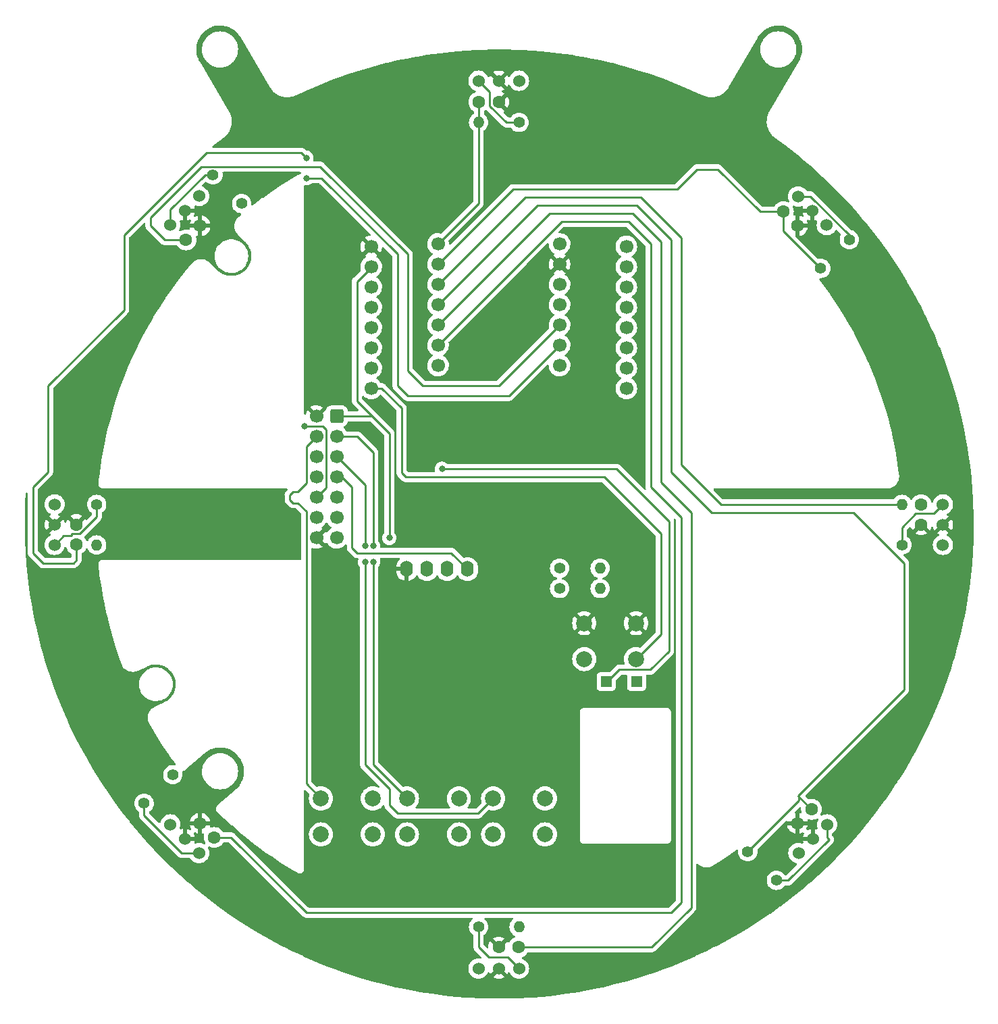
<source format=gbr>
%TF.GenerationSoftware,KiCad,Pcbnew,(6.0.11)*%
%TF.CreationDate,2023-10-13T17:07:53+09:00*%
%TF.ProjectId,sensors_board,73656e73-6f72-4735-9f62-6f6172642e6b,rev?*%
%TF.SameCoordinates,Original*%
%TF.FileFunction,Copper,L2,Bot*%
%TF.FilePolarity,Positive*%
%FSLAX46Y46*%
G04 Gerber Fmt 4.6, Leading zero omitted, Abs format (unit mm)*
G04 Created by KiCad (PCBNEW (6.0.11)) date 2023-10-13 17:07:53*
%MOMM*%
%LPD*%
G01*
G04 APERTURE LIST*
G04 Aperture macros list*
%AMRoundRect*
0 Rectangle with rounded corners*
0 $1 Rounding radius*
0 $2 $3 $4 $5 $6 $7 $8 $9 X,Y pos of 4 corners*
0 Add a 4 corners polygon primitive as box body*
4,1,4,$2,$3,$4,$5,$6,$7,$8,$9,$2,$3,0*
0 Add four circle primitives for the rounded corners*
1,1,$1+$1,$2,$3*
1,1,$1+$1,$4,$5*
1,1,$1+$1,$6,$7*
1,1,$1+$1,$8,$9*
0 Add four rect primitives between the rounded corners*
20,1,$1+$1,$2,$3,$4,$5,0*
20,1,$1+$1,$4,$5,$6,$7,0*
20,1,$1+$1,$6,$7,$8,$9,0*
20,1,$1+$1,$8,$9,$2,$3,0*%
%AMHorizOval*
0 Thick line with rounded ends*
0 $1 width*
0 $2 $3 position (X,Y) of the first rounded end (center of the circle)*
0 $4 $5 position (X,Y) of the second rounded end (center of the circle)*
0 Add line between two ends*
20,1,$1,$2,$3,$4,$5,0*
0 Add two circle primitives to create the rounded ends*
1,1,$1,$2,$3*
1,1,$1,$4,$5*%
G04 Aperture macros list end*
%TA.AperFunction,ComponentPad*%
%ADD10C,2.000000*%
%TD*%
%TA.AperFunction,ComponentPad*%
%ADD11R,1.350000X1.350000*%
%TD*%
%TA.AperFunction,ComponentPad*%
%ADD12C,1.400000*%
%TD*%
%TA.AperFunction,ComponentPad*%
%ADD13O,1.400000X1.400000*%
%TD*%
%TA.AperFunction,ComponentPad*%
%ADD14C,1.600000*%
%TD*%
%TA.AperFunction,ComponentPad*%
%ADD15HorizOval,1.400000X0.000000X0.000000X0.000000X0.000000X0*%
%TD*%
%TA.AperFunction,ComponentPad*%
%ADD16C,1.700000*%
%TD*%
%TA.AperFunction,ComponentPad*%
%ADD17HorizOval,1.400000X0.000000X0.000000X0.000000X0.000000X0*%
%TD*%
%TA.AperFunction,ComponentPad*%
%ADD18HorizOval,1.400000X0.000000X0.000000X0.000000X0.000000X0*%
%TD*%
%TA.AperFunction,ComponentPad*%
%ADD19HorizOval,1.400000X0.000000X0.000000X0.000000X0.000000X0*%
%TD*%
%TA.AperFunction,ComponentPad*%
%ADD20O,1.600000X2.000000*%
%TD*%
%TA.AperFunction,ComponentPad*%
%ADD21C,1.524000*%
%TD*%
%TA.AperFunction,ComponentPad*%
%ADD22RoundRect,0.250000X0.600000X0.600000X-0.600000X0.600000X-0.600000X-0.600000X0.600000X-0.600000X0*%
%TD*%
%TA.AperFunction,ViaPad*%
%ADD23C,0.800000*%
%TD*%
%TA.AperFunction,Conductor*%
%ADD24C,0.250000*%
%TD*%
G04 APERTURE END LIST*
D10*
%TO.P,SW1,1,1*%
%TO.N,Push_Enter*%
X147395000Y-136815000D03*
X140895000Y-136815000D03*
%TO.P,SW1,2,2*%
%TO.N,+3.3V*%
X140895000Y-141315000D03*
X147395000Y-141315000D03*
%TD*%
D11*
%TO.P,REF\u002A\u002A,1*%
%TO.N,Toggle_Switch*%
X165862000Y-122174000D03*
%TD*%
D12*
%TO.P,R3,1*%
%TO.N,Net-(R3-Pad1)*%
X202952545Y-105030000D03*
D13*
%TO.P,R3,2*%
%TO.N,IR3*%
X202952545Y-99950000D03*
%TD*%
D14*
%TO.P,C2,1*%
%TO.N,GND*%
X189848375Y-65041625D03*
%TO.P,C2,2*%
%TO.N,IR2*%
X188080608Y-63273858D03*
%TD*%
D12*
%TO.P,R4,1*%
%TO.N,Net-(R4-Pad1)*%
X187216051Y-147084051D03*
D15*
%TO.P,R4,2*%
%TO.N,IR4*%
X183623949Y-143491949D03*
%TD*%
D10*
%TO.P,SW5,1,1*%
%TO.N,Net-(SW5-Pad1)*%
X169620000Y-119344000D03*
X163120000Y-119344000D03*
%TO.P,SW5,2,2*%
%TO.N,GND*%
X169620000Y-114844000D03*
X163120000Y-114844000D03*
%TD*%
D14*
%TO.P,C6,1*%
%TO.N,GND*%
X114951625Y-139938375D03*
%TO.P,C6,2*%
%TO.N,IR6*%
X116719392Y-141706142D03*
%TD*%
D12*
%TO.P,R7,1*%
%TO.N,Net-(R7-Pad1)*%
X101980000Y-99950000D03*
D13*
%TO.P,R7,2*%
%TO.N,IR7*%
X101980000Y-105030000D03*
%TD*%
D10*
%TO.P,SW2,1,1*%
%TO.N,Push_Left*%
X130100000Y-136815000D03*
X136600000Y-136815000D03*
%TO.P,SW2,2,2*%
%TO.N,+3.3V*%
X130100000Y-141315000D03*
X136600000Y-141315000D03*
%TD*%
D14*
%TO.P,C8,1*%
%TO.N,GND*%
X114951625Y-65041625D03*
%TO.P,C8,2*%
%TO.N,IR8*%
X113183858Y-66809392D03*
%TD*%
%TO.P,C7,1*%
%TO.N,GND*%
X99440000Y-102490000D03*
%TO.P,C7,2*%
%TO.N,IR7*%
X99440000Y-104990000D03*
%TD*%
%TO.P,C4,1*%
%TO.N,GND*%
X189848375Y-139938375D03*
%TO.P,C4,2*%
%TO.N,IR4*%
X191616142Y-138170608D03*
%TD*%
%TO.P,C1,1*%
%TO.N,GND*%
X152400000Y-49530000D03*
%TO.P,C1,2*%
%TO.N,IR1*%
X149900000Y-49530000D03*
%TD*%
D11*
%TO.P,REF\u002A\u002A,1*%
%TO.N,+3.3V*%
X169672000Y-122174000D03*
%TD*%
D16*
%TO.P,U9,1,PA02_A0_D0*%
%TO.N,IR1*%
X144780000Y-67310000D03*
%TO.P,U9,2,PA4_A1_D1*%
%TO.N,IR2*%
X144780000Y-69850000D03*
%TO.P,U9,3,PA10_A2_D2*%
%TO.N,IR3*%
X144780000Y-72390000D03*
%TO.P,U9,4,PA11_A3_D3*%
%TO.N,IR4*%
X144780000Y-74930000D03*
%TO.P,U9,5,PA8_A4_D4_SDA*%
%TO.N,IR5*%
X144780000Y-77470000D03*
%TO.P,U9,6,PA9_A5_D5_SCL*%
%TO.N,IR6*%
X144780000Y-80010000D03*
%TO.P,U9,7,PB08_A6_D6_TX*%
%TO.N,Seeed_Tx*%
X144780000Y-82550000D03*
%TO.P,U9,8,PB09_A7_D7_RX*%
%TO.N,Seeed_Rx*%
X160020000Y-82550000D03*
%TO.P,U9,9,PA7_A8_D8_SCK*%
%TO.N,IR7*%
X160020000Y-80010000D03*
%TO.P,U9,10,PA5_A9_D9_MISO*%
%TO.N,IR8*%
X160020000Y-77470000D03*
%TO.P,U9,11,PA6_A10_D10_MOSI*%
%TO.N,unconnected-(U9-Pad11)*%
X160020000Y-74930000D03*
%TO.P,U9,12,3V3*%
%TO.N,+3.3V*%
X160020000Y-72390000D03*
%TO.P,U9,13,GND*%
%TO.N,GND*%
X160020000Y-69850000D03*
%TO.P,U9,14,5V*%
%TO.N,+5V*%
X160020000Y-67310000D03*
%TD*%
D12*
%TO.P,R8,1*%
%TO.N,Net-(R8-Pad1)*%
X116567949Y-58655949D03*
D17*
%TO.P,R8,2*%
%TO.N,IR8*%
X120160051Y-62248051D03*
%TD*%
D12*
%TO.P,R10,1*%
%TO.N,SDA*%
X160020000Y-107950000D03*
D13*
%TO.P,R10,2*%
%TO.N,+3.3V*%
X165100000Y-107950000D03*
%TD*%
D12*
%TO.P,R6,1*%
%TO.N,Net-(R6-Pad1)*%
X107931949Y-137432051D03*
D18*
%TO.P,R6,2*%
%TO.N,IR6*%
X111524051Y-133839949D03*
%TD*%
D12*
%TO.P,R5,1*%
%TO.N,Net-(R5-Pad1)*%
X149860000Y-152910000D03*
D13*
%TO.P,R5,2*%
%TO.N,IR5*%
X154940000Y-152910000D03*
%TD*%
D14*
%TO.P,C5,1*%
%TO.N,GND*%
X152400000Y-155450000D03*
%TO.P,C5,2*%
%TO.N,IR5*%
X154900000Y-155450000D03*
%TD*%
D10*
%TO.P,SW3,1,1*%
%TO.N,Push_Right*%
X151690000Y-136815000D03*
X158190000Y-136815000D03*
%TO.P,SW3,2,2*%
%TO.N,+3.3V*%
X151690000Y-141315000D03*
X158190000Y-141315000D03*
%TD*%
D12*
%TO.P,R2,1*%
%TO.N,Net-(R2-Pad1)*%
X196360051Y-66783949D03*
D19*
%TO.P,R2,2*%
%TO.N,IR2*%
X192767949Y-70376051D03*
%TD*%
D12*
%TO.P,R1,1*%
%TO.N,Net-(R1-Pad1)*%
X154940000Y-52070000D03*
D13*
%TO.P,R1,2*%
%TO.N,IR1*%
X149860000Y-52070000D03*
%TD*%
D20*
%TO.P,Brd1,1,GND*%
%TO.N,GND*%
X140860000Y-108065000D03*
%TO.P,Brd1,2,VCC*%
%TO.N,+3.3V*%
X143400000Y-108065000D03*
%TO.P,Brd1,3,SCL*%
%TO.N,SCL*%
X145940000Y-108065000D03*
%TO.P,Brd1,4,SDA*%
%TO.N,SDA*%
X148480000Y-108065000D03*
%TD*%
D14*
%TO.P,C3,1*%
%TO.N,GND*%
X205360000Y-102490000D03*
%TO.P,C3,2*%
%TO.N,IR3*%
X205360000Y-99990000D03*
%TD*%
D12*
%TO.P,R9,1*%
%TO.N,SCL*%
X160020000Y-110490000D03*
D13*
%TO.P,R9,2*%
%TO.N,+3.3V*%
X165100000Y-110490000D03*
%TD*%
D21*
%TO.P,U1,0,Vin*%
%TO.N,+3.3V*%
X154940000Y-46857455D03*
%TO.P,U1,1,GND*%
%TO.N,GND*%
X152400000Y-46857455D03*
%TO.P,U1,2,OUT*%
%TO.N,Net-(R1-Pad1)*%
X149860000Y-46857455D03*
%TD*%
%TO.P,U8,0,Vin*%
%TO.N,+3.3V*%
X114817275Y-61315172D03*
%TO.P,U8,1,GND*%
%TO.N,GND*%
X113021224Y-63111224D03*
%TO.P,U8,2,OUT*%
%TO.N,Net-(R8-Pad1)*%
X111225172Y-64907275D03*
%TD*%
D16*
%TO.P,U10,1,gnd*%
%TO.N,GND*%
X136400000Y-67621000D03*
%TO.P,U10,2,vin*%
%TO.N,+5V*%
X136400000Y-70161000D03*
%TO.P,U10,3,seru01*%
%TO.N,unconnected-(U10-Pad3)*%
X136400000Y-72701000D03*
%TO.P,U10,4,seru02*%
%TO.N,unconnected-(U10-Pad4)*%
X136400000Y-75241000D03*
%TO.P,U10,5,seru03*%
%TO.N,unconnected-(U10-Pad5)*%
X136400000Y-77781000D03*
%TO.P,U10,6,syn*%
%TO.N,unconnected-(U10-Pad6)*%
X136400000Y-80321000D03*
%TO.P,U10,7,boot*%
%TO.N,unconnected-(U10-Pad7)*%
X136400000Y-82861000D03*
%TO.P,U10,8,rst*%
%TO.N,Net-(SW5-Pad1)*%
X136400000Y-85401000D03*
%TO.P,U10,9,mosi*%
%TO.N,unconnected-(U10-Pad9)*%
X168400000Y-85401000D03*
%TO.P,U10,10,sclk*%
%TO.N,unconnected-(U10-Pad10)*%
X168400000Y-82861000D03*
%TO.P,U10,11,miso*%
%TO.N,unconnected-(U10-Pad11)*%
X168400000Y-80321000D03*
%TO.P,U10,12,ss*%
%TO.N,unconnected-(U10-Pad12)*%
X168400000Y-77781000D03*
%TO.P,U10,13,txo/scl*%
%TO.N,OpenMV_Tx*%
X168400000Y-75241000D03*
%TO.P,U10,14,rxd/sca*%
%TO.N,OpenMV_Rx*%
X168400000Y-72701000D03*
%TO.P,U10,15,adc/dac*%
%TO.N,unconnected-(U10-Pad15)*%
X168400000Y-70161000D03*
%TO.P,U10,16,3.3v*%
%TO.N,unconnected-(U10-Pad16)*%
X168400000Y-67621000D03*
%TD*%
D21*
%TO.P,U3,0,Vin*%
%TO.N,+3.3V*%
X208090000Y-105030000D03*
%TO.P,U3,1,GND*%
%TO.N,GND*%
X208090000Y-102490000D03*
%TO.P,U3,2,OUT*%
%TO.N,Net-(R3-Pad1)*%
X208090000Y-99950000D03*
%TD*%
D22*
%TO.P,J1,1,Pin_1*%
%TO.N,+5V*%
X132080000Y-88900000D03*
D16*
%TO.P,J1,2,Pin_2*%
%TO.N,GND*%
X129540000Y-88900000D03*
%TO.P,J1,3,Pin_3*%
%TO.N,Push_Enter*%
X132080000Y-91440000D03*
%TO.P,J1,4,Pin_4*%
%TO.N,Push_Left*%
X129540000Y-91440000D03*
%TO.P,J1,5,Pin_5*%
%TO.N,Push_Right*%
X132080000Y-93980000D03*
%TO.P,J1,6,Pin_6*%
%TO.N,Toggle_Switch*%
X129540000Y-93980000D03*
%TO.P,J1,7,Pin_7*%
%TO.N,SDA*%
X132080000Y-96520000D03*
%TO.P,J1,8,Pin_8*%
%TO.N,SCL*%
X129540000Y-96520000D03*
%TO.P,J1,9,Pin_9*%
%TO.N,Seeed_Rx*%
X132080000Y-99060000D03*
%TO.P,J1,10,Pin_10*%
%TO.N,Seeed_Tx*%
X129540000Y-99060000D03*
%TO.P,J1,11,Pin_11*%
%TO.N,OpenMV_Rx*%
X132080000Y-101600000D03*
%TO.P,J1,12,Pin_12*%
%TO.N,OpenMV_Tx*%
X129540000Y-101600000D03*
%TO.P,J1,13,Pin_13*%
%TO.N,+5V*%
X132080000Y-104140000D03*
%TO.P,J1,14,Pin_14*%
%TO.N,GND*%
X129540000Y-104140000D03*
%TD*%
D21*
%TO.P,U4,0,Vin*%
%TO.N,+3.3V*%
X189982725Y-143664828D03*
%TO.P,U4,1,GND*%
%TO.N,GND*%
X191778776Y-141868776D03*
%TO.P,U4,2,OUT*%
%TO.N,Net-(R4-Pad1)*%
X193574828Y-140072725D03*
%TD*%
%TO.P,U7,0,Vin*%
%TO.N,+3.3V*%
X96710000Y-99950000D03*
%TO.P,U7,1,GND*%
%TO.N,GND*%
X96710000Y-102490000D03*
%TO.P,U7,2,OUT*%
%TO.N,Net-(R7-Pad1)*%
X96710000Y-105030000D03*
%TD*%
%TO.P,U6,0,Vin*%
%TO.N,+3.3V*%
X111225172Y-140072725D03*
%TO.P,U6,1,GND*%
%TO.N,GND*%
X113021224Y-141868776D03*
%TO.P,U6,2,OUT*%
%TO.N,Net-(R6-Pad1)*%
X114817275Y-143664828D03*
%TD*%
%TO.P,U2,0,Vin*%
%TO.N,+3.3V*%
X193534201Y-64947902D03*
%TO.P,U2,1,GND*%
%TO.N,GND*%
X191738149Y-63151851D03*
%TO.P,U2,2,OUT*%
%TO.N,Net-(R2-Pad1)*%
X189942098Y-61355799D03*
%TD*%
%TO.P,U5,0,Vin*%
%TO.N,+3.3V*%
X149860000Y-158122545D03*
%TO.P,U5,1,GND*%
%TO.N,GND*%
X152400000Y-158122545D03*
%TO.P,U5,2,OUT*%
%TO.N,Net-(R5-Pad1)*%
X154940000Y-158122545D03*
%TD*%
D23*
%TO.N,GND*%
X167894000Y-122174000D03*
X157734000Y-77470000D03*
X158242000Y-68580000D03*
X138938000Y-53086000D03*
X130556000Y-123444000D03*
X140208000Y-133350000D03*
X173482000Y-59182000D03*
X163830000Y-66040000D03*
X168910000Y-52070000D03*
X98806000Y-88646000D03*
X178562000Y-56134000D03*
X186182000Y-61468000D03*
X146558000Y-93472000D03*
X160782000Y-50546000D03*
X199644000Y-128778000D03*
X201168000Y-98552000D03*
X170942000Y-104394000D03*
X160020000Y-84836000D03*
X146812000Y-80264000D03*
X152146000Y-88138000D03*
X173990000Y-119888000D03*
X188214000Y-141732000D03*
X129032000Y-143510000D03*
X161036000Y-97790000D03*
X150876000Y-104648000D03*
X173482000Y-149352000D03*
X203708000Y-97536000D03*
X208788000Y-97536000D03*
X164084000Y-122174000D03*
X133604000Y-112776000D03*
X204724000Y-117094000D03*
X160274000Y-112522000D03*
X166624000Y-66040000D03*
X130302000Y-110998000D03*
X147828000Y-45974000D03*
X160782000Y-58928000D03*
X154686000Y-49276000D03*
X138938000Y-64262000D03*
X147066000Y-88392000D03*
X138684000Y-112268000D03*
X163830000Y-58928000D03*
X99314000Y-124714000D03*
X207010000Y-106680000D03*
X161798000Y-139700000D03*
X159004000Y-48514000D03*
X182118000Y-145034000D03*
X112268000Y-137414000D03*
X164084000Y-104902000D03*
X149098000Y-112014000D03*
X162052000Y-72136000D03*
X199390000Y-135382000D03*
X188722000Y-59182000D03*
X150114000Y-94234000D03*
X130556000Y-133604000D03*
X141986000Y-67310000D03*
X134366000Y-123190000D03*
X194056000Y-71882000D03*
X148082000Y-56388000D03*
X142494000Y-82296000D03*
X126746000Y-54356000D03*
X150368000Y-133350000D03*
X160274000Y-87630000D03*
X162306000Y-149606000D03*
X168910000Y-124968000D03*
X145796000Y-142748000D03*
X140462000Y-104394000D03*
X126238000Y-102362000D03*
X151638000Y-83566000D03*
X139446000Y-122174000D03*
X144018000Y-100330000D03*
X134620000Y-65532000D03*
X133096000Y-85090000D03*
X193548000Y-135382000D03*
X141986000Y-88138000D03*
X129794000Y-60706000D03*
X135890000Y-60198000D03*
X129540000Y-85344000D03*
X99060000Y-100076000D03*
X134620000Y-133858000D03*
X148336000Y-61722000D03*
X128778000Y-71628000D03*
X140208000Y-100330000D03*
X178308000Y-149606000D03*
X165100000Y-97790000D03*
X118618000Y-144780000D03*
X98552000Y-109474000D03*
X181102000Y-98552000D03*
X163830000Y-48514000D03*
X107696000Y-132080000D03*
X151892000Y-59436000D03*
X199644000Y-69596000D03*
X145796000Y-149860000D03*
X146558000Y-97790000D03*
X148590000Y-149606000D03*
X109728000Y-68580000D03*
X132842000Y-71374000D03*
X209042000Y-89662000D03*
X148844000Y-143764000D03*
X151384000Y-97790000D03*
X148590000Y-100330000D03*
X128778000Y-149606000D03*
X162052000Y-76962000D03*
X173990000Y-124968000D03*
X199136000Y-80010000D03*
X151384000Y-54356000D03*
X195580000Y-138430000D03*
X197612000Y-68326000D03*
X124714000Y-145796000D03*
X184912000Y-149098000D03*
X141732000Y-93980000D03*
X154940000Y-94234000D03*
X156718000Y-104394000D03*
X166370000Y-72390000D03*
X181864000Y-52578000D03*
%TO.N,IR7*%
X128270000Y-59055000D03*
X128270000Y-56515000D03*
%TO.N,+5V*%
X138684000Y-104140000D03*
%TO.N,Push_Enter*%
X136652000Y-105156000D03*
X136652000Y-107188000D03*
%TO.N,Push_Right*%
X135636000Y-105156000D03*
X135636000Y-107188000D03*
%TO.N,Toggle_Switch*%
X145288000Y-95504000D03*
%TO.N,Seeed_Tx*%
X128016000Y-90170000D03*
%TD*%
D24*
%TO.N,SDA*%
X132715000Y-96520000D02*
X132080000Y-96520000D01*
X133985000Y-97790000D02*
X132715000Y-96520000D01*
X146460000Y-106045000D02*
X134620000Y-106045000D01*
X148480000Y-108065000D02*
X146460000Y-106045000D01*
X134620000Y-106045000D02*
X133985000Y-105410000D01*
X133985000Y-105410000D02*
X133985000Y-97790000D01*
%TO.N,IR1*%
X149900000Y-49530000D02*
X149900000Y-52030000D01*
X144780000Y-67310000D02*
X149860000Y-62230000D01*
X149860000Y-62230000D02*
X149860000Y-52070000D01*
X149900000Y-52030000D02*
X149860000Y-52070000D01*
%TO.N,IR2*%
X174752000Y-60452000D02*
X177246942Y-57957058D01*
X144780000Y-69850000D02*
X154178000Y-60452000D01*
X188080608Y-63273858D02*
X188080608Y-65688710D01*
X154178000Y-60452000D02*
X174752000Y-60452000D01*
X177246942Y-57957058D02*
X179877058Y-57957058D01*
X179877058Y-57957058D02*
X185193858Y-63273858D01*
X185193858Y-63273858D02*
X188080608Y-63273858D01*
X188080608Y-65688710D02*
X192767949Y-70376051D01*
%TO.N,IR3*%
X175260000Y-94944478D02*
X175260000Y-66548000D01*
X170180000Y-61468000D02*
X155702000Y-61468000D01*
X155702000Y-61468000D02*
X144780000Y-72390000D01*
X175260000Y-66548000D02*
X170180000Y-61468000D01*
X202952545Y-99950000D02*
X180265522Y-99950000D01*
X180265522Y-99950000D02*
X175260000Y-94944478D01*
%TO.N,IR4*%
X196850000Y-100965000D02*
X179070000Y-100965000D01*
X190044767Y-136599233D02*
X190044767Y-137071131D01*
X203200000Y-123182095D02*
X203200000Y-107315000D01*
X169672000Y-62484000D02*
X157226000Y-62484000D01*
X173990000Y-66802000D02*
X169672000Y-62484000D01*
X157226000Y-62484000D02*
X144780000Y-74930000D01*
X179070000Y-100965000D02*
X173990000Y-95885000D01*
X190044767Y-136599233D02*
X191616142Y-138170608D01*
X190044767Y-136599233D02*
X189942098Y-136496564D01*
X173990000Y-95885000D02*
X173990000Y-66802000D01*
X189942098Y-136439997D02*
X203200000Y-123182095D01*
X203200000Y-107315000D02*
X196850000Y-100965000D01*
X189942098Y-136496564D02*
X189942098Y-136439997D01*
X190044767Y-137071131D02*
X183623949Y-143491949D01*
%TO.N,IR5*%
X176530000Y-100965000D02*
X176530000Y-150495000D01*
X144780000Y-77470000D02*
X158750000Y-63500000D01*
X169164000Y-63500000D02*
X172720000Y-67056000D01*
X172720000Y-97155000D02*
X176530000Y-100965000D01*
X158750000Y-63500000D02*
X169164000Y-63500000D01*
X176530000Y-150495000D02*
X171575000Y-155450000D01*
X171575000Y-155450000D02*
X154900000Y-155450000D01*
X172720000Y-67056000D02*
X172720000Y-97155000D01*
%TO.N,IR6*%
X173990000Y-151130000D02*
X175260000Y-149860000D01*
X168656000Y-64516000D02*
X160274000Y-64516000D01*
X171450000Y-97790000D02*
X171450000Y-67310000D01*
X116719392Y-141706142D02*
X118846142Y-141706142D01*
X128270000Y-151130000D02*
X173990000Y-151130000D01*
X118846142Y-141706142D02*
X128270000Y-151130000D01*
X171450000Y-67310000D02*
X168656000Y-64516000D01*
X175260000Y-101600000D02*
X171450000Y-97790000D01*
X175260000Y-149860000D02*
X175260000Y-101600000D01*
X160274000Y-64516000D02*
X144780000Y-80010000D01*
%TO.N,IR7*%
X160020000Y-80010000D02*
X153670000Y-86360000D01*
X99060000Y-107315000D02*
X99440000Y-106935000D01*
X153670000Y-86360000D02*
X140970000Y-86360000D01*
X105410000Y-66230500D02*
X105410000Y-75565000D01*
X99440000Y-106935000D02*
X99440000Y-104990000D01*
X95885000Y-95885000D02*
X93980000Y-97790000D01*
X139700000Y-68580000D02*
X130175000Y-59055000D01*
X95250000Y-107315000D02*
X99060000Y-107315000D01*
X139700000Y-85090000D02*
X139700000Y-68580000D01*
X93980000Y-106045000D02*
X95250000Y-107315000D01*
X115760500Y-55880000D02*
X105410000Y-66230500D01*
X140970000Y-86360000D02*
X139700000Y-85090000D01*
X105410000Y-75565000D02*
X95885000Y-85090000D01*
X127635000Y-55880000D02*
X115760500Y-55880000D01*
X93980000Y-97790000D02*
X93980000Y-106045000D01*
X128270000Y-56515000D02*
X127635000Y-55880000D01*
X95885000Y-85090000D02*
X95885000Y-95885000D01*
X130175000Y-59055000D02*
X128270000Y-59055000D01*
%TO.N,IR8*%
X108712000Y-64008000D02*
X115089051Y-57630949D01*
X108712000Y-65024000D02*
X108712000Y-64008000D01*
X110497392Y-66809392D02*
X108712000Y-65024000D01*
X140970000Y-83185000D02*
X142875000Y-85090000D01*
X142875000Y-85090000D02*
X152400000Y-85090000D01*
X130020949Y-57630949D02*
X140970000Y-68580000D01*
X140970000Y-68580000D02*
X140970000Y-83185000D01*
X115089051Y-57630949D02*
X130020949Y-57630949D01*
X113183858Y-66809392D02*
X110497392Y-66809392D01*
X152400000Y-85090000D02*
X160020000Y-77470000D01*
%TO.N,+5V*%
X134620000Y-86995000D02*
X134620000Y-72011000D01*
X138684000Y-104140000D02*
X138684000Y-95504000D01*
X134620000Y-72011000D02*
X136400000Y-70231000D01*
X132080000Y-88900000D02*
X136525000Y-88900000D01*
X136525000Y-88900000D02*
X136588500Y-88963500D01*
X136588500Y-88963500D02*
X134620000Y-86995000D01*
X138684000Y-91059000D02*
X136588500Y-88963500D01*
X138684000Y-95504000D02*
X138684000Y-91059000D01*
%TO.N,Push_Enter*%
X136652000Y-107188000D02*
X136652000Y-132588000D01*
X136652000Y-93472000D02*
X134620000Y-91440000D01*
X137684000Y-133604000D02*
X140895000Y-136815000D01*
X134620000Y-91440000D02*
X132080000Y-91440000D01*
X137668000Y-133604000D02*
X137684000Y-133604000D01*
X136652000Y-132588000D02*
X137668000Y-133604000D01*
X136652000Y-105156000D02*
X136652000Y-93472000D01*
%TO.N,Push_Left*%
X126185500Y-98759695D02*
X126610195Y-98335000D01*
X128270000Y-92710000D02*
X129540000Y-91440000D01*
X126185500Y-99360305D02*
X126185500Y-98759695D01*
X130100000Y-136815000D02*
X128270000Y-134985000D01*
X128270000Y-134985000D02*
X128270000Y-100838000D01*
X127217000Y-99785000D02*
X126610195Y-99785000D01*
X128270000Y-100838000D02*
X127217000Y-99785000D01*
X128270000Y-97275805D02*
X128270000Y-92710000D01*
X126610195Y-99785000D02*
X126185500Y-99360305D01*
X126610195Y-98335000D02*
X127210805Y-98335000D01*
X127210805Y-98335000D02*
X128270000Y-97275805D01*
%TO.N,Push_Right*%
X135636000Y-105156000D02*
X135636000Y-97536000D01*
X138684000Y-137668000D02*
X138684000Y-135636000D01*
X139700000Y-138684000D02*
X138684000Y-137668000D01*
X135636000Y-97536000D02*
X132080000Y-93980000D01*
X138684000Y-135636000D02*
X135636000Y-132588000D01*
X135636000Y-132588000D02*
X135636000Y-107188000D01*
X151690000Y-136815000D02*
X149821000Y-138684000D01*
X149821000Y-138684000D02*
X139700000Y-138684000D01*
%TO.N,Toggle_Switch*%
X171431000Y-120669000D02*
X173736000Y-118364000D01*
X167518833Y-120669000D02*
X171431000Y-120669000D01*
X167132000Y-95504000D02*
X145288000Y-95504000D01*
X166013833Y-122174000D02*
X167518833Y-120669000D01*
X165862000Y-122174000D02*
X166013833Y-122174000D01*
X173736000Y-102108000D02*
X167132000Y-95504000D01*
X173736000Y-118364000D02*
X173736000Y-102108000D01*
%TO.N,Seeed_Tx*%
X130715000Y-97885000D02*
X129540000Y-99060000D01*
X130715000Y-90583000D02*
X130715000Y-97885000D01*
X130302000Y-90170000D02*
X130715000Y-90583000D01*
X128270000Y-90170000D02*
X130302000Y-90170000D01*
%TO.N,Net-(R1-Pad1)*%
X153349009Y-52070000D02*
X154940000Y-52070000D01*
X151275000Y-49995991D02*
X153349009Y-52070000D01*
X151275000Y-48272455D02*
X151275000Y-49995991D01*
X149860000Y-46857455D02*
X151275000Y-48272455D01*
%TO.N,Net-(R2-Pad1)*%
X191479349Y-61355799D02*
X196360051Y-66236501D01*
X189942098Y-61355799D02*
X191479349Y-61355799D01*
X196360051Y-66236501D02*
X196360051Y-66783949D01*
%TO.N,Net-(R3-Pad1)*%
X202952545Y-102863455D02*
X202952545Y-105030000D01*
X204701000Y-101115000D02*
X202952545Y-102863455D01*
X206925000Y-101115000D02*
X204701000Y-101115000D01*
X208090000Y-99950000D02*
X206925000Y-101115000D01*
%TO.N,Net-(R4-Pad1)*%
X193802000Y-141986000D02*
X193574828Y-141758828D01*
X187216051Y-147084051D02*
X188703949Y-147084051D01*
X193574828Y-141758828D02*
X193574828Y-140072725D01*
X188703949Y-147084051D02*
X193802000Y-141986000D01*
%TO.N,Net-(R5-Pad1)*%
X154940000Y-158122545D02*
X153535455Y-156718000D01*
X151130000Y-156718000D02*
X149860000Y-155448000D01*
X149860000Y-155448000D02*
X149860000Y-152910000D01*
X153535455Y-156718000D02*
X151130000Y-156718000D01*
%TO.N,Net-(R6-Pad1)*%
X114817275Y-143664828D02*
X112676828Y-143664828D01*
X112676828Y-143664828D02*
X107931949Y-138919949D01*
X107931949Y-138919949D02*
X107931949Y-137432051D01*
%TO.N,Net-(R7-Pad1)*%
X98806000Y-103886000D02*
X98806000Y-103632000D01*
X101980000Y-101540991D02*
X101980000Y-99950000D01*
X98806000Y-103632000D02*
X99888991Y-103632000D01*
X99888991Y-103632000D02*
X101980000Y-101540991D01*
X97854000Y-103886000D02*
X98806000Y-103886000D01*
X96710000Y-105030000D02*
X97854000Y-103886000D01*
%TO.N,Net-(R8-Pad1)*%
X111225172Y-64907275D02*
X111225172Y-63008777D01*
X111225172Y-63008777D02*
X115578000Y-58655949D01*
X115578000Y-58655949D02*
X116567949Y-58655949D01*
%TO.N,Net-(SW5-Pad1)*%
X140208000Y-96012000D02*
X140716000Y-96520000D01*
X165608000Y-96520000D02*
X172720000Y-103632000D01*
X172720000Y-116244000D02*
X169620000Y-119344000D01*
X140716000Y-96520000D02*
X165608000Y-96520000D01*
X140208000Y-87884000D02*
X140208000Y-96012000D01*
X136400000Y-85401000D02*
X137725000Y-85401000D01*
X172720000Y-103632000D02*
X172720000Y-116244000D01*
X137725000Y-85401000D02*
X140208000Y-87884000D01*
%TD*%
%TA.AperFunction,Conductor*%
%TO.N,GND*%
G36*
X187539716Y-39935844D02*
G01*
X187700329Y-39940153D01*
X187714399Y-39941324D01*
X187843198Y-39959346D01*
X188032614Y-39985851D01*
X188046476Y-39988590D01*
X188357723Y-40068471D01*
X188371190Y-40072746D01*
X188671513Y-40186964D01*
X188684417Y-40192719D01*
X188970078Y-40339851D01*
X188982247Y-40347009D01*
X189249645Y-40525205D01*
X189249648Y-40525207D01*
X189260946Y-40533688D01*
X189506698Y-40740692D01*
X189506700Y-40740694D01*
X189516979Y-40750388D01*
X189738015Y-40983613D01*
X189747144Y-40994398D01*
X189940666Y-41250889D01*
X189948531Y-41262627D01*
X190112130Y-41539191D01*
X190118630Y-41551736D01*
X190227214Y-41793602D01*
X190250233Y-41844875D01*
X190255284Y-41858058D01*
X190353243Y-42164103D01*
X190356785Y-42177765D01*
X190381302Y-42300237D01*
X190419860Y-42492845D01*
X190421852Y-42506834D01*
X190449251Y-42826978D01*
X190449665Y-42841101D01*
X190447149Y-42934876D01*
X190441049Y-43162289D01*
X190441048Y-43162314D01*
X190439877Y-43176390D01*
X190422158Y-43303025D01*
X190395350Y-43494608D01*
X190392611Y-43508469D01*
X190312742Y-43819679D01*
X190312733Y-43819713D01*
X190308460Y-43833176D01*
X190194254Y-44133468D01*
X190194239Y-44133508D01*
X190188485Y-44146409D01*
X190139003Y-44242482D01*
X190057728Y-44400280D01*
X190043192Y-44422422D01*
X190036755Y-44430282D01*
X190033247Y-44438540D01*
X190033244Y-44438545D01*
X190024310Y-44459578D01*
X190016945Y-44474197D01*
X186386367Y-50646181D01*
X186376358Y-50663197D01*
X186364256Y-50680327D01*
X186351349Y-50695701D01*
X186344853Y-50706442D01*
X186343007Y-50710941D01*
X186343004Y-50710946D01*
X186342162Y-50712998D01*
X186337664Y-50722751D01*
X186216561Y-50958401D01*
X186216559Y-50958406D01*
X186214915Y-50961605D01*
X186213645Y-50964972D01*
X186145889Y-51144594D01*
X186113875Y-51229462D01*
X186043960Y-51507073D01*
X186006078Y-51790835D01*
X186000720Y-52077065D01*
X186001061Y-52080630D01*
X186001061Y-52080638D01*
X186020177Y-52280655D01*
X186027956Y-52362046D01*
X186028703Y-52365562D01*
X186086389Y-52637167D01*
X186087432Y-52642080D01*
X186178376Y-52913530D01*
X186179898Y-52916785D01*
X186179898Y-52916786D01*
X186297011Y-53167315D01*
X186299609Y-53172873D01*
X186449554Y-53416743D01*
X186626268Y-53641973D01*
X186827454Y-53845640D01*
X186830245Y-53847885D01*
X186830251Y-53847891D01*
X187023421Y-54003310D01*
X187033685Y-54012539D01*
X187039721Y-54018597D01*
X187044558Y-54022144D01*
X187044750Y-54022332D01*
X187044988Y-54022459D01*
X187049844Y-54026020D01*
X187054161Y-54028258D01*
X187054169Y-54028263D01*
X187071168Y-54037075D01*
X187087762Y-54047383D01*
X187168867Y-54106951D01*
X188291335Y-54931355D01*
X188293936Y-54933318D01*
X189507201Y-55873649D01*
X189509669Y-55875614D01*
X189837377Y-56143444D01*
X190698234Y-56847011D01*
X190700729Y-56849105D01*
X191863720Y-57850853D01*
X191866161Y-57853011D01*
X193002879Y-58884505D01*
X193005262Y-58886724D01*
X194110200Y-59942740D01*
X194114930Y-59947261D01*
X194117241Y-59949527D01*
X194686566Y-60522533D01*
X195199151Y-61038432D01*
X195201417Y-61040773D01*
X196254763Y-62157231D01*
X196256968Y-62159629D01*
X197281135Y-63302990D01*
X197283277Y-63305445D01*
X198277511Y-64474867D01*
X198279589Y-64477376D01*
X199243258Y-65672115D01*
X199245271Y-65674677D01*
X200177757Y-66893967D01*
X200179702Y-66896580D01*
X201080339Y-68139552D01*
X201082216Y-68142215D01*
X201950397Y-69408027D01*
X201952205Y-69410737D01*
X202787218Y-70698338D01*
X202787392Y-70698607D01*
X202789122Y-70701352D01*
X203560579Y-71961142D01*
X203590719Y-72010361D01*
X203592385Y-72013161D01*
X204359894Y-73342498D01*
X204361486Y-73345340D01*
X204743122Y-74047669D01*
X205023364Y-74563401D01*
X205094362Y-74694060D01*
X205095871Y-74696926D01*
X205309004Y-75114547D01*
X205793607Y-76064095D01*
X205795051Y-76067015D01*
X205871237Y-76226341D01*
X206457263Y-77451880D01*
X206458607Y-77454790D01*
X206488005Y-77520588D01*
X207084766Y-78856256D01*
X207086056Y-78859247D01*
X207588029Y-80065570D01*
X207675750Y-80276379D01*
X207676963Y-80279403D01*
X208229838Y-81711348D01*
X208230972Y-81714402D01*
X208746631Y-83160139D01*
X208747686Y-83163221D01*
X209225814Y-84621862D01*
X209226788Y-84624971D01*
X209667025Y-86095418D01*
X209667918Y-86098547D01*
X210063142Y-87554655D01*
X210069992Y-87579894D01*
X210070803Y-87583040D01*
X210275257Y-88421476D01*
X210434455Y-89074327D01*
X210435182Y-89077486D01*
X210753203Y-90545578D01*
X210760160Y-90577696D01*
X210760803Y-90580865D01*
X210862903Y-91119092D01*
X211046877Y-92088923D01*
X211047443Y-92092131D01*
X211084478Y-92319292D01*
X211285251Y-93550767D01*
X211294433Y-93607088D01*
X211294911Y-93610276D01*
X211501962Y-95126068D01*
X211502659Y-95131171D01*
X211503055Y-95134377D01*
X211659893Y-96555758D01*
X211671408Y-96660112D01*
X211671722Y-96663346D01*
X211796552Y-98145167D01*
X211800570Y-98192866D01*
X211800800Y-98196091D01*
X211853331Y-99097900D01*
X211890064Y-99728512D01*
X211890211Y-99731766D01*
X211891804Y-99781022D01*
X211939369Y-101251810D01*
X211939825Y-101265920D01*
X211939887Y-101269147D01*
X211943986Y-101902570D01*
X211949820Y-102804097D01*
X211949799Y-102807354D01*
X211932639Y-103692446D01*
X211920158Y-104336206D01*
X211920045Y-104342017D01*
X211919941Y-104345258D01*
X211912696Y-104505271D01*
X211850518Y-105878661D01*
X211850329Y-105881913D01*
X211741283Y-107413034D01*
X211741009Y-107416280D01*
X211592422Y-108943996D01*
X211592065Y-108947235D01*
X211406999Y-110446547D01*
X211404023Y-110470653D01*
X211403582Y-110473878D01*
X211222447Y-111683262D01*
X211176220Y-111991901D01*
X211175697Y-111995107D01*
X211094052Y-112458158D01*
X210909162Y-113506757D01*
X210908555Y-113509958D01*
X210813879Y-113976093D01*
X210636598Y-114848930D01*
X210603025Y-115014223D01*
X210602336Y-115017403D01*
X210593187Y-115057150D01*
X210258020Y-116513251D01*
X210257248Y-116516416D01*
X209874379Y-118002838D01*
X209873526Y-118005982D01*
X209745522Y-118454584D01*
X209469169Y-119423086D01*
X209452350Y-119482029D01*
X209451425Y-119485119D01*
X209042512Y-120789398D01*
X208992212Y-120949835D01*
X208991197Y-120952931D01*
X208494279Y-122405253D01*
X208493184Y-122408321D01*
X208197346Y-123205081D01*
X208042166Y-123623016D01*
X207958910Y-123847242D01*
X207957740Y-123850275D01*
X207470455Y-125065403D01*
X207386400Y-125275008D01*
X207385150Y-125278009D01*
X207294497Y-125488170D01*
X206777215Y-126687382D01*
X206775887Y-126690357D01*
X206714666Y-126822763D01*
X206211765Y-127910417D01*
X206131664Y-128083655D01*
X206130268Y-128086574D01*
X205450251Y-129462726D01*
X205448804Y-129465560D01*
X204740753Y-130809778D01*
X204733445Y-130823653D01*
X204731904Y-130826490D01*
X204174665Y-131821145D01*
X203981648Y-132165674D01*
X203980019Y-132168495D01*
X203195430Y-133487769D01*
X203193729Y-133490547D01*
X202691298Y-134287717D01*
X202417208Y-134722595D01*
X202375284Y-134789112D01*
X202373515Y-134791839D01*
X202256768Y-134966872D01*
X201521756Y-136068831D01*
X201519913Y-136071517D01*
X201023143Y-136776127D01*
X200635442Y-137326034D01*
X200633599Y-137328579D01*
X199716910Y-138559919D01*
X199714960Y-138562468D01*
X198833756Y-139684375D01*
X198766810Y-139769607D01*
X198764773Y-139772131D01*
X197791534Y-140947347D01*
X197785748Y-140954334D01*
X197783640Y-140956814D01*
X196774359Y-142113331D01*
X196772214Y-142115725D01*
X195733366Y-143245763D01*
X195731131Y-143248133D01*
X195296426Y-143697124D01*
X194710308Y-144302504D01*
X194663438Y-144350914D01*
X194661153Y-144353214D01*
X194321205Y-144686635D01*
X193565293Y-145428032D01*
X193562938Y-145430283D01*
X192731309Y-146204791D01*
X192525117Y-146396821D01*
X192439647Y-146476420D01*
X192437237Y-146478606D01*
X191514209Y-147294706D01*
X191287307Y-147495322D01*
X191284853Y-147497436D01*
X190417270Y-148225430D01*
X190108990Y-148484109D01*
X190106467Y-148486171D01*
X188905512Y-149442093D01*
X188902937Y-149444089D01*
X187699726Y-150352000D01*
X187677639Y-150368666D01*
X187675032Y-150370580D01*
X186796309Y-150998657D01*
X186426275Y-151263143D01*
X186423600Y-151265003D01*
X185152178Y-152124985D01*
X185149457Y-152126776D01*
X183856182Y-152953630D01*
X183853416Y-152955348D01*
X182539245Y-153748459D01*
X182536452Y-153750095D01*
X181202188Y-154508978D01*
X181199336Y-154510552D01*
X179845936Y-155234667D01*
X179843044Y-155236167D01*
X179211119Y-155553533D01*
X178478863Y-155921288D01*
X178471328Y-155925072D01*
X178468411Y-155926490D01*
X178047752Y-156124305D01*
X177079360Y-156579692D01*
X177076394Y-156581040D01*
X175670931Y-157198107D01*
X175667931Y-157199378D01*
X174246993Y-157779897D01*
X174243962Y-157781090D01*
X172808455Y-158324693D01*
X172805393Y-158325807D01*
X171949791Y-158624753D01*
X171356349Y-158832101D01*
X171353290Y-158833126D01*
X169891585Y-159301805D01*
X169888532Y-159302741D01*
X169563043Y-159397898D01*
X168415175Y-159733479D01*
X168412037Y-159734352D01*
X166928149Y-160126825D01*
X166924988Y-160127618D01*
X165431337Y-160481621D01*
X165428206Y-160482320D01*
X164772039Y-160620022D01*
X163925962Y-160797576D01*
X163922765Y-160798204D01*
X163085902Y-160951350D01*
X162412848Y-161074519D01*
X162409689Y-161075055D01*
X160893087Y-161312249D01*
X160889902Y-161312704D01*
X159367762Y-161510597D01*
X159364585Y-161510969D01*
X157837724Y-161669454D01*
X157834524Y-161669744D01*
X156570018Y-161768030D01*
X156304196Y-161788691D01*
X156300945Y-161788902D01*
X154768002Y-161868246D01*
X154764747Y-161868372D01*
X153230306Y-161908057D01*
X153227048Y-161908099D01*
X151692096Y-161908099D01*
X151688838Y-161908057D01*
X150154397Y-161868372D01*
X150151142Y-161868246D01*
X148618199Y-161788902D01*
X148614948Y-161788691D01*
X148349126Y-161768030D01*
X147084620Y-161669744D01*
X147081420Y-161669454D01*
X145554559Y-161510969D01*
X145551382Y-161510597D01*
X144029242Y-161312704D01*
X144026057Y-161312249D01*
X142509455Y-161075055D01*
X142506296Y-161074519D01*
X141833242Y-160951350D01*
X140996379Y-160798204D01*
X140993182Y-160797576D01*
X140147105Y-160620022D01*
X139490938Y-160482320D01*
X139487807Y-160481621D01*
X137994156Y-160127618D01*
X137990995Y-160126825D01*
X136507107Y-159734352D01*
X136503969Y-159733479D01*
X135356101Y-159397898D01*
X135030612Y-159302741D01*
X135027559Y-159301805D01*
X133565854Y-158833126D01*
X133562795Y-158832101D01*
X132969353Y-158624753D01*
X132113751Y-158325807D01*
X132110689Y-158324693D01*
X130675182Y-157781090D01*
X130672151Y-157779897D01*
X129251213Y-157199378D01*
X129248213Y-157198107D01*
X127842750Y-156581040D01*
X127839784Y-156579692D01*
X126871392Y-156124305D01*
X126450733Y-155926490D01*
X126447816Y-155925072D01*
X126440282Y-155921288D01*
X125708025Y-155553533D01*
X125076100Y-155236167D01*
X125073208Y-155234667D01*
X123719808Y-154510552D01*
X123716956Y-154508978D01*
X122382692Y-153750095D01*
X122379899Y-153748459D01*
X121065728Y-152955348D01*
X121062962Y-152953630D01*
X119769687Y-152126776D01*
X119766966Y-152124985D01*
X118495544Y-151265003D01*
X118492869Y-151263143D01*
X118122835Y-150998657D01*
X117244112Y-150370580D01*
X117241505Y-150368666D01*
X117219419Y-150352000D01*
X116016207Y-149444089D01*
X116013632Y-149442093D01*
X114812677Y-148486171D01*
X114810154Y-148484109D01*
X114501875Y-148225430D01*
X113634291Y-147497436D01*
X113631837Y-147495322D01*
X113404936Y-147294706D01*
X112481907Y-146478606D01*
X112479497Y-146476420D01*
X112394028Y-146396821D01*
X112187835Y-146204791D01*
X111356206Y-145430283D01*
X111353851Y-145428032D01*
X110597939Y-144686635D01*
X110257991Y-144353214D01*
X110255706Y-144350914D01*
X110208837Y-144302504D01*
X109622718Y-143697124D01*
X109188013Y-143248133D01*
X109185778Y-143245763D01*
X108146930Y-142115725D01*
X108144785Y-142113331D01*
X107135504Y-140956814D01*
X107133396Y-140954334D01*
X107127610Y-140947347D01*
X106154371Y-139772131D01*
X106152334Y-139769607D01*
X106085389Y-139684375D01*
X105204184Y-138562468D01*
X105202234Y-138559919D01*
X104285545Y-137328579D01*
X104283702Y-137326034D01*
X103896001Y-136776127D01*
X103399231Y-136071517D01*
X103397388Y-136068831D01*
X102662376Y-134966872D01*
X102545629Y-134791839D01*
X102543860Y-134789112D01*
X102501937Y-134722595D01*
X102227846Y-134287717D01*
X101725415Y-133490547D01*
X101723714Y-133487769D01*
X100939125Y-132168495D01*
X100937496Y-132165674D01*
X100744479Y-131821145D01*
X100187240Y-130826490D01*
X100185699Y-130823653D01*
X100178391Y-130809778D01*
X99470340Y-129465560D01*
X99468893Y-129462726D01*
X98788876Y-128086574D01*
X98787480Y-128083655D01*
X98707380Y-127910417D01*
X98204478Y-126822763D01*
X98143257Y-126690357D01*
X98141929Y-126687382D01*
X97624647Y-125488170D01*
X97533994Y-125278009D01*
X97532744Y-125275008D01*
X97448689Y-125065403D01*
X96961404Y-123850275D01*
X96960234Y-123847242D01*
X96876979Y-123623016D01*
X96721798Y-123205081D01*
X96450275Y-122473808D01*
X107296641Y-122473808D01*
X107313190Y-122760822D01*
X107314015Y-122765027D01*
X107314016Y-122765035D01*
X107342870Y-122912104D01*
X107368538Y-123042934D01*
X107369925Y-123046984D01*
X107369926Y-123046989D01*
X107460273Y-123310869D01*
X107461662Y-123314925D01*
X107509218Y-123409479D01*
X107551262Y-123493074D01*
X107590837Y-123571761D01*
X107753673Y-123808689D01*
X107756560Y-123811862D01*
X107756561Y-123811863D01*
X107808280Y-123868702D01*
X107947158Y-124021327D01*
X107950453Y-124024082D01*
X107950454Y-124024083D01*
X108001210Y-124066521D01*
X108167711Y-124205737D01*
X108411250Y-124358510D01*
X108673270Y-124476816D01*
X108677389Y-124478036D01*
X108944809Y-124557250D01*
X108944814Y-124557251D01*
X108948922Y-124558468D01*
X108953156Y-124559116D01*
X108953161Y-124559117D01*
X109201763Y-124597158D01*
X109233105Y-124601954D01*
X109379437Y-124604253D01*
X109516269Y-124606403D01*
X109516275Y-124606403D01*
X109520560Y-124606470D01*
X109524812Y-124605955D01*
X109524820Y-124605955D01*
X109801708Y-124572447D01*
X109801713Y-124572446D01*
X109805969Y-124571931D01*
X110084049Y-124498978D01*
X110349656Y-124388960D01*
X110597874Y-124243913D01*
X110824111Y-124066521D01*
X110865237Y-124024083D01*
X111021196Y-123863145D01*
X111024179Y-123860067D01*
X111026712Y-123856619D01*
X111026716Y-123856614D01*
X111191839Y-123631825D01*
X111194377Y-123628370D01*
X111213052Y-123593975D01*
X111329506Y-123379494D01*
X111329507Y-123379492D01*
X111331556Y-123375718D01*
X111396002Y-123205168D01*
X111431659Y-123110805D01*
X111431660Y-123110801D01*
X111433177Y-123106787D01*
X111472379Y-122935622D01*
X111496401Y-122830736D01*
X111496402Y-122830732D01*
X111497359Y-122826552D01*
X111499538Y-122802146D01*
X111522695Y-122542665D01*
X111522695Y-122542663D01*
X111522915Y-122540199D01*
X111523379Y-122495939D01*
X111519199Y-122434625D01*
X111504117Y-122213391D01*
X111504116Y-122213385D01*
X111503825Y-122209114D01*
X111499288Y-122187203D01*
X111446395Y-121931794D01*
X111445526Y-121927597D01*
X111349559Y-121656596D01*
X111241621Y-121447469D01*
X111219667Y-121404934D01*
X111219667Y-121404933D01*
X111217702Y-121401127D01*
X111214479Y-121396540D01*
X111093138Y-121223890D01*
X111052393Y-121165916D01*
X110940247Y-121045233D01*
X110859613Y-120958460D01*
X110859610Y-120958458D01*
X110856692Y-120955317D01*
X110634220Y-120773226D01*
X110389094Y-120623012D01*
X110371000Y-120615069D01*
X110129782Y-120509182D01*
X110125850Y-120507456D01*
X110099915Y-120500068D01*
X109853486Y-120429871D01*
X109853487Y-120429871D01*
X109849358Y-120428695D01*
X109636656Y-120398424D01*
X109568988Y-120388793D01*
X109568986Y-120388793D01*
X109564736Y-120388188D01*
X109560447Y-120388166D01*
X109560440Y-120388165D01*
X109281535Y-120386704D01*
X109281528Y-120386704D01*
X109277249Y-120386682D01*
X109273005Y-120387241D01*
X109273001Y-120387241D01*
X109147612Y-120403749D01*
X108992218Y-120424207D01*
X108988078Y-120425340D01*
X108988076Y-120425340D01*
X108911263Y-120446354D01*
X108714916Y-120500068D01*
X108710968Y-120501752D01*
X108454428Y-120611176D01*
X108454424Y-120611178D01*
X108450476Y-120612862D01*
X108349532Y-120673276D01*
X108207473Y-120758296D01*
X108207469Y-120758299D01*
X108203791Y-120760500D01*
X107979424Y-120940252D01*
X107879801Y-121045233D01*
X107800911Y-121128366D01*
X107781529Y-121148790D01*
X107613766Y-121382256D01*
X107611757Y-121386051D01*
X107611756Y-121386052D01*
X107606203Y-121396540D01*
X107479240Y-121636331D01*
X107380441Y-121906312D01*
X107319197Y-122187203D01*
X107318861Y-122191473D01*
X107297148Y-122467367D01*
X107297147Y-122467367D01*
X107297148Y-122467369D01*
X107296641Y-122473808D01*
X96450275Y-122473808D01*
X96425960Y-122408321D01*
X96424865Y-122405253D01*
X95927947Y-120952931D01*
X95926932Y-120949835D01*
X95876632Y-120789398D01*
X95467719Y-119485119D01*
X95466794Y-119482029D01*
X95449976Y-119423086D01*
X95173622Y-118454584D01*
X95045618Y-118005982D01*
X95044765Y-118002838D01*
X94661896Y-116516416D01*
X94661124Y-116513251D01*
X94325957Y-115057150D01*
X94316808Y-115017403D01*
X94316119Y-115014223D01*
X94282547Y-114848930D01*
X94105265Y-113976093D01*
X94010589Y-113509958D01*
X94009982Y-113506757D01*
X93825092Y-112458158D01*
X93743447Y-111995107D01*
X93742924Y-111991901D01*
X93696698Y-111683262D01*
X93515562Y-110473878D01*
X93515121Y-110470653D01*
X93512146Y-110446547D01*
X93327079Y-108947235D01*
X93326722Y-108943996D01*
X93178135Y-107416280D01*
X93177861Y-107413034D01*
X93068815Y-105881913D01*
X93068626Y-105878661D01*
X93006448Y-104505271D01*
X92999203Y-104345258D01*
X92999099Y-104342017D01*
X92998987Y-104336206D01*
X92986505Y-103692446D01*
X92969345Y-102807354D01*
X92969324Y-102804097D01*
X92975158Y-101902570D01*
X92979257Y-101269147D01*
X92979319Y-101265920D01*
X92979776Y-101251810D01*
X93027340Y-99781022D01*
X93028933Y-99731766D01*
X93029080Y-99728512D01*
X93094713Y-98601768D01*
X93118643Y-98534926D01*
X93174911Y-98491632D01*
X93245654Y-98485631D01*
X93308410Y-98518830D01*
X93343256Y-98580687D01*
X93346500Y-98609095D01*
X93346500Y-105966233D01*
X93345973Y-105977416D01*
X93344298Y-105984909D01*
X93344547Y-105992835D01*
X93344547Y-105992836D01*
X93346438Y-106052986D01*
X93346500Y-106056945D01*
X93346500Y-106084856D01*
X93346997Y-106088790D01*
X93346997Y-106088791D01*
X93347005Y-106088856D01*
X93347938Y-106100693D01*
X93349327Y-106144889D01*
X93354193Y-106161638D01*
X93354978Y-106164339D01*
X93358987Y-106183700D01*
X93361526Y-106203797D01*
X93364445Y-106211168D01*
X93364445Y-106211170D01*
X93377804Y-106244912D01*
X93381649Y-106256142D01*
X93393982Y-106298593D01*
X93398015Y-106305412D01*
X93398017Y-106305417D01*
X93404293Y-106316028D01*
X93412988Y-106333776D01*
X93420448Y-106352617D01*
X93425110Y-106359033D01*
X93425110Y-106359034D01*
X93446436Y-106388387D01*
X93452952Y-106398307D01*
X93475458Y-106436362D01*
X93489779Y-106450683D01*
X93502619Y-106465716D01*
X93514528Y-106482107D01*
X93520634Y-106487158D01*
X93548605Y-106510298D01*
X93557384Y-106518288D01*
X94746343Y-107707247D01*
X94753887Y-107715537D01*
X94758000Y-107722018D01*
X94763777Y-107727443D01*
X94807667Y-107768658D01*
X94810509Y-107771413D01*
X94830230Y-107791134D01*
X94833425Y-107793612D01*
X94842447Y-107801318D01*
X94874679Y-107831586D01*
X94881628Y-107835406D01*
X94892432Y-107841346D01*
X94908956Y-107852199D01*
X94924959Y-107864613D01*
X94965543Y-107882176D01*
X94976173Y-107887383D01*
X95014940Y-107908695D01*
X95022617Y-107910666D01*
X95022622Y-107910668D01*
X95034558Y-107913732D01*
X95053266Y-107920137D01*
X95071855Y-107928181D01*
X95079683Y-107929421D01*
X95079690Y-107929423D01*
X95115524Y-107935099D01*
X95127144Y-107937505D01*
X95158959Y-107945673D01*
X95169970Y-107948500D01*
X95190224Y-107948500D01*
X95209934Y-107950051D01*
X95229943Y-107953220D01*
X95237835Y-107952474D01*
X95256580Y-107950702D01*
X95273962Y-107949059D01*
X95285819Y-107948500D01*
X98981233Y-107948500D01*
X98992416Y-107949027D01*
X98999909Y-107950702D01*
X99007835Y-107950453D01*
X99007836Y-107950453D01*
X99067986Y-107948562D01*
X99071945Y-107948500D01*
X99099856Y-107948500D01*
X99103791Y-107948003D01*
X99103856Y-107947995D01*
X99115693Y-107947062D01*
X99147951Y-107946048D01*
X99151970Y-107945922D01*
X99159889Y-107945673D01*
X99179343Y-107940021D01*
X99198700Y-107936013D01*
X99210930Y-107934468D01*
X99210931Y-107934468D01*
X99218797Y-107933474D01*
X99226168Y-107930555D01*
X99226170Y-107930555D01*
X99259912Y-107917196D01*
X99271142Y-107913351D01*
X99305983Y-107903229D01*
X99305984Y-107903229D01*
X99313593Y-107901018D01*
X99320412Y-107896985D01*
X99320417Y-107896983D01*
X99331028Y-107890707D01*
X99348776Y-107882012D01*
X99367617Y-107874552D01*
X99387987Y-107859753D01*
X99403387Y-107848564D01*
X99413307Y-107842048D01*
X99444535Y-107823580D01*
X99444538Y-107823578D01*
X99451362Y-107819542D01*
X99465683Y-107805221D01*
X99480717Y-107792380D01*
X99482432Y-107791134D01*
X99497107Y-107780472D01*
X99525298Y-107746395D01*
X99533288Y-107737616D01*
X99832247Y-107438657D01*
X99840537Y-107431113D01*
X99847018Y-107427000D01*
X99858629Y-107414636D01*
X99893658Y-107377333D01*
X99896413Y-107374491D01*
X99916134Y-107354770D01*
X99918612Y-107351575D01*
X99926318Y-107342553D01*
X99951158Y-107316101D01*
X99956586Y-107310321D01*
X99966346Y-107292568D01*
X99977199Y-107276045D01*
X99980950Y-107271209D01*
X99989613Y-107260041D01*
X100007176Y-107219457D01*
X100012383Y-107208827D01*
X100033695Y-107170060D01*
X100035666Y-107162383D01*
X100035668Y-107162378D01*
X100038732Y-107150442D01*
X100045138Y-107131730D01*
X100046366Y-107128894D01*
X100053181Y-107113145D01*
X100054421Y-107105317D01*
X100054423Y-107105310D01*
X100060099Y-107069476D01*
X100062505Y-107057856D01*
X100071528Y-107022711D01*
X100071528Y-107022710D01*
X100073500Y-107015030D01*
X100073500Y-106994776D01*
X100075051Y-106975065D01*
X100076980Y-106962886D01*
X100078220Y-106955057D01*
X100074059Y-106911038D01*
X100073500Y-106899181D01*
X100073500Y-106209394D01*
X100093502Y-106141273D01*
X100127229Y-106106181D01*
X100279789Y-105999357D01*
X100279792Y-105999355D01*
X100284300Y-105996198D01*
X100446198Y-105834300D01*
X100466530Y-105805264D01*
X100523407Y-105724034D01*
X100577523Y-105646749D01*
X100579846Y-105641767D01*
X100579849Y-105641762D01*
X100641648Y-105509232D01*
X100688565Y-105455947D01*
X100756842Y-105436486D01*
X100824802Y-105457028D01*
X100870038Y-105509232D01*
X100877201Y-105524593D01*
X100901252Y-105576170D01*
X100929411Y-105636558D01*
X101050699Y-105809776D01*
X101200224Y-105959301D01*
X101373442Y-106080589D01*
X101378420Y-106082910D01*
X101378423Y-106082912D01*
X101527649Y-106152497D01*
X101565090Y-106169956D01*
X101570398Y-106171378D01*
X101570400Y-106171379D01*
X101764030Y-106223262D01*
X101764032Y-106223262D01*
X101769345Y-106224686D01*
X101980000Y-106243116D01*
X102190655Y-106224686D01*
X102195968Y-106223262D01*
X102195970Y-106223262D01*
X102389600Y-106171379D01*
X102389602Y-106171378D01*
X102394910Y-106169956D01*
X102432351Y-106152497D01*
X102581577Y-106082912D01*
X102581580Y-106082910D01*
X102586558Y-106080589D01*
X102759776Y-105959301D01*
X102909301Y-105809776D01*
X103030589Y-105636558D01*
X103043015Y-105609912D01*
X103117633Y-105449892D01*
X103117634Y-105449891D01*
X103119956Y-105444910D01*
X103121475Y-105439243D01*
X103173262Y-105245970D01*
X103173262Y-105245968D01*
X103174686Y-105240655D01*
X103193116Y-105030000D01*
X103174686Y-104819345D01*
X103171790Y-104808537D01*
X103121379Y-104620400D01*
X103121378Y-104620397D01*
X103119956Y-104615090D01*
X103083909Y-104537787D01*
X103032912Y-104428423D01*
X103032910Y-104428420D01*
X103030589Y-104423442D01*
X102909301Y-104250224D01*
X102759776Y-104100699D01*
X102586558Y-103979411D01*
X102581580Y-103977090D01*
X102581577Y-103977088D01*
X102399892Y-103892367D01*
X102399891Y-103892366D01*
X102394910Y-103890044D01*
X102389602Y-103888622D01*
X102389600Y-103888621D01*
X102195970Y-103836738D01*
X102195968Y-103836738D01*
X102190655Y-103835314D01*
X101980000Y-103816884D01*
X101769345Y-103835314D01*
X101764032Y-103836738D01*
X101764030Y-103836738D01*
X101570400Y-103888621D01*
X101570398Y-103888622D01*
X101565090Y-103890044D01*
X101560109Y-103892366D01*
X101560108Y-103892367D01*
X101378423Y-103977088D01*
X101378420Y-103977090D01*
X101373442Y-103979411D01*
X101200224Y-104100699D01*
X101050699Y-104250224D01*
X100929411Y-104423442D01*
X100927090Y-104428420D01*
X100927088Y-104428423D01*
X100888690Y-104510768D01*
X100841772Y-104564053D01*
X100773495Y-104583514D01*
X100705535Y-104562972D01*
X100660300Y-104510768D01*
X100579849Y-104338238D01*
X100579846Y-104338233D01*
X100577523Y-104333251D01*
X100446198Y-104145700D01*
X100442308Y-104141810D01*
X100440227Y-104139330D01*
X100411762Y-104074289D01*
X100422979Y-104004184D01*
X100447653Y-103969243D01*
X102372247Y-102044648D01*
X102380537Y-102037104D01*
X102387018Y-102032991D01*
X102433659Y-101983323D01*
X102436413Y-101980482D01*
X102456134Y-101960761D01*
X102458612Y-101957566D01*
X102466318Y-101948544D01*
X102491158Y-101922092D01*
X102496586Y-101916312D01*
X102506346Y-101898559D01*
X102517199Y-101882036D01*
X102524753Y-101872297D01*
X102529613Y-101866032D01*
X102547176Y-101825448D01*
X102552383Y-101814818D01*
X102573695Y-101776051D01*
X102575666Y-101768374D01*
X102575668Y-101768369D01*
X102578732Y-101756433D01*
X102585138Y-101737721D01*
X102585340Y-101737256D01*
X102593181Y-101719136D01*
X102594421Y-101711308D01*
X102594423Y-101711301D01*
X102600099Y-101675467D01*
X102602505Y-101663847D01*
X102611528Y-101628702D01*
X102611528Y-101628701D01*
X102613500Y-101621021D01*
X102613500Y-101600767D01*
X102615051Y-101581056D01*
X102615144Y-101580472D01*
X102618220Y-101561048D01*
X102614059Y-101517029D01*
X102613500Y-101505172D01*
X102613500Y-101047315D01*
X102633502Y-100979194D01*
X102667230Y-100944102D01*
X102700003Y-100921154D01*
X102759776Y-100879301D01*
X102909301Y-100729776D01*
X103030589Y-100556558D01*
X103040966Y-100534306D01*
X103117633Y-100369892D01*
X103117634Y-100369891D01*
X103119956Y-100364910D01*
X103122173Y-100356638D01*
X103173262Y-100165970D01*
X103173262Y-100165968D01*
X103174686Y-100160655D01*
X103193116Y-99950000D01*
X103174686Y-99739345D01*
X103171783Y-99728512D01*
X103121379Y-99540400D01*
X103121378Y-99540398D01*
X103119956Y-99535090D01*
X103088503Y-99467639D01*
X103032912Y-99348423D01*
X103032910Y-99348420D01*
X103030589Y-99343442D01*
X102909301Y-99170224D01*
X102759776Y-99020699D01*
X102586558Y-98899411D01*
X102581580Y-98897090D01*
X102581577Y-98897088D01*
X102399892Y-98812367D01*
X102399891Y-98812366D01*
X102394910Y-98810044D01*
X102389602Y-98808622D01*
X102389600Y-98808621D01*
X102195970Y-98756738D01*
X102195968Y-98756738D01*
X102190655Y-98755314D01*
X101980000Y-98736884D01*
X101769345Y-98755314D01*
X101764032Y-98756738D01*
X101764030Y-98756738D01*
X101570400Y-98808621D01*
X101570398Y-98808622D01*
X101565090Y-98810044D01*
X101560109Y-98812366D01*
X101560108Y-98812367D01*
X101378423Y-98897088D01*
X101378420Y-98897090D01*
X101373442Y-98899411D01*
X101200224Y-99020699D01*
X101050699Y-99170224D01*
X100929411Y-99343442D01*
X100927090Y-99348420D01*
X100927088Y-99348423D01*
X100871497Y-99467639D01*
X100840044Y-99535090D01*
X100838622Y-99540398D01*
X100838621Y-99540400D01*
X100788217Y-99728512D01*
X100785314Y-99739345D01*
X100766884Y-99950000D01*
X100785314Y-100160655D01*
X100786738Y-100165968D01*
X100786738Y-100165970D01*
X100837828Y-100356638D01*
X100840044Y-100364910D01*
X100842366Y-100369891D01*
X100842367Y-100369892D01*
X100919035Y-100534306D01*
X100929411Y-100556558D01*
X101050699Y-100729776D01*
X101200224Y-100879301D01*
X101259997Y-100921154D01*
X101292770Y-100944102D01*
X101337099Y-100999559D01*
X101346500Y-101047315D01*
X101346500Y-101226396D01*
X101326498Y-101294517D01*
X101309595Y-101315491D01*
X100771359Y-101853727D01*
X100709047Y-101887753D01*
X100638232Y-101882688D01*
X100581396Y-101840141D01*
X100575876Y-101831771D01*
X100537491Y-101776952D01*
X100527012Y-101768576D01*
X100513566Y-101775644D01*
X99529095Y-102760115D01*
X99466783Y-102794141D01*
X99395968Y-102789076D01*
X99350905Y-102760115D01*
X98365713Y-101774923D01*
X98353938Y-101768493D01*
X98341923Y-101777789D01*
X98306069Y-101828994D01*
X98300586Y-101838489D01*
X98208510Y-102035947D01*
X98204764Y-102046239D01*
X98177037Y-102149720D01*
X98140086Y-102210343D01*
X98076225Y-102241364D01*
X98005731Y-102232936D01*
X97950983Y-102187733D01*
X97933623Y-102149720D01*
X97909391Y-102059285D01*
X97905645Y-102048993D01*
X97816377Y-101857558D01*
X97810897Y-101848068D01*
X97780206Y-101804235D01*
X97769729Y-101795860D01*
X97756282Y-101802928D01*
X96022207Y-103537003D01*
X96015777Y-103548777D01*
X96025074Y-103560793D01*
X96068069Y-103590898D01*
X96077555Y-103596376D01*
X96182965Y-103645529D01*
X96236250Y-103692446D01*
X96255711Y-103760723D01*
X96235169Y-103828683D01*
X96182965Y-103873919D01*
X96077311Y-103923186D01*
X96077306Y-103923189D01*
X96072324Y-103925512D01*
X96067817Y-103928668D01*
X96067815Y-103928669D01*
X95894730Y-104049864D01*
X95894727Y-104049866D01*
X95890219Y-104053023D01*
X95733023Y-104210219D01*
X95729866Y-104214727D01*
X95729864Y-104214730D01*
X95608669Y-104387815D01*
X95605512Y-104392324D01*
X95603189Y-104397306D01*
X95603186Y-104397311D01*
X95545231Y-104521597D01*
X95511560Y-104593804D01*
X95510138Y-104599112D01*
X95510137Y-104599114D01*
X95502286Y-104628415D01*
X95454022Y-104808537D01*
X95434647Y-105030000D01*
X95454022Y-105251463D01*
X95479334Y-105345928D01*
X95506337Y-105446702D01*
X95511560Y-105466196D01*
X95513882Y-105471177D01*
X95513883Y-105471178D01*
X95603186Y-105662689D01*
X95603189Y-105662694D01*
X95605512Y-105667676D01*
X95608668Y-105672183D01*
X95608669Y-105672185D01*
X95724912Y-105838197D01*
X95733023Y-105849781D01*
X95890219Y-106006977D01*
X95894727Y-106010134D01*
X95894730Y-106010136D01*
X95955926Y-106052986D01*
X96072323Y-106134488D01*
X96077305Y-106136811D01*
X96077310Y-106136814D01*
X96268822Y-106226117D01*
X96273804Y-106228440D01*
X96279112Y-106229862D01*
X96279114Y-106229863D01*
X96307116Y-106237366D01*
X96488537Y-106285978D01*
X96710000Y-106305353D01*
X96931463Y-106285978D01*
X97112884Y-106237366D01*
X97140886Y-106229863D01*
X97140888Y-106229862D01*
X97146196Y-106228440D01*
X97151178Y-106226117D01*
X97342690Y-106136814D01*
X97342695Y-106136811D01*
X97347677Y-106134488D01*
X97464074Y-106052986D01*
X97525270Y-106010136D01*
X97525273Y-106010134D01*
X97529781Y-106006977D01*
X97686977Y-105849781D01*
X97695089Y-105838197D01*
X97811331Y-105672185D01*
X97811332Y-105672183D01*
X97814488Y-105667676D01*
X97816811Y-105662694D01*
X97816814Y-105662689D01*
X97906117Y-105471178D01*
X97906118Y-105471177D01*
X97908440Y-105466196D01*
X97913664Y-105446702D01*
X97938982Y-105352212D01*
X97975934Y-105291589D01*
X98039794Y-105260568D01*
X98110289Y-105268996D01*
X98165036Y-105314199D01*
X98182396Y-105352212D01*
X98200549Y-105419958D01*
X98205716Y-105439243D01*
X98208039Y-105444224D01*
X98208039Y-105444225D01*
X98300151Y-105641762D01*
X98300154Y-105641767D01*
X98302477Y-105646749D01*
X98356593Y-105724034D01*
X98413471Y-105805264D01*
X98433802Y-105834300D01*
X98595700Y-105996198D01*
X98600208Y-105999355D01*
X98600211Y-105999357D01*
X98752771Y-106106181D01*
X98797099Y-106161638D01*
X98806500Y-106209394D01*
X98806500Y-106555500D01*
X98786498Y-106623621D01*
X98732842Y-106670114D01*
X98680500Y-106681500D01*
X95564595Y-106681500D01*
X95496474Y-106661498D01*
X95475500Y-106644595D01*
X94650405Y-105819500D01*
X94616379Y-105757188D01*
X94613500Y-105730405D01*
X94613500Y-102495475D01*
X95435628Y-102495475D01*
X95454038Y-102705896D01*
X95455941Y-102716691D01*
X95510609Y-102920715D01*
X95514355Y-102931007D01*
X95603623Y-103122441D01*
X95609103Y-103131932D01*
X95639794Y-103175765D01*
X95650271Y-103184140D01*
X95663718Y-103177072D01*
X96337978Y-102502812D01*
X96345592Y-102488868D01*
X96345461Y-102487035D01*
X96341210Y-102480420D01*
X95662997Y-101802207D01*
X95651223Y-101795777D01*
X95639207Y-101805074D01*
X95609103Y-101848068D01*
X95603623Y-101857558D01*
X95514355Y-102048993D01*
X95510609Y-102059285D01*
X95455941Y-102263309D01*
X95454038Y-102274104D01*
X95435628Y-102484525D01*
X95435628Y-102495475D01*
X94613500Y-102495475D01*
X94613500Y-99950000D01*
X95434647Y-99950000D01*
X95454022Y-100171463D01*
X95478712Y-100263607D01*
X95504434Y-100359600D01*
X95511560Y-100386196D01*
X95513882Y-100391177D01*
X95513883Y-100391178D01*
X95603186Y-100582689D01*
X95603189Y-100582694D01*
X95605512Y-100587676D01*
X95608668Y-100592183D01*
X95608669Y-100592185D01*
X95721881Y-100753868D01*
X95733023Y-100769781D01*
X95890219Y-100926977D01*
X95894727Y-100930134D01*
X95894730Y-100930136D01*
X95933099Y-100957002D01*
X96072323Y-101054488D01*
X96077305Y-101056811D01*
X96077310Y-101056814D01*
X96091651Y-101063501D01*
X96172187Y-101101055D01*
X96182965Y-101106081D01*
X96236250Y-101152998D01*
X96255711Y-101221275D01*
X96235169Y-101289235D01*
X96182965Y-101334471D01*
X96077559Y-101383623D01*
X96068068Y-101389103D01*
X96024235Y-101419794D01*
X96015860Y-101430271D01*
X96022928Y-101443718D01*
X96697188Y-102117978D01*
X96711132Y-102125592D01*
X96712965Y-102125461D01*
X96719580Y-102121210D01*
X97397793Y-101442997D01*
X97404223Y-101431223D01*
X97394926Y-101419207D01*
X97371763Y-101402988D01*
X98718576Y-101402988D01*
X98725644Y-101416434D01*
X99427188Y-102117978D01*
X99441132Y-102125592D01*
X99442965Y-102125461D01*
X99449580Y-102121210D01*
X100155077Y-101415713D01*
X100161507Y-101403938D01*
X100152211Y-101391923D01*
X100101006Y-101356069D01*
X100091511Y-101350586D01*
X99894053Y-101258510D01*
X99883761Y-101254764D01*
X99673312Y-101198375D01*
X99662519Y-101196472D01*
X99445475Y-101177483D01*
X99434525Y-101177483D01*
X99217481Y-101196472D01*
X99206688Y-101198375D01*
X98996239Y-101254764D01*
X98985947Y-101258510D01*
X98788489Y-101350586D01*
X98778994Y-101356069D01*
X98726952Y-101392509D01*
X98718576Y-101402988D01*
X97371763Y-101402988D01*
X97351931Y-101389102D01*
X97342445Y-101383624D01*
X97237035Y-101334471D01*
X97183750Y-101287554D01*
X97164289Y-101219277D01*
X97184831Y-101151317D01*
X97237035Y-101106081D01*
X97247814Y-101101055D01*
X97328349Y-101063501D01*
X97342690Y-101056814D01*
X97342695Y-101056811D01*
X97347677Y-101054488D01*
X97486901Y-100957002D01*
X97525270Y-100930136D01*
X97525273Y-100930134D01*
X97529781Y-100926977D01*
X97686977Y-100769781D01*
X97698120Y-100753868D01*
X97811331Y-100592185D01*
X97811332Y-100592183D01*
X97814488Y-100587676D01*
X97816811Y-100582694D01*
X97816814Y-100582689D01*
X97906117Y-100391178D01*
X97906118Y-100391177D01*
X97908440Y-100386196D01*
X97915567Y-100359600D01*
X97941288Y-100263607D01*
X97965978Y-100171463D01*
X97985353Y-99950000D01*
X97965978Y-99728537D01*
X97915662Y-99540757D01*
X97909863Y-99519114D01*
X97909862Y-99519112D01*
X97908440Y-99513804D01*
X97883441Y-99460194D01*
X97816814Y-99317311D01*
X97816811Y-99317306D01*
X97814488Y-99312324D01*
X97811331Y-99307815D01*
X97690136Y-99134730D01*
X97690134Y-99134727D01*
X97686977Y-99130219D01*
X97529781Y-98973023D01*
X97525273Y-98969866D01*
X97525270Y-98969864D01*
X97440785Y-98910707D01*
X97347677Y-98845512D01*
X97342695Y-98843189D01*
X97342690Y-98843186D01*
X97151178Y-98753883D01*
X97151177Y-98753882D01*
X97146196Y-98751560D01*
X97140888Y-98750138D01*
X97140886Y-98750137D01*
X97072485Y-98731809D01*
X96931463Y-98694022D01*
X96710000Y-98674647D01*
X96488537Y-98694022D01*
X96347515Y-98731809D01*
X96279114Y-98750137D01*
X96279112Y-98750138D01*
X96273804Y-98751560D01*
X96268823Y-98753882D01*
X96268822Y-98753883D01*
X96077311Y-98843186D01*
X96077306Y-98843189D01*
X96072324Y-98845512D01*
X96067817Y-98848668D01*
X96067815Y-98848669D01*
X95894730Y-98969864D01*
X95894727Y-98969866D01*
X95890219Y-98973023D01*
X95733023Y-99130219D01*
X95729866Y-99134727D01*
X95729864Y-99134730D01*
X95608669Y-99307815D01*
X95605512Y-99312324D01*
X95603189Y-99317306D01*
X95603186Y-99317311D01*
X95536559Y-99460194D01*
X95511560Y-99513804D01*
X95510138Y-99519112D01*
X95510137Y-99519114D01*
X95504338Y-99540757D01*
X95454022Y-99728537D01*
X95434647Y-99950000D01*
X94613500Y-99950000D01*
X94613500Y-98104594D01*
X94633502Y-98036473D01*
X94650405Y-98015499D01*
X95461145Y-97204760D01*
X96277253Y-96388652D01*
X96285539Y-96381112D01*
X96292018Y-96377000D01*
X96338644Y-96327348D01*
X96341398Y-96324507D01*
X96361135Y-96304770D01*
X96363615Y-96301573D01*
X96371320Y-96292551D01*
X96373450Y-96290283D01*
X96401586Y-96260321D01*
X96405405Y-96253375D01*
X96405407Y-96253372D01*
X96411348Y-96242566D01*
X96422199Y-96226047D01*
X96429758Y-96216301D01*
X96434614Y-96210041D01*
X96437759Y-96202772D01*
X96437762Y-96202768D01*
X96452174Y-96169463D01*
X96457391Y-96158813D01*
X96478695Y-96120060D01*
X96483733Y-96100437D01*
X96490137Y-96081734D01*
X96495033Y-96070420D01*
X96495033Y-96070419D01*
X96498181Y-96063145D01*
X96499420Y-96055322D01*
X96499423Y-96055312D01*
X96505099Y-96019476D01*
X96507505Y-96007856D01*
X96516528Y-95972711D01*
X96516528Y-95972710D01*
X96518500Y-95965030D01*
X96518500Y-95944776D01*
X96520051Y-95925065D01*
X96521980Y-95912886D01*
X96523220Y-95905057D01*
X96519059Y-95861038D01*
X96518500Y-95849181D01*
X96518500Y-85404594D01*
X96538502Y-85336473D01*
X96555405Y-85315499D01*
X105802247Y-76068657D01*
X105810537Y-76061113D01*
X105817018Y-76057000D01*
X105863659Y-76007332D01*
X105866413Y-76004491D01*
X105886134Y-75984770D01*
X105888612Y-75981575D01*
X105896318Y-75972553D01*
X105921158Y-75946101D01*
X105926586Y-75940321D01*
X105936346Y-75922568D01*
X105947199Y-75906045D01*
X105954753Y-75896306D01*
X105959613Y-75890041D01*
X105977176Y-75849457D01*
X105982383Y-75838827D01*
X106003695Y-75800060D01*
X106005666Y-75792383D01*
X106005668Y-75792378D01*
X106008732Y-75780442D01*
X106015138Y-75761730D01*
X106020033Y-75750419D01*
X106023181Y-75743145D01*
X106024421Y-75735317D01*
X106024423Y-75735310D01*
X106030099Y-75699476D01*
X106032505Y-75687856D01*
X106041528Y-75652711D01*
X106041528Y-75652710D01*
X106043500Y-75645030D01*
X106043500Y-75624776D01*
X106045051Y-75605065D01*
X106046980Y-75592886D01*
X106048220Y-75585057D01*
X106044059Y-75541038D01*
X106043500Y-75529181D01*
X106043500Y-68811869D01*
X116758689Y-68811869D01*
X116775238Y-69098883D01*
X116776063Y-69103088D01*
X116776064Y-69103096D01*
X116805318Y-69252204D01*
X116830586Y-69380995D01*
X116831973Y-69385045D01*
X116831974Y-69385050D01*
X116921687Y-69647078D01*
X116923710Y-69652986D01*
X116966461Y-69737987D01*
X117024490Y-69853364D01*
X117052885Y-69909822D01*
X117215721Y-70146750D01*
X117218608Y-70149923D01*
X117218609Y-70149924D01*
X117309505Y-70249818D01*
X117409206Y-70359388D01*
X117412501Y-70362143D01*
X117412502Y-70362144D01*
X117540055Y-70468794D01*
X117629759Y-70543798D01*
X117873298Y-70696571D01*
X118135318Y-70814877D01*
X118177055Y-70827240D01*
X118406857Y-70895311D01*
X118406862Y-70895312D01*
X118410970Y-70896529D01*
X118415204Y-70897177D01*
X118415209Y-70897178D01*
X118663811Y-70935219D01*
X118695153Y-70940015D01*
X118841485Y-70942314D01*
X118978317Y-70944464D01*
X118978323Y-70944464D01*
X118982608Y-70944531D01*
X118986860Y-70944016D01*
X118986868Y-70944016D01*
X119263756Y-70910508D01*
X119263761Y-70910507D01*
X119268017Y-70909992D01*
X119546097Y-70837039D01*
X119811704Y-70727021D01*
X119996700Y-70618918D01*
X120056219Y-70584138D01*
X120056220Y-70584137D01*
X120059922Y-70581974D01*
X120286159Y-70404582D01*
X120292570Y-70397967D01*
X120453309Y-70232097D01*
X120486227Y-70198128D01*
X120488760Y-70194680D01*
X120488764Y-70194675D01*
X120653887Y-69969886D01*
X120656425Y-69966431D01*
X120679461Y-69924004D01*
X120791554Y-69717555D01*
X120791555Y-69717553D01*
X120793604Y-69713779D01*
X120858184Y-69542873D01*
X120893707Y-69448866D01*
X120893708Y-69448862D01*
X120895225Y-69444848D01*
X120939346Y-69252204D01*
X120958449Y-69168797D01*
X120958450Y-69168793D01*
X120959407Y-69164613D01*
X120960836Y-69148608D01*
X120984743Y-68880726D01*
X120984743Y-68880724D01*
X120984963Y-68878260D01*
X120985427Y-68834000D01*
X120981778Y-68780476D01*
X120966165Y-68551452D01*
X120966164Y-68551446D01*
X120965873Y-68547175D01*
X120963606Y-68536225D01*
X120925283Y-68351173D01*
X120907574Y-68265658D01*
X120811607Y-67994657D01*
X120715149Y-67807772D01*
X120681715Y-67742995D01*
X120681715Y-67742994D01*
X120679750Y-67739188D01*
X120666488Y-67720317D01*
X120580389Y-67597811D01*
X120514441Y-67503977D01*
X120413184Y-67395012D01*
X120321661Y-67296521D01*
X120321658Y-67296519D01*
X120318740Y-67293378D01*
X120096268Y-67111287D01*
X119851142Y-66961073D01*
X119833048Y-66953130D01*
X119591830Y-66847243D01*
X119587898Y-66845517D01*
X119583616Y-66844297D01*
X119315534Y-66767932D01*
X119315535Y-66767932D01*
X119311406Y-66766756D01*
X119098704Y-66736485D01*
X119031036Y-66726854D01*
X119031034Y-66726854D01*
X119026784Y-66726249D01*
X119022495Y-66726227D01*
X119022488Y-66726226D01*
X118743583Y-66724765D01*
X118743576Y-66724765D01*
X118739297Y-66724743D01*
X118735053Y-66725302D01*
X118735049Y-66725302D01*
X118609660Y-66741810D01*
X118454266Y-66762268D01*
X118450126Y-66763401D01*
X118450124Y-66763401D01*
X118395027Y-66778474D01*
X118176964Y-66838129D01*
X118173016Y-66839813D01*
X117916476Y-66949237D01*
X117916472Y-66949239D01*
X117912524Y-66950923D01*
X117830658Y-66999919D01*
X117669521Y-67096357D01*
X117669517Y-67096360D01*
X117665839Y-67098561D01*
X117441472Y-67278313D01*
X117353705Y-67370800D01*
X117267963Y-67461154D01*
X117243577Y-67486851D01*
X117075814Y-67720317D01*
X116941288Y-67974392D01*
X116919740Y-68033275D01*
X116845694Y-68235616D01*
X116842489Y-68244373D01*
X116781245Y-68525264D01*
X116759317Y-68803894D01*
X116759196Y-68805428D01*
X116759195Y-68805428D01*
X116759196Y-68805430D01*
X116758689Y-68811869D01*
X106043500Y-68811869D01*
X106043500Y-66545094D01*
X106063502Y-66476973D01*
X106080405Y-66455999D01*
X107863405Y-64672999D01*
X107925717Y-64638973D01*
X107996532Y-64644038D01*
X108053368Y-64686585D01*
X108078179Y-64753105D01*
X108078500Y-64762094D01*
X108078500Y-64945233D01*
X108077973Y-64956416D01*
X108076298Y-64963909D01*
X108076547Y-64971835D01*
X108076547Y-64971836D01*
X108078438Y-65031986D01*
X108078500Y-65035945D01*
X108078500Y-65063856D01*
X108078997Y-65067790D01*
X108078997Y-65067791D01*
X108079005Y-65067856D01*
X108079938Y-65079693D01*
X108081327Y-65123889D01*
X108086978Y-65143339D01*
X108090987Y-65162700D01*
X108093526Y-65182797D01*
X108096445Y-65190168D01*
X108096445Y-65190170D01*
X108109804Y-65223912D01*
X108113649Y-65235142D01*
X108125982Y-65277593D01*
X108130015Y-65284412D01*
X108130017Y-65284417D01*
X108136293Y-65295028D01*
X108144988Y-65312776D01*
X108152448Y-65331617D01*
X108157110Y-65338033D01*
X108157110Y-65338034D01*
X108178436Y-65367387D01*
X108184952Y-65377307D01*
X108198378Y-65400008D01*
X108207458Y-65415362D01*
X108221779Y-65429683D01*
X108234619Y-65444716D01*
X108246528Y-65461107D01*
X108252634Y-65466158D01*
X108280605Y-65489298D01*
X108289384Y-65497288D01*
X109993735Y-67201639D01*
X110001279Y-67209929D01*
X110005392Y-67216410D01*
X110011169Y-67221835D01*
X110055059Y-67263050D01*
X110057901Y-67265805D01*
X110077623Y-67285527D01*
X110080747Y-67287950D01*
X110080751Y-67287954D01*
X110080816Y-67288004D01*
X110089837Y-67295709D01*
X110122071Y-67325978D01*
X110129019Y-67329797D01*
X110129021Y-67329799D01*
X110139824Y-67335738D01*
X110156351Y-67346594D01*
X110166090Y-67354149D01*
X110166092Y-67354150D01*
X110172352Y-67359006D01*
X110212932Y-67376566D01*
X110223580Y-67381783D01*
X110247644Y-67395012D01*
X110262332Y-67403087D01*
X110270008Y-67405058D01*
X110270011Y-67405059D01*
X110281954Y-67408125D01*
X110300659Y-67414529D01*
X110319247Y-67422573D01*
X110327070Y-67423812D01*
X110327080Y-67423815D01*
X110362916Y-67429491D01*
X110374536Y-67431897D01*
X110409681Y-67440920D01*
X110417362Y-67442892D01*
X110437616Y-67442892D01*
X110457326Y-67444443D01*
X110477335Y-67447612D01*
X110485227Y-67446866D01*
X110521353Y-67443451D01*
X110533211Y-67442892D01*
X111964464Y-67442892D01*
X112032585Y-67462894D01*
X112067677Y-67496621D01*
X112174501Y-67649181D01*
X112177660Y-67653692D01*
X112339558Y-67815590D01*
X112344066Y-67818747D01*
X112344069Y-67818749D01*
X112422247Y-67873490D01*
X112527109Y-67946915D01*
X112532091Y-67949238D01*
X112532096Y-67949241D01*
X112729633Y-68041353D01*
X112734615Y-68043676D01*
X112739923Y-68045098D01*
X112739925Y-68045099D01*
X112950456Y-68101511D01*
X112950458Y-68101511D01*
X112955771Y-68102935D01*
X113183858Y-68122890D01*
X113411945Y-68102935D01*
X113417258Y-68101511D01*
X113417260Y-68101511D01*
X113627791Y-68045099D01*
X113627793Y-68045098D01*
X113633101Y-68043676D01*
X113638083Y-68041353D01*
X113835620Y-67949241D01*
X113835625Y-67949238D01*
X113840607Y-67946915D01*
X113945469Y-67873490D01*
X114023647Y-67818749D01*
X114023650Y-67818747D01*
X114028158Y-67815590D01*
X114190056Y-67653692D01*
X114215024Y-67618035D01*
X114272816Y-67535499D01*
X114321381Y-67466141D01*
X114323704Y-67461159D01*
X114323707Y-67461154D01*
X114415819Y-67263617D01*
X114415819Y-67263616D01*
X114418142Y-67258635D01*
X114448966Y-67143601D01*
X114475977Y-67042794D01*
X114475977Y-67042792D01*
X114477401Y-67037479D01*
X114497356Y-66809392D01*
X114477401Y-66581305D01*
X114443643Y-66455319D01*
X114445333Y-66384344D01*
X114485127Y-66325548D01*
X114550391Y-66297600D01*
X114597961Y-66301002D01*
X114680128Y-66323019D01*
X114694224Y-66322683D01*
X114697625Y-66314741D01*
X114697625Y-66309592D01*
X115205625Y-66309592D01*
X115209598Y-66323123D01*
X115218147Y-66324352D01*
X115395386Y-66276861D01*
X115405678Y-66273115D01*
X115603136Y-66181039D01*
X115612632Y-66175556D01*
X115791092Y-66050597D01*
X115799500Y-66043541D01*
X115953541Y-65889500D01*
X115960597Y-65881092D01*
X116085556Y-65702632D01*
X116091039Y-65693136D01*
X116183115Y-65495678D01*
X116186861Y-65485386D01*
X116233019Y-65313122D01*
X116232683Y-65299026D01*
X116224741Y-65295625D01*
X115223740Y-65295625D01*
X115208501Y-65300100D01*
X115207296Y-65301490D01*
X115205625Y-65309173D01*
X115205625Y-66309592D01*
X114697625Y-66309592D01*
X114697625Y-65313740D01*
X114693150Y-65298501D01*
X114691760Y-65297296D01*
X114684077Y-65295625D01*
X113683658Y-65295625D01*
X113670127Y-65299598D01*
X113668898Y-65308147D01*
X113692248Y-65395289D01*
X113690558Y-65466265D01*
X113650764Y-65525061D01*
X113585500Y-65553009D01*
X113537931Y-65549607D01*
X113411945Y-65515849D01*
X113183858Y-65495894D01*
X112955771Y-65515849D01*
X112950458Y-65517273D01*
X112950456Y-65517273D01*
X112739925Y-65573685D01*
X112739923Y-65573686D01*
X112734615Y-65575108D01*
X112729634Y-65577431D01*
X112729633Y-65577431D01*
X112532090Y-65669546D01*
X112532087Y-65669548D01*
X112527109Y-65671869D01*
X112522607Y-65675021D01*
X112521662Y-65675567D01*
X112452667Y-65692305D01*
X112385575Y-65669085D01*
X112341688Y-65613278D01*
X112334939Y-65542602D01*
X112344467Y-65513198D01*
X112421289Y-65348453D01*
X112421290Y-65348452D01*
X112423612Y-65343471D01*
X112425067Y-65338043D01*
X112458832Y-65212030D01*
X112481150Y-65128738D01*
X112500525Y-64907275D01*
X112481150Y-64685812D01*
X112423612Y-64471079D01*
X112422573Y-64468852D01*
X112418128Y-64398936D01*
X112452645Y-64336895D01*
X112515225Y-64303364D01*
X112584130Y-64308293D01*
X112590507Y-64310614D01*
X112749727Y-64353277D01*
X112763823Y-64352941D01*
X112767224Y-64344999D01*
X112767224Y-64339850D01*
X113275224Y-64339850D01*
X113279197Y-64353381D01*
X113287746Y-64354610D01*
X113451939Y-64310615D01*
X113462231Y-64306869D01*
X113645314Y-64221496D01*
X113715506Y-64210835D01*
X113780318Y-64239815D01*
X113819175Y-64299235D01*
X113819738Y-64370229D01*
X113812759Y-64388941D01*
X113720135Y-64587572D01*
X113716389Y-64597864D01*
X113670231Y-64770128D01*
X113670567Y-64784224D01*
X113678509Y-64787625D01*
X114679510Y-64787625D01*
X114694749Y-64783150D01*
X114695954Y-64781760D01*
X114697625Y-64774077D01*
X114697625Y-64769510D01*
X115205625Y-64769510D01*
X115210100Y-64784749D01*
X115211490Y-64785954D01*
X115219173Y-64787625D01*
X116219592Y-64787625D01*
X116233123Y-64783652D01*
X116234352Y-64775103D01*
X116186861Y-64597864D01*
X116183115Y-64587572D01*
X116091039Y-64390114D01*
X116085556Y-64380618D01*
X115960597Y-64202158D01*
X115953541Y-64193750D01*
X115799500Y-64039709D01*
X115791092Y-64032653D01*
X115612632Y-63907694D01*
X115603136Y-63902211D01*
X115405678Y-63810135D01*
X115395386Y-63806389D01*
X115223122Y-63760231D01*
X115209026Y-63760567D01*
X115205625Y-63768509D01*
X115205625Y-64769510D01*
X114697625Y-64769510D01*
X114697625Y-63773658D01*
X114693652Y-63760127D01*
X114685103Y-63758898D01*
X114507864Y-63806389D01*
X114497572Y-63810135D01*
X114298940Y-63902759D01*
X114228748Y-63913420D01*
X114163936Y-63884440D01*
X114125079Y-63825020D01*
X114124516Y-63754026D01*
X114131495Y-63735314D01*
X114216869Y-63552231D01*
X114220615Y-63541939D01*
X114263277Y-63382721D01*
X114262941Y-63368625D01*
X114254999Y-63365224D01*
X113293339Y-63365224D01*
X113278100Y-63369699D01*
X113276895Y-63371089D01*
X113275224Y-63378772D01*
X113275224Y-64339850D01*
X112767224Y-64339850D01*
X112767224Y-62983224D01*
X112787226Y-62915103D01*
X112840882Y-62868610D01*
X112893224Y-62857224D01*
X114249850Y-62857224D01*
X114263381Y-62853251D01*
X114264610Y-62844702D01*
X114220614Y-62680507D01*
X114218293Y-62674130D01*
X114213788Y-62603277D01*
X114248305Y-62541236D01*
X114310884Y-62507705D01*
X114378833Y-62512565D01*
X114381079Y-62513612D01*
X114595812Y-62571150D01*
X114817275Y-62590525D01*
X115038738Y-62571150D01*
X115182326Y-62532675D01*
X115248161Y-62515035D01*
X115248163Y-62515034D01*
X115253471Y-62513612D01*
X115266139Y-62507705D01*
X115449965Y-62421986D01*
X115449970Y-62421983D01*
X115454952Y-62419660D01*
X115579035Y-62332776D01*
X115632545Y-62295308D01*
X115632548Y-62295306D01*
X115637056Y-62292149D01*
X115794252Y-62134953D01*
X115803671Y-62121502D01*
X115918606Y-61957357D01*
X115918607Y-61957355D01*
X115921763Y-61952848D01*
X115924086Y-61947866D01*
X115924089Y-61947861D01*
X116013392Y-61756350D01*
X116013393Y-61756349D01*
X116015715Y-61751368D01*
X116024992Y-61716748D01*
X116071829Y-61541948D01*
X116073253Y-61536635D01*
X116092628Y-61315172D01*
X116073253Y-61093709D01*
X116028024Y-60924913D01*
X116017138Y-60884286D01*
X116017137Y-60884284D01*
X116015715Y-60878976D01*
X116012029Y-60871071D01*
X115924089Y-60682483D01*
X115924086Y-60682478D01*
X115921763Y-60677496D01*
X115822903Y-60536309D01*
X115797411Y-60499902D01*
X115797409Y-60499899D01*
X115794252Y-60495391D01*
X115637056Y-60338195D01*
X115632548Y-60335038D01*
X115632545Y-60335036D01*
X115509500Y-60248879D01*
X115454952Y-60210684D01*
X115449970Y-60208361D01*
X115449965Y-60208358D01*
X115253471Y-60116732D01*
X115254494Y-60114537D01*
X115205587Y-60078549D01*
X115180229Y-60012236D01*
X115194749Y-59942740D01*
X115216735Y-59913118D01*
X115577293Y-59552560D01*
X115639605Y-59518534D01*
X115710420Y-59523599D01*
X115755483Y-59552560D01*
X115788173Y-59585250D01*
X115961391Y-59706538D01*
X115966369Y-59708859D01*
X115966372Y-59708861D01*
X116122351Y-59781595D01*
X116153039Y-59795905D01*
X116158347Y-59797327D01*
X116158349Y-59797328D01*
X116351979Y-59849211D01*
X116351981Y-59849211D01*
X116357294Y-59850635D01*
X116567949Y-59869065D01*
X116778604Y-59850635D01*
X116783917Y-59849211D01*
X116783919Y-59849211D01*
X116977549Y-59797328D01*
X116977551Y-59797327D01*
X116982859Y-59795905D01*
X117013547Y-59781595D01*
X117169526Y-59708861D01*
X117169529Y-59708859D01*
X117174507Y-59706538D01*
X117347725Y-59585250D01*
X117497250Y-59435725D01*
X117618538Y-59262507D01*
X117707905Y-59070859D01*
X117757839Y-58884505D01*
X117761211Y-58871919D01*
X117761211Y-58871917D01*
X117762635Y-58866604D01*
X117781065Y-58655949D01*
X117762635Y-58445294D01*
X117756678Y-58423062D01*
X117758366Y-58352086D01*
X117798159Y-58293289D01*
X117863423Y-58265340D01*
X117878384Y-58264449D01*
X127476309Y-58264449D01*
X127544430Y-58284451D01*
X127590923Y-58338107D01*
X127601027Y-58408381D01*
X127569946Y-58474757D01*
X127530960Y-58518056D01*
X127527659Y-58523774D01*
X127513434Y-58548412D01*
X127462052Y-58597405D01*
X127403543Y-58611410D01*
X127389851Y-58611326D01*
X127381218Y-58613794D01*
X127376726Y-58614409D01*
X127363488Y-58616756D01*
X127359087Y-58617715D01*
X127350132Y-58618365D01*
X127341721Y-58621501D01*
X127341718Y-58621502D01*
X127305238Y-58635105D01*
X127295840Y-58638195D01*
X127249801Y-58651353D01*
X127242206Y-58656145D01*
X127238077Y-58657992D01*
X127220450Y-58666722D01*
X127218223Y-58667552D01*
X127218220Y-58667553D01*
X127213654Y-58669256D01*
X127209403Y-58671642D01*
X127206950Y-58673018D01*
X127206944Y-58673022D01*
X127202707Y-58675400D01*
X127198881Y-58678406D01*
X127195036Y-58680973D01*
X127189477Y-58684478D01*
X126086357Y-59340426D01*
X126085734Y-59340819D01*
X126085707Y-59340835D01*
X124999457Y-60025173D01*
X124986938Y-60033060D01*
X124986280Y-60033498D01*
X124986267Y-60033507D01*
X123906354Y-60753307D01*
X123906333Y-60753322D01*
X123905699Y-60753744D01*
X122843355Y-61502001D01*
X122842689Y-61502496D01*
X122842681Y-61502502D01*
X122742137Y-61577262D01*
X121800610Y-62277337D01*
X121800017Y-62277802D01*
X121799983Y-62277828D01*
X121643812Y-62400312D01*
X121616177Y-62421986D01*
X121567525Y-62460143D01*
X121501580Y-62486443D01*
X121431884Y-62472915D01*
X121380565Y-62423855D01*
X121364246Y-62350016D01*
X121367073Y-62317711D01*
X121373167Y-62248051D01*
X121354737Y-62037396D01*
X121345923Y-62004501D01*
X121301430Y-61838451D01*
X121301429Y-61838449D01*
X121300007Y-61833141D01*
X121283805Y-61798395D01*
X121212963Y-61646474D01*
X121212961Y-61646471D01*
X121210640Y-61641493D01*
X121089352Y-61468275D01*
X120939827Y-61318750D01*
X120766609Y-61197462D01*
X120761631Y-61195141D01*
X120761628Y-61195139D01*
X120579943Y-61110418D01*
X120579942Y-61110417D01*
X120574961Y-61108095D01*
X120569653Y-61106673D01*
X120569651Y-61106672D01*
X120376021Y-61054789D01*
X120376019Y-61054789D01*
X120370706Y-61053365D01*
X120160051Y-61034935D01*
X119949396Y-61053365D01*
X119944083Y-61054789D01*
X119944081Y-61054789D01*
X119750451Y-61106672D01*
X119750449Y-61106673D01*
X119745141Y-61108095D01*
X119740160Y-61110417D01*
X119740159Y-61110418D01*
X119558474Y-61195139D01*
X119558471Y-61195141D01*
X119553493Y-61197462D01*
X119380275Y-61318750D01*
X119230750Y-61468275D01*
X119109462Y-61641493D01*
X119107141Y-61646471D01*
X119107139Y-61646474D01*
X119036297Y-61798395D01*
X119020095Y-61833141D01*
X119018673Y-61838449D01*
X119018672Y-61838451D01*
X118974179Y-62004501D01*
X118965365Y-62037396D01*
X118946935Y-62248051D01*
X118965365Y-62458706D01*
X118966789Y-62464019D01*
X118966789Y-62464021D01*
X119015511Y-62645852D01*
X119020095Y-62662961D01*
X119022417Y-62667942D01*
X119022418Y-62667943D01*
X119097952Y-62829925D01*
X119109462Y-62854609D01*
X119230750Y-63027827D01*
X119380275Y-63177352D01*
X119553493Y-63298640D01*
X119558471Y-63300961D01*
X119558474Y-63300963D01*
X119703576Y-63368625D01*
X119745141Y-63388007D01*
X119750449Y-63389429D01*
X119750451Y-63389430D01*
X119944081Y-63441313D01*
X119944083Y-63441313D01*
X119949396Y-63442737D01*
X119954882Y-63443217D01*
X119954888Y-63443218D01*
X119995023Y-63446730D01*
X120061141Y-63472593D01*
X120102781Y-63530097D01*
X120106721Y-63600984D01*
X120071711Y-63662748D01*
X120064324Y-63669362D01*
X119796978Y-63890378D01*
X119789453Y-63896111D01*
X119787700Y-63897155D01*
X119787475Y-63897231D01*
X119787085Y-63897521D01*
X119785671Y-63898363D01*
X119785660Y-63898372D01*
X119785657Y-63898374D01*
X119775987Y-63906379D01*
X119768215Y-63915152D01*
X119762423Y-63921266D01*
X119615091Y-64066653D01*
X119479176Y-64248513D01*
X119476942Y-64252686D01*
X119476941Y-64252687D01*
X119445925Y-64310615D01*
X119372009Y-64448666D01*
X119370425Y-64453124D01*
X119370423Y-64453129D01*
X119302601Y-64644038D01*
X119296005Y-64662604D01*
X119295108Y-64667241D01*
X119295106Y-64667248D01*
X119269712Y-64798499D01*
X119252877Y-64885507D01*
X119250548Y-64942427D01*
X119244163Y-65098481D01*
X119243595Y-65112354D01*
X119268368Y-65338036D01*
X119326640Y-65557468D01*
X119417096Y-65765707D01*
X119419604Y-65769707D01*
X119419605Y-65769709D01*
X119534419Y-65952831D01*
X119537699Y-65958063D01*
X119540782Y-65961648D01*
X119661173Y-66101643D01*
X119668284Y-66110721D01*
X119669293Y-66112138D01*
X119676260Y-66121924D01*
X119685027Y-66130908D01*
X119688916Y-66133823D01*
X119688923Y-66133829D01*
X119707365Y-66147651D01*
X119720894Y-66159380D01*
X119941650Y-66380137D01*
X120598852Y-67037340D01*
X120611498Y-67052108D01*
X120625648Y-67071477D01*
X120632765Y-67076948D01*
X120632766Y-67076949D01*
X120639398Y-67082047D01*
X120656918Y-67098389D01*
X120828210Y-67291738D01*
X120837594Y-67303715D01*
X120999850Y-67538783D01*
X121007721Y-67551804D01*
X121032003Y-67598069D01*
X121127327Y-67779692D01*
X121140455Y-67804706D01*
X121146699Y-67818578D01*
X121246852Y-68082661D01*
X121247982Y-68085641D01*
X121252509Y-68100168D01*
X121320865Y-68377502D01*
X121323607Y-68392467D01*
X121347701Y-68590897D01*
X121355788Y-68657496D01*
X121358034Y-68675997D01*
X121358953Y-68691185D01*
X121358953Y-68976815D01*
X121358034Y-68992000D01*
X121356441Y-69005124D01*
X121323607Y-69275533D01*
X121320865Y-69290498D01*
X121252509Y-69567832D01*
X121247982Y-69582358D01*
X121147752Y-69846646D01*
X121146700Y-69849419D01*
X121140456Y-69863291D01*
X121098348Y-69943522D01*
X121007721Y-70116196D01*
X120999850Y-70129217D01*
X120837594Y-70364285D01*
X120828210Y-70376262D01*
X120638810Y-70590051D01*
X120628051Y-70600810D01*
X120414262Y-70790210D01*
X120402285Y-70799594D01*
X120167217Y-70961850D01*
X120154196Y-70969721D01*
X120147905Y-70973023D01*
X119945340Y-71079338D01*
X119901294Y-71102455D01*
X119887422Y-71108699D01*
X119620359Y-71209982D01*
X119605832Y-71214509D01*
X119328498Y-71282865D01*
X119313533Y-71285607D01*
X119124903Y-71308511D01*
X119030000Y-71320034D01*
X119014815Y-71320953D01*
X118729185Y-71320953D01*
X118714000Y-71320034D01*
X118619097Y-71308511D01*
X118430467Y-71285607D01*
X118415502Y-71282865D01*
X118138168Y-71214509D01*
X118123641Y-71209982D01*
X117856578Y-71108699D01*
X117842706Y-71102455D01*
X117798661Y-71079338D01*
X117596095Y-70973023D01*
X117589804Y-70969721D01*
X117576783Y-70961850D01*
X117341715Y-70799594D01*
X117329746Y-70790217D01*
X117141803Y-70623715D01*
X117123743Y-70603870D01*
X117123649Y-70603774D01*
X117118352Y-70596523D01*
X117105582Y-70586706D01*
X117093115Y-70577123D01*
X117080811Y-70566323D01*
X116202898Y-69688411D01*
X116189346Y-69672388D01*
X116177726Y-69656063D01*
X116168960Y-69647078D01*
X116159623Y-69640079D01*
X116153059Y-69634805D01*
X116046186Y-69542873D01*
X115999665Y-69502855D01*
X115999662Y-69502853D01*
X115996077Y-69499769D01*
X115961331Y-69477978D01*
X115807733Y-69381649D01*
X115807729Y-69381647D01*
X115803727Y-69379137D01*
X115628821Y-69303138D01*
X115599833Y-69290542D01*
X115599828Y-69290540D01*
X115595487Y-69288654D01*
X115590911Y-69287438D01*
X115590907Y-69287437D01*
X115380632Y-69231577D01*
X115380633Y-69231577D01*
X115376051Y-69230360D01*
X115371163Y-69229823D01*
X115155062Y-69206083D01*
X115155055Y-69206083D01*
X115150360Y-69205567D01*
X115145634Y-69205760D01*
X115145631Y-69205760D01*
X115055572Y-69209439D01*
X114923502Y-69214835D01*
X114918856Y-69215734D01*
X114918853Y-69215734D01*
X114705237Y-69257054D01*
X114705233Y-69257055D01*
X114700586Y-69257954D01*
X114696124Y-69259539D01*
X114491087Y-69332372D01*
X114491081Y-69332375D01*
X114486635Y-69333954D01*
X114286471Y-69441121D01*
X114104601Y-69577041D01*
X113973635Y-69709761D01*
X113971606Y-69711817D01*
X113963138Y-69719647D01*
X113952617Y-69728516D01*
X113944379Y-69737987D01*
X113944378Y-69737989D01*
X113944363Y-69738006D01*
X113942467Y-69741020D01*
X113941945Y-69741685D01*
X113063293Y-70806373D01*
X113063267Y-70806405D01*
X113062773Y-70807004D01*
X113062285Y-70807630D01*
X113062279Y-70807637D01*
X112210971Y-71898831D01*
X112210948Y-71898862D01*
X112210449Y-71899501D01*
X111388411Y-73014966D01*
X111387915Y-73015679D01*
X111387913Y-73015682D01*
X110629938Y-74105598D01*
X110597279Y-74152559D01*
X110258368Y-74669588D01*
X109840160Y-75307590D01*
X109837647Y-75311423D01*
X109760508Y-75436453D01*
X109118611Y-76476870D01*
X109110086Y-76490687D01*
X108797035Y-77030702D01*
X108486615Y-77566179D01*
X108415146Y-77689463D01*
X107753347Y-78906850D01*
X107752944Y-78907643D01*
X107752940Y-78907650D01*
X107144724Y-80103522D01*
X107125189Y-80141931D01*
X106799885Y-80827453D01*
X106532084Y-81391797D01*
X106531144Y-81393777D01*
X105971659Y-82661445D01*
X105447155Y-83943983D01*
X104958026Y-85240425D01*
X104957742Y-85241245D01*
X104957737Y-85241259D01*
X104515778Y-86517632D01*
X104504641Y-86549795D01*
X104504371Y-86550650D01*
X104504367Y-86550662D01*
X104286349Y-87240983D01*
X104087342Y-87871108D01*
X103706441Y-89203370D01*
X103362225Y-90545578D01*
X103362035Y-90546414D01*
X103362031Y-90546430D01*
X103066631Y-91845382D01*
X103054955Y-91896723D01*
X102970975Y-92319292D01*
X102804301Y-93157966D01*
X102784860Y-93255787D01*
X102735465Y-93545720D01*
X102583907Y-94435313D01*
X102552144Y-94621749D01*
X102552027Y-94622569D01*
X102552025Y-94622584D01*
X102478596Y-95138729D01*
X102356982Y-95993579D01*
X102356889Y-95994393D01*
X102356888Y-95994400D01*
X102248973Y-96937886D01*
X102202472Y-97344439D01*
X102200963Y-97344266D01*
X102201170Y-97347579D01*
X102202101Y-97347686D01*
X102201666Y-97351486D01*
X102201488Y-97352650D01*
X102201504Y-97352907D01*
X102201312Y-97354585D01*
X102200454Y-97357725D01*
X102199046Y-97370199D01*
X102201212Y-97421628D01*
X102201466Y-97427670D01*
X102201576Y-97433724D01*
X102201224Y-97491293D01*
X102203691Y-97499925D01*
X102204065Y-97502653D01*
X102204128Y-97503360D01*
X102204290Y-97504048D01*
X102204796Y-97506759D01*
X102205173Y-97515728D01*
X102208054Y-97524234D01*
X102223632Y-97570231D01*
X102225440Y-97576024D01*
X102229848Y-97591445D01*
X102241251Y-97631343D01*
X102246040Y-97638933D01*
X102247164Y-97641445D01*
X102247423Y-97642105D01*
X102247774Y-97642724D01*
X102249018Y-97645180D01*
X102251899Y-97653687D01*
X102284927Y-97700837D01*
X102288255Y-97705839D01*
X102318976Y-97754530D01*
X102325702Y-97760470D01*
X102327493Y-97762574D01*
X102327924Y-97763131D01*
X102328441Y-97763633D01*
X102330315Y-97765631D01*
X102335467Y-97772987D01*
X102346623Y-97781921D01*
X102380380Y-97808956D01*
X102385024Y-97812862D01*
X102415481Y-97839760D01*
X102428151Y-97850950D01*
X102436273Y-97854763D01*
X102438579Y-97856278D01*
X102439149Y-97856692D01*
X102439770Y-97857020D01*
X102442150Y-97858424D01*
X102449160Y-97864038D01*
X102457463Y-97867458D01*
X102457464Y-97867459D01*
X102473422Y-97874033D01*
X102502380Y-97885962D01*
X102507911Y-97888397D01*
X102527293Y-97897497D01*
X102551878Y-97909040D01*
X102551880Y-97909041D01*
X102560000Y-97912853D01*
X102568865Y-97914233D01*
X102571501Y-97915039D01*
X102572168Y-97915278D01*
X102572861Y-97915419D01*
X102575536Y-97916098D01*
X102583838Y-97919518D01*
X102641051Y-97925621D01*
X102647056Y-97926408D01*
X102655995Y-97927800D01*
X102665775Y-97929323D01*
X102665776Y-97929323D01*
X102670586Y-97930072D01*
X102676069Y-97930072D01*
X102689435Y-97930783D01*
X102728674Y-97934969D01*
X102744779Y-97932068D01*
X102767116Y-97930072D01*
X125815028Y-97930072D01*
X125883149Y-97950074D01*
X125929642Y-98003730D01*
X125939746Y-98074004D01*
X125910252Y-98138584D01*
X125904123Y-98145167D01*
X125793247Y-98256043D01*
X125784961Y-98263583D01*
X125778482Y-98267695D01*
X125773057Y-98273472D01*
X125731857Y-98317346D01*
X125729102Y-98320188D01*
X125709365Y-98339925D01*
X125706885Y-98343122D01*
X125699182Y-98352142D01*
X125668914Y-98384374D01*
X125665095Y-98391320D01*
X125665093Y-98391323D01*
X125659152Y-98402129D01*
X125648301Y-98418648D01*
X125635886Y-98434654D01*
X125632741Y-98441923D01*
X125632738Y-98441927D01*
X125618326Y-98475232D01*
X125613109Y-98485882D01*
X125591805Y-98524635D01*
X125589834Y-98532310D01*
X125589834Y-98532311D01*
X125586767Y-98544257D01*
X125580363Y-98562961D01*
X125572319Y-98581550D01*
X125571080Y-98589373D01*
X125571077Y-98589383D01*
X125565401Y-98625219D01*
X125562995Y-98636839D01*
X125552000Y-98679665D01*
X125552000Y-98699919D01*
X125550449Y-98719629D01*
X125547280Y-98739638D01*
X125548026Y-98747530D01*
X125551441Y-98783656D01*
X125552000Y-98795514D01*
X125552000Y-99281538D01*
X125551473Y-99292721D01*
X125549798Y-99300214D01*
X125550047Y-99308140D01*
X125550047Y-99308141D01*
X125551938Y-99368291D01*
X125552000Y-99372250D01*
X125552000Y-99400161D01*
X125552497Y-99404095D01*
X125552497Y-99404096D01*
X125552505Y-99404161D01*
X125553438Y-99415998D01*
X125554827Y-99460194D01*
X125560478Y-99479644D01*
X125564487Y-99499005D01*
X125567026Y-99519102D01*
X125569945Y-99526473D01*
X125569945Y-99526475D01*
X125583304Y-99560217D01*
X125587149Y-99571447D01*
X125599482Y-99613898D01*
X125603515Y-99620717D01*
X125603517Y-99620722D01*
X125609793Y-99631333D01*
X125618488Y-99649081D01*
X125625948Y-99667922D01*
X125630610Y-99674338D01*
X125630610Y-99674339D01*
X125651936Y-99703692D01*
X125658452Y-99713612D01*
X125676912Y-99744825D01*
X125680958Y-99751667D01*
X125695279Y-99765988D01*
X125708119Y-99781021D01*
X125720028Y-99797412D01*
X125732788Y-99807968D01*
X125754105Y-99825603D01*
X125762884Y-99833593D01*
X126106538Y-100177247D01*
X126114082Y-100185537D01*
X126118195Y-100192018D01*
X126123972Y-100197443D01*
X126167862Y-100238658D01*
X126170704Y-100241413D01*
X126190425Y-100261134D01*
X126193620Y-100263612D01*
X126202642Y-100271318D01*
X126234874Y-100301586D01*
X126241823Y-100305406D01*
X126252627Y-100311346D01*
X126269151Y-100322199D01*
X126285154Y-100334613D01*
X126325738Y-100352176D01*
X126336368Y-100357383D01*
X126375135Y-100378695D01*
X126382812Y-100380666D01*
X126382817Y-100380668D01*
X126394753Y-100383732D01*
X126413461Y-100390137D01*
X126432050Y-100398181D01*
X126439875Y-100399420D01*
X126439877Y-100399421D01*
X126475714Y-100405097D01*
X126487335Y-100407504D01*
X126522484Y-100416528D01*
X126530165Y-100418500D01*
X126550426Y-100418500D01*
X126570135Y-100420051D01*
X126590138Y-100423219D01*
X126598030Y-100422473D01*
X126603257Y-100421979D01*
X126634149Y-100419059D01*
X126646006Y-100418500D01*
X126902405Y-100418500D01*
X126970526Y-100438502D01*
X126991501Y-100455405D01*
X127599596Y-101063501D01*
X127633621Y-101125813D01*
X127636500Y-101152596D01*
X127636500Y-106787331D01*
X127616498Y-106855452D01*
X127562842Y-106901945D01*
X127509731Y-106913329D01*
X127501063Y-106913276D01*
X127500284Y-106913243D01*
X127499186Y-106913072D01*
X127468195Y-106913072D01*
X127467425Y-106913070D01*
X127393787Y-106912620D01*
X127393786Y-106912620D01*
X127389851Y-106912596D01*
X127388507Y-106912980D01*
X127387162Y-106913072D01*
X102774914Y-106913072D01*
X102751129Y-106910654D01*
X102750007Y-106910586D01*
X102741212Y-106908779D01*
X102694387Y-106912620D01*
X102694021Y-106912650D01*
X102683720Y-106913072D01*
X102673687Y-106913072D01*
X102669247Y-106913708D01*
X102669244Y-106913708D01*
X102661617Y-106914800D01*
X102657084Y-106915449D01*
X102649536Y-106916299D01*
X102610735Y-106919482D01*
X102604988Y-106919953D01*
X102596041Y-106920687D01*
X102587661Y-106923902D01*
X102581241Y-106925365D01*
X102574899Y-106927219D01*
X102566013Y-106928492D01*
X102557843Y-106932207D01*
X102557842Y-106932207D01*
X102517162Y-106950703D01*
X102510147Y-106953640D01*
X102460049Y-106972861D01*
X102452904Y-106978302D01*
X102447130Y-106981521D01*
X102441587Y-106985066D01*
X102433418Y-106988780D01*
X102426622Y-106994636D01*
X102426620Y-106994637D01*
X102392760Y-107023813D01*
X102386862Y-107028593D01*
X102344165Y-107061106D01*
X102338838Y-107068329D01*
X102334215Y-107073023D01*
X102329875Y-107077998D01*
X102323073Y-107083859D01*
X102318190Y-107091393D01*
X102318187Y-107091396D01*
X102293882Y-107128894D01*
X102289552Y-107135152D01*
X102263036Y-107171102D01*
X102263034Y-107171105D01*
X102257707Y-107178328D01*
X102254621Y-107186756D01*
X102251499Y-107192564D01*
X102248733Y-107198551D01*
X102243848Y-107206087D01*
X102231476Y-107247457D01*
X102228477Y-107257485D01*
X102226078Y-107264707D01*
X102207624Y-107315105D01*
X102207027Y-107324063D01*
X102205661Y-107330511D01*
X102204685Y-107337039D01*
X102202114Y-107345638D01*
X102202059Y-107354612D01*
X102202059Y-107354613D01*
X102201786Y-107399299D01*
X102201509Y-107406903D01*
X102199926Y-107430668D01*
X102197943Y-107460440D01*
X102199046Y-107472945D01*
X102200214Y-107477669D01*
X102201014Y-107482467D01*
X102200987Y-107482471D01*
X102201269Y-107483942D01*
X102201224Y-107491293D01*
X102202664Y-107496334D01*
X102202493Y-107497472D01*
X102202974Y-107497417D01*
X102344966Y-108749863D01*
X102522187Y-110022800D01*
X102522311Y-110023547D01*
X102522315Y-110023577D01*
X102713357Y-111179603D01*
X102731736Y-111290816D01*
X102731888Y-111291608D01*
X102731890Y-111291621D01*
X102955297Y-112458158D01*
X102973478Y-112553090D01*
X102973644Y-112553850D01*
X102973648Y-112553871D01*
X103143240Y-113331725D01*
X103247256Y-113808806D01*
X103247435Y-113809538D01*
X103247441Y-113809563D01*
X103289632Y-113981887D01*
X103552892Y-115057150D01*
X103890188Y-116297313D01*
X104258927Y-117528494D01*
X104259176Y-117529255D01*
X104259179Y-117529264D01*
X104654171Y-118735545D01*
X104658870Y-118749896D01*
X104684865Y-118822944D01*
X105080504Y-119934723D01*
X105083478Y-119944264D01*
X105083596Y-119944702D01*
X105084470Y-119949300D01*
X105084484Y-119949340D01*
X105084485Y-119949344D01*
X105088701Y-119961168D01*
X105091022Y-119965448D01*
X105091024Y-119965452D01*
X105093930Y-119970810D01*
X105097710Y-119978374D01*
X105181159Y-120160422D01*
X105184261Y-120167190D01*
X105186853Y-120171146D01*
X105304624Y-120350897D01*
X105308680Y-120357088D01*
X105460115Y-120526228D01*
X105635157Y-120670802D01*
X105829863Y-120787554D01*
X105903499Y-120817817D01*
X106035464Y-120872053D01*
X106035468Y-120872054D01*
X106039847Y-120873854D01*
X106260382Y-120927758D01*
X106486500Y-120948054D01*
X106491224Y-120947767D01*
X106491228Y-120947767D01*
X106614885Y-120940252D01*
X106713108Y-120934283D01*
X106935105Y-120886756D01*
X107112250Y-120819853D01*
X107123195Y-120816283D01*
X107136470Y-120812615D01*
X107147911Y-120807450D01*
X107151982Y-120804792D01*
X107151987Y-120804789D01*
X107171307Y-120792173D01*
X107186946Y-120783478D01*
X108312262Y-120258734D01*
X108330462Y-120251902D01*
X108344895Y-120247722D01*
X108353514Y-120245226D01*
X108361082Y-120240414D01*
X108361086Y-120240412D01*
X108368143Y-120235924D01*
X108389491Y-120225049D01*
X108629779Y-120130205D01*
X108644243Y-120125484D01*
X108807219Y-120082982D01*
X108920619Y-120053409D01*
X108935547Y-120050465D01*
X109218601Y-120012229D01*
X109233774Y-120011106D01*
X109381333Y-120009122D01*
X109519385Y-120007266D01*
X109534571Y-120007981D01*
X109743574Y-120030513D01*
X109818551Y-120038596D01*
X109833552Y-120041137D01*
X110111773Y-120105760D01*
X110126359Y-120110091D01*
X110394761Y-120207778D01*
X110408719Y-120213836D01*
X110663385Y-120343162D01*
X110676511Y-120350858D01*
X110685801Y-120357088D01*
X110913741Y-120509944D01*
X110925825Y-120519151D01*
X111142157Y-120705680D01*
X111153052Y-120716286D01*
X111215741Y-120785161D01*
X111309114Y-120887747D01*
X111345320Y-120927526D01*
X111354862Y-120939375D01*
X111520257Y-121172240D01*
X111528298Y-121185147D01*
X111664416Y-121436249D01*
X111670847Y-121450038D01*
X111775710Y-121715726D01*
X111780431Y-121730191D01*
X111852502Y-122006572D01*
X111855445Y-122021500D01*
X111893675Y-122304547D01*
X111894798Y-122319721D01*
X111895946Y-122405253D01*
X111897930Y-122553064D01*
X111898631Y-122605326D01*
X111897916Y-122620522D01*
X111872064Y-122860289D01*
X111867296Y-122904505D01*
X111864755Y-122919503D01*
X111853788Y-122966715D01*
X111800127Y-123197718D01*
X111795796Y-123212304D01*
X111698102Y-123480708D01*
X111692044Y-123494665D01*
X111643808Y-123589646D01*
X111600921Y-123674095D01*
X111562715Y-123749325D01*
X111555019Y-123762451D01*
X111395928Y-123999679D01*
X111386707Y-124011778D01*
X111225075Y-124199229D01*
X111200191Y-124228088D01*
X111189580Y-124238988D01*
X111184169Y-124243913D01*
X110978340Y-124431246D01*
X110966490Y-124440789D01*
X110733621Y-124606180D01*
X110720707Y-124614225D01*
X110499848Y-124733945D01*
X110475584Y-124743898D01*
X110475031Y-124744148D01*
X110466409Y-124746644D01*
X110439532Y-124763733D01*
X110425190Y-124771593D01*
X109661166Y-125127863D01*
X109299913Y-125296318D01*
X109280233Y-125303568D01*
X109260885Y-125308916D01*
X109249444Y-125314082D01*
X109245367Y-125316745D01*
X109240381Y-125320002D01*
X109233159Y-125324381D01*
X109051887Y-125426124D01*
X108987956Y-125475914D01*
X108879258Y-125560569D01*
X108872763Y-125565627D01*
X108847760Y-125591992D01*
X108719789Y-125726934D01*
X108719785Y-125726939D01*
X108716534Y-125730367D01*
X108713831Y-125734246D01*
X108713829Y-125734248D01*
X108685965Y-125774229D01*
X108586720Y-125916633D01*
X108584626Y-125920875D01*
X108584626Y-125920876D01*
X108573956Y-125942497D01*
X108486245Y-126120229D01*
X108484810Y-126124737D01*
X108418814Y-126332041D01*
X108417372Y-126336569D01*
X108416628Y-126341238D01*
X108416627Y-126341243D01*
X108382398Y-126556103D01*
X108381653Y-126560781D01*
X108379891Y-126787813D01*
X108412127Y-127012551D01*
X108477635Y-127229934D01*
X108479664Y-127234211D01*
X108558792Y-127401026D01*
X108563251Y-127411659D01*
X108565936Y-127418983D01*
X108565939Y-127418989D01*
X108567988Y-127424579D01*
X108567994Y-127424589D01*
X108574077Y-127435570D01*
X108577061Y-127439412D01*
X108577064Y-127439417D01*
X108578233Y-127440923D01*
X108587467Y-127454567D01*
X109157230Y-128428222D01*
X109157626Y-128428864D01*
X109157628Y-128428868D01*
X109760786Y-129407709D01*
X109760811Y-129407749D01*
X109761173Y-129408336D01*
X110387295Y-130374431D01*
X111035273Y-131326007D01*
X111035694Y-131326596D01*
X111035708Y-131326616D01*
X111307850Y-131707316D01*
X111704768Y-132262567D01*
X111728041Y-132293603D01*
X111840540Y-132443630D01*
X111865405Y-132510130D01*
X111850370Y-132579516D01*
X111800208Y-132629759D01*
X111728751Y-132644742D01*
X111529526Y-132627312D01*
X111524051Y-132626833D01*
X111313396Y-132645263D01*
X111308083Y-132646687D01*
X111308081Y-132646687D01*
X111114451Y-132698570D01*
X111114449Y-132698571D01*
X111109141Y-132699993D01*
X111104160Y-132702315D01*
X111104159Y-132702316D01*
X110922474Y-132787037D01*
X110922471Y-132787039D01*
X110917493Y-132789360D01*
X110744275Y-132910648D01*
X110594750Y-133060173D01*
X110473462Y-133233391D01*
X110471141Y-133238369D01*
X110471139Y-133238372D01*
X110408324Y-133373080D01*
X110384095Y-133425039D01*
X110382673Y-133430347D01*
X110382672Y-133430349D01*
X110366542Y-133490547D01*
X110329365Y-133629294D01*
X110310935Y-133839949D01*
X110329365Y-134050604D01*
X110384095Y-134254859D01*
X110386417Y-134259840D01*
X110386418Y-134259841D01*
X110471017Y-134441263D01*
X110473462Y-134446507D01*
X110594750Y-134619725D01*
X110744275Y-134769250D01*
X110917493Y-134890538D01*
X110922471Y-134892859D01*
X110922474Y-134892861D01*
X111104159Y-134977582D01*
X111109141Y-134979905D01*
X111114449Y-134981327D01*
X111114451Y-134981328D01*
X111308081Y-135033211D01*
X111308083Y-135033211D01*
X111313396Y-135034635D01*
X111524051Y-135053065D01*
X111734706Y-135034635D01*
X111740019Y-135033211D01*
X111740021Y-135033211D01*
X111933651Y-134981328D01*
X111933653Y-134981327D01*
X111938961Y-134979905D01*
X111943943Y-134977582D01*
X112125628Y-134892861D01*
X112125631Y-134892859D01*
X112130609Y-134890538D01*
X112303827Y-134769250D01*
X112453352Y-134619725D01*
X112574640Y-134446507D01*
X112577086Y-134441263D01*
X112661684Y-134259841D01*
X112661685Y-134259840D01*
X112664007Y-134254859D01*
X112718737Y-134050604D01*
X112737167Y-133839949D01*
X112718737Y-133629294D01*
X112694789Y-133539918D01*
X112696479Y-133468941D01*
X112728540Y-133421572D01*
X115196226Y-133421572D01*
X115196496Y-133425691D01*
X115212139Y-133664359D01*
X115215589Y-133716998D01*
X115216391Y-133721031D01*
X115216392Y-133721037D01*
X115272542Y-134003319D01*
X115273348Y-134007369D01*
X115274675Y-134011278D01*
X115274676Y-134011282D01*
X115289828Y-134055919D01*
X115368513Y-134287717D01*
X115370337Y-134291415D01*
X115444234Y-134441263D01*
X115499457Y-134553245D01*
X115501751Y-134556678D01*
X115658885Y-134791846D01*
X115663939Y-134799410D01*
X115666653Y-134802504D01*
X115666657Y-134802510D01*
X115820192Y-134977582D01*
X115859145Y-135021999D01*
X115862234Y-135024708D01*
X116078634Y-135214487D01*
X116078640Y-135214491D01*
X116081734Y-135217205D01*
X116085160Y-135219494D01*
X116085165Y-135219498D01*
X116229356Y-135315843D01*
X116327899Y-135381687D01*
X116331598Y-135383511D01*
X116331603Y-135383514D01*
X116404286Y-135419357D01*
X116593427Y-135512631D01*
X116597332Y-135513956D01*
X116597333Y-135513957D01*
X116869862Y-135606468D01*
X116869866Y-135606469D01*
X116873775Y-135607796D01*
X116877819Y-135608600D01*
X116877825Y-135608602D01*
X117160107Y-135664752D01*
X117160113Y-135664753D01*
X117164146Y-135665555D01*
X117168251Y-135665824D01*
X117168258Y-135665825D01*
X117455453Y-135684648D01*
X117459572Y-135684918D01*
X117463691Y-135684648D01*
X117750886Y-135665825D01*
X117750893Y-135665824D01*
X117754998Y-135665555D01*
X117759031Y-135664753D01*
X117759037Y-135664752D01*
X118041319Y-135608602D01*
X118041325Y-135608600D01*
X118045369Y-135607796D01*
X118049278Y-135606469D01*
X118049282Y-135606468D01*
X118321811Y-135513957D01*
X118321812Y-135513956D01*
X118325717Y-135512631D01*
X118514858Y-135419357D01*
X118587541Y-135383514D01*
X118587546Y-135383511D01*
X118591245Y-135381687D01*
X118689788Y-135315843D01*
X118833979Y-135219498D01*
X118833984Y-135219494D01*
X118837410Y-135217205D01*
X118840504Y-135214491D01*
X118840510Y-135214487D01*
X119056910Y-135024708D01*
X119059999Y-135021999D01*
X119098952Y-134977582D01*
X119252487Y-134802510D01*
X119252491Y-134802504D01*
X119255205Y-134799410D01*
X119260260Y-134791846D01*
X119417393Y-134556678D01*
X119419687Y-134553245D01*
X119474911Y-134441263D01*
X119548807Y-134291415D01*
X119550631Y-134287717D01*
X119629316Y-134055919D01*
X119644468Y-134011282D01*
X119644469Y-134011278D01*
X119645796Y-134007369D01*
X119646602Y-134003319D01*
X119702752Y-133721037D01*
X119702753Y-133721031D01*
X119703555Y-133716998D01*
X119707006Y-133664359D01*
X119722648Y-133425691D01*
X119722918Y-133421572D01*
X119718630Y-133356150D01*
X119703825Y-133130258D01*
X119703824Y-133130251D01*
X119703555Y-133126146D01*
X119696931Y-133092841D01*
X119646602Y-132839825D01*
X119646600Y-132839819D01*
X119645796Y-132835775D01*
X119631112Y-132792515D01*
X119551957Y-132559333D01*
X119551956Y-132559332D01*
X119550631Y-132555427D01*
X119488720Y-132429885D01*
X119421514Y-132293603D01*
X119421511Y-132293598D01*
X119419687Y-132289899D01*
X119255205Y-132043734D01*
X119252491Y-132040640D01*
X119252487Y-132040634D01*
X119062708Y-131824234D01*
X119059999Y-131821145D01*
X118975775Y-131747282D01*
X118840510Y-131628657D01*
X118840504Y-131628653D01*
X118837410Y-131625939D01*
X118833984Y-131623650D01*
X118833979Y-131623646D01*
X118594678Y-131463751D01*
X118591245Y-131461457D01*
X118587546Y-131459633D01*
X118587541Y-131459630D01*
X118451259Y-131392424D01*
X118325717Y-131330513D01*
X118310690Y-131325412D01*
X118049282Y-131236676D01*
X118049278Y-131236675D01*
X118045369Y-131235348D01*
X118041325Y-131234544D01*
X118041319Y-131234542D01*
X117759037Y-131178392D01*
X117759031Y-131178391D01*
X117754998Y-131177589D01*
X117750893Y-131177320D01*
X117750886Y-131177319D01*
X117463691Y-131158496D01*
X117459572Y-131158226D01*
X117455453Y-131158496D01*
X117168258Y-131177319D01*
X117168251Y-131177320D01*
X117164146Y-131177589D01*
X117160113Y-131178391D01*
X117160107Y-131178392D01*
X116877825Y-131234542D01*
X116877819Y-131234544D01*
X116873775Y-131235348D01*
X116869866Y-131236675D01*
X116869862Y-131236676D01*
X116608454Y-131325412D01*
X116593427Y-131330513D01*
X116467885Y-131392424D01*
X116331603Y-131459630D01*
X116331598Y-131459633D01*
X116327899Y-131461457D01*
X116324466Y-131463751D01*
X116085165Y-131623646D01*
X116085160Y-131623650D01*
X116081734Y-131625939D01*
X116078640Y-131628653D01*
X116078634Y-131628657D01*
X115943369Y-131747282D01*
X115859145Y-131821145D01*
X115856436Y-131824234D01*
X115666657Y-132040634D01*
X115666653Y-132040640D01*
X115663939Y-132043734D01*
X115499457Y-132289899D01*
X115497633Y-132293598D01*
X115497630Y-132293603D01*
X115430424Y-132429885D01*
X115368513Y-132555427D01*
X115367188Y-132559332D01*
X115367187Y-132559333D01*
X115288033Y-132792515D01*
X115273348Y-132835775D01*
X115272544Y-132839819D01*
X115272542Y-132839825D01*
X115222214Y-133092841D01*
X115215589Y-133126146D01*
X115215320Y-133130251D01*
X115215319Y-133130258D01*
X115200514Y-133356150D01*
X115196226Y-133421572D01*
X112728540Y-133421572D01*
X112736273Y-133410146D01*
X112806463Y-133381707D01*
X112817079Y-133380859D01*
X112826931Y-133380459D01*
X112865931Y-133380403D01*
X112865932Y-133380403D01*
X112874908Y-133380390D01*
X112883521Y-133377858D01*
X112888222Y-133377178D01*
X112900907Y-133374832D01*
X112905502Y-133373795D01*
X112914451Y-133373080D01*
X112959300Y-133355982D01*
X112968633Y-133352837D01*
X113006043Y-133341840D01*
X113014653Y-133339309D01*
X113022206Y-133334463D01*
X113026501Y-133332503D01*
X113038021Y-133326691D01*
X113042167Y-133324391D01*
X113050554Y-133321194D01*
X113088789Y-133292206D01*
X113096842Y-133286582D01*
X113108853Y-133278877D01*
X113112491Y-133275654D01*
X113112496Y-133275651D01*
X113120026Y-133268981D01*
X113127426Y-133262913D01*
X113166624Y-133233195D01*
X113171969Y-133225980D01*
X113176362Y-133221538D01*
X113188308Y-133208502D01*
X115439154Y-131214897D01*
X115454642Y-131203179D01*
X115474846Y-131190217D01*
X115485132Y-131178392D01*
X115486757Y-131176524D01*
X115503702Y-131160360D01*
X115714284Y-130993948D01*
X115733762Y-130978556D01*
X115745319Y-130970433D01*
X116018147Y-130800686D01*
X116030543Y-130793906D01*
X116320658Y-130655774D01*
X116333725Y-130650428D01*
X116637499Y-130545642D01*
X116651094Y-130541791D01*
X116964669Y-130471681D01*
X116978609Y-130469376D01*
X117058526Y-130460730D01*
X117298071Y-130434814D01*
X117312171Y-130434084D01*
X117474839Y-130434805D01*
X117633500Y-130435509D01*
X117647603Y-130436364D01*
X117966743Y-130473755D01*
X117980663Y-130476184D01*
X117992440Y-130478927D01*
X118293605Y-130549072D01*
X118307154Y-130553039D01*
X118609991Y-130660516D01*
X118623013Y-130665978D01*
X118911896Y-130806679D01*
X118924232Y-130813568D01*
X119195533Y-130985719D01*
X119207021Y-130993947D01*
X119457356Y-131195405D01*
X119467849Y-131204866D01*
X119694054Y-131433084D01*
X119703415Y-131443653D01*
X119902640Y-131695756D01*
X119902643Y-131695760D01*
X119910768Y-131707320D01*
X120080515Y-131980148D01*
X120087295Y-131992544D01*
X120215861Y-132262567D01*
X120225426Y-132282657D01*
X120230769Y-132295718D01*
X120253805Y-132362499D01*
X120335557Y-132599499D01*
X120339408Y-132613093D01*
X120409520Y-132926672D01*
X120411825Y-132940612D01*
X120419193Y-133008717D01*
X120443513Y-133233507D01*
X120446386Y-133260066D01*
X120447116Y-133274172D01*
X120446659Y-133377178D01*
X120445691Y-133595501D01*
X120444836Y-133609604D01*
X120407444Y-133928746D01*
X120405015Y-133942663D01*
X120332302Y-134254859D01*
X120332129Y-134255600D01*
X120328159Y-134269155D01*
X120220683Y-134571994D01*
X120215221Y-134585015D01*
X120074520Y-134873898D01*
X120067631Y-134886234D01*
X119895479Y-135157535D01*
X119887251Y-135169023D01*
X119685794Y-135419357D01*
X119676333Y-135429850D01*
X119473521Y-135630872D01*
X119452861Y-135647433D01*
X119451855Y-135648078D01*
X119451851Y-135648081D01*
X119444298Y-135652927D01*
X119438407Y-135659699D01*
X119438406Y-135659700D01*
X119423406Y-135676944D01*
X119411883Y-135688570D01*
X117159731Y-137683333D01*
X117150865Y-137690497D01*
X117146043Y-137694045D01*
X117138136Y-137698284D01*
X117104751Y-137731087D01*
X117097341Y-137738368D01*
X117092573Y-137742816D01*
X117081465Y-137752654D01*
X117081458Y-137752662D01*
X117078114Y-137755623D01*
X117075227Y-137759025D01*
X117075220Y-137759032D01*
X117073447Y-137761122D01*
X117065689Y-137769467D01*
X117034238Y-137800370D01*
X117029856Y-137808210D01*
X117029855Y-137808211D01*
X117028828Y-137810048D01*
X117014912Y-137830101D01*
X117007735Y-137838558D01*
X117004082Y-137846756D01*
X117004080Y-137846759D01*
X116989786Y-137878837D01*
X116984688Y-137889015D01*
X116963169Y-137927512D01*
X116961164Y-137936264D01*
X116961163Y-137936266D01*
X116960690Y-137938329D01*
X116952965Y-137961469D01*
X116948449Y-137971604D01*
X116947244Y-137980496D01*
X116947242Y-137980503D01*
X116942526Y-138015300D01*
X116940488Y-138026508D01*
X116930639Y-138069492D01*
X116931170Y-138078450D01*
X116931170Y-138078455D01*
X116931296Y-138080575D01*
X116930376Y-138104950D01*
X116930355Y-138105107D01*
X116928887Y-138115942D01*
X116935466Y-138159542D01*
X116936654Y-138170861D01*
X116939267Y-138214894D01*
X116942292Y-138223345D01*
X116942293Y-138223348D01*
X116943005Y-138225338D01*
X116948965Y-138248998D01*
X116949280Y-138251088D01*
X116949282Y-138251095D01*
X116950621Y-138259969D01*
X116954398Y-138268111D01*
X116954398Y-138268113D01*
X116969172Y-138299966D01*
X116973497Y-138310516D01*
X116988357Y-138352030D01*
X116994879Y-138361008D01*
X117007239Y-138382041D01*
X117011907Y-138392107D01*
X117017819Y-138398865D01*
X117017820Y-138398866D01*
X117040936Y-138425289D01*
X117048047Y-138434200D01*
X117073963Y-138469876D01*
X117077397Y-138473328D01*
X117077401Y-138473333D01*
X117078363Y-138474300D01*
X117082816Y-138478776D01*
X117086734Y-138481655D01*
X117090426Y-138484834D01*
X117090313Y-138484965D01*
X117096333Y-138490020D01*
X117098824Y-138492404D01*
X117098826Y-138492405D01*
X117103910Y-138497269D01*
X117107815Y-138501732D01*
X117107991Y-138501844D01*
X117109360Y-138503954D01*
X117110095Y-138503185D01*
X118004437Y-139358781D01*
X118587774Y-139889319D01*
X118927439Y-140198240D01*
X118947131Y-140216150D01*
X118947715Y-140216655D01*
X118947740Y-140216677D01*
X119910566Y-141048960D01*
X119911153Y-141049467D01*
X120182828Y-141272586D01*
X120881892Y-141846708D01*
X120895887Y-141858202D01*
X121900709Y-142641840D01*
X121901362Y-142642323D01*
X121901384Y-142642340D01*
X122716731Y-143245763D01*
X122924977Y-143399882D01*
X122925578Y-143400304D01*
X122925595Y-143400316D01*
X123262157Y-143636496D01*
X123968042Y-144131846D01*
X123968744Y-144132313D01*
X123968765Y-144132327D01*
X125002744Y-144819656D01*
X125029237Y-144837267D01*
X126107890Y-145515694D01*
X126705642Y-145870935D01*
X127179013Y-146152257D01*
X127187128Y-146157512D01*
X127188167Y-146158243D01*
X127191913Y-146161336D01*
X127196089Y-146163815D01*
X127196093Y-146163818D01*
X127198529Y-146165264D01*
X127198532Y-146165266D01*
X127202707Y-146167744D01*
X127213077Y-146171902D01*
X127234704Y-146183112D01*
X127244087Y-146189194D01*
X127252689Y-146191766D01*
X127252690Y-146191767D01*
X127286253Y-146201804D01*
X127297047Y-146205573D01*
X127329568Y-146218614D01*
X127329571Y-146218615D01*
X127337901Y-146221955D01*
X127349024Y-146223036D01*
X127372929Y-146227726D01*
X127383638Y-146230928D01*
X127392611Y-146230983D01*
X127392612Y-146230983D01*
X127415967Y-146231126D01*
X127427661Y-146231197D01*
X127439074Y-146231786D01*
X127482876Y-146236042D01*
X127491693Y-146234368D01*
X127491696Y-146234368D01*
X127493851Y-146233959D01*
X127518117Y-146231750D01*
X127519430Y-146231758D01*
X127529293Y-146231818D01*
X127571610Y-146219724D01*
X127582732Y-146217084D01*
X127617159Y-146210548D01*
X127617158Y-146210548D01*
X127625977Y-146208874D01*
X127633970Y-146204792D01*
X127633974Y-146204791D01*
X127635924Y-146203795D01*
X127658605Y-146194860D01*
X127660714Y-146194257D01*
X127669343Y-146191791D01*
X127693645Y-146176458D01*
X127706560Y-146168309D01*
X127716488Y-146162658D01*
X127755702Y-146142634D01*
X127763828Y-146134963D01*
X127783081Y-146120028D01*
X127792530Y-146114066D01*
X127821664Y-146081078D01*
X127829611Y-146072863D01*
X127855094Y-146048807D01*
X127855095Y-146048806D01*
X127861620Y-146042646D01*
X127867269Y-146032999D01*
X127881552Y-146013268D01*
X127883011Y-146011616D01*
X127888950Y-146004891D01*
X127907655Y-145965050D01*
X127912977Y-145954936D01*
X127930681Y-145924700D01*
X127930683Y-145924695D01*
X127935218Y-145916950D01*
X127937930Y-145906113D01*
X127946106Y-145883154D01*
X127947038Y-145881169D01*
X127947039Y-145881165D01*
X127950853Y-145873042D01*
X127957626Y-145829544D01*
X127959895Y-145818344D01*
X127968399Y-145784360D01*
X127970579Y-145775650D01*
X127968169Y-145714306D01*
X127968072Y-145709360D01*
X127968072Y-141315000D01*
X128586835Y-141315000D01*
X128605465Y-141551711D01*
X128606619Y-141556518D01*
X128606620Y-141556524D01*
X128627375Y-141642973D01*
X128660895Y-141782594D01*
X128662788Y-141787165D01*
X128662789Y-141787167D01*
X128748720Y-141994623D01*
X128751760Y-142001963D01*
X128754346Y-142006183D01*
X128873241Y-142200202D01*
X128873245Y-142200208D01*
X128875824Y-142204416D01*
X129030031Y-142384969D01*
X129210584Y-142539176D01*
X129214792Y-142541755D01*
X129214798Y-142541759D01*
X129378931Y-142642340D01*
X129413037Y-142663240D01*
X129417607Y-142665133D01*
X129417611Y-142665135D01*
X129539202Y-142715499D01*
X129632406Y-142754105D01*
X129712609Y-142773360D01*
X129858476Y-142808380D01*
X129858482Y-142808381D01*
X129863289Y-142809535D01*
X130100000Y-142828165D01*
X130336711Y-142809535D01*
X130341518Y-142808381D01*
X130341524Y-142808380D01*
X130487391Y-142773360D01*
X130567594Y-142754105D01*
X130660798Y-142715499D01*
X130782389Y-142665135D01*
X130782393Y-142665133D01*
X130786963Y-142663240D01*
X130821069Y-142642340D01*
X130985202Y-142541759D01*
X130985208Y-142541755D01*
X130989416Y-142539176D01*
X131169969Y-142384969D01*
X131324176Y-142204416D01*
X131326755Y-142200208D01*
X131326759Y-142200202D01*
X131445654Y-142006183D01*
X131448240Y-142001963D01*
X131451281Y-141994623D01*
X131537211Y-141787167D01*
X131537212Y-141787165D01*
X131539105Y-141782594D01*
X131572625Y-141642973D01*
X131593380Y-141556524D01*
X131593381Y-141556518D01*
X131594535Y-141551711D01*
X131613165Y-141315000D01*
X135086835Y-141315000D01*
X135105465Y-141551711D01*
X135106619Y-141556518D01*
X135106620Y-141556524D01*
X135127375Y-141642973D01*
X135160895Y-141782594D01*
X135162788Y-141787165D01*
X135162789Y-141787167D01*
X135248720Y-141994623D01*
X135251760Y-142001963D01*
X135254346Y-142006183D01*
X135373241Y-142200202D01*
X135373245Y-142200208D01*
X135375824Y-142204416D01*
X135530031Y-142384969D01*
X135710584Y-142539176D01*
X135714792Y-142541755D01*
X135714798Y-142541759D01*
X135878931Y-142642340D01*
X135913037Y-142663240D01*
X135917607Y-142665133D01*
X135917611Y-142665135D01*
X136039202Y-142715499D01*
X136132406Y-142754105D01*
X136212609Y-142773360D01*
X136358476Y-142808380D01*
X136358482Y-142808381D01*
X136363289Y-142809535D01*
X136600000Y-142828165D01*
X136836711Y-142809535D01*
X136841518Y-142808381D01*
X136841524Y-142808380D01*
X136987391Y-142773360D01*
X137067594Y-142754105D01*
X137160798Y-142715499D01*
X137282389Y-142665135D01*
X137282393Y-142665133D01*
X137286963Y-142663240D01*
X137321069Y-142642340D01*
X137485202Y-142541759D01*
X137485208Y-142541755D01*
X137489416Y-142539176D01*
X137669969Y-142384969D01*
X137824176Y-142204416D01*
X137826755Y-142200208D01*
X137826759Y-142200202D01*
X137945654Y-142006183D01*
X137948240Y-142001963D01*
X137951281Y-141994623D01*
X138037211Y-141787167D01*
X138037212Y-141787165D01*
X138039105Y-141782594D01*
X138072625Y-141642973D01*
X138093380Y-141556524D01*
X138093381Y-141556518D01*
X138094535Y-141551711D01*
X138113165Y-141315000D01*
X139381835Y-141315000D01*
X139400465Y-141551711D01*
X139401619Y-141556518D01*
X139401620Y-141556524D01*
X139422375Y-141642973D01*
X139455895Y-141782594D01*
X139457788Y-141787165D01*
X139457789Y-141787167D01*
X139543720Y-141994623D01*
X139546760Y-142001963D01*
X139549346Y-142006183D01*
X139668241Y-142200202D01*
X139668245Y-142200208D01*
X139670824Y-142204416D01*
X139825031Y-142384969D01*
X140005584Y-142539176D01*
X140009792Y-142541755D01*
X140009798Y-142541759D01*
X140173931Y-142642340D01*
X140208037Y-142663240D01*
X140212607Y-142665133D01*
X140212611Y-142665135D01*
X140334202Y-142715499D01*
X140427406Y-142754105D01*
X140507609Y-142773360D01*
X140653476Y-142808380D01*
X140653482Y-142808381D01*
X140658289Y-142809535D01*
X140895000Y-142828165D01*
X141131711Y-142809535D01*
X141136518Y-142808381D01*
X141136524Y-142808380D01*
X141282391Y-142773360D01*
X141362594Y-142754105D01*
X141455798Y-142715499D01*
X141577389Y-142665135D01*
X141577393Y-142665133D01*
X141581963Y-142663240D01*
X141616069Y-142642340D01*
X141780202Y-142541759D01*
X141780208Y-142541755D01*
X141784416Y-142539176D01*
X141964969Y-142384969D01*
X142119176Y-142204416D01*
X142121755Y-142200208D01*
X142121759Y-142200202D01*
X142240654Y-142006183D01*
X142243240Y-142001963D01*
X142246281Y-141994623D01*
X142332211Y-141787167D01*
X142332212Y-141787165D01*
X142334105Y-141782594D01*
X142367625Y-141642973D01*
X142388380Y-141556524D01*
X142388381Y-141556518D01*
X142389535Y-141551711D01*
X142408165Y-141315000D01*
X145881835Y-141315000D01*
X145900465Y-141551711D01*
X145901619Y-141556518D01*
X145901620Y-141556524D01*
X145922375Y-141642973D01*
X145955895Y-141782594D01*
X145957788Y-141787165D01*
X145957789Y-141787167D01*
X146043720Y-141994623D01*
X146046760Y-142001963D01*
X146049346Y-142006183D01*
X146168241Y-142200202D01*
X146168245Y-142200208D01*
X146170824Y-142204416D01*
X146325031Y-142384969D01*
X146505584Y-142539176D01*
X146509792Y-142541755D01*
X146509798Y-142541759D01*
X146673931Y-142642340D01*
X146708037Y-142663240D01*
X146712607Y-142665133D01*
X146712611Y-142665135D01*
X146834202Y-142715499D01*
X146927406Y-142754105D01*
X147007609Y-142773360D01*
X147153476Y-142808380D01*
X147153482Y-142808381D01*
X147158289Y-142809535D01*
X147395000Y-142828165D01*
X147631711Y-142809535D01*
X147636518Y-142808381D01*
X147636524Y-142808380D01*
X147782391Y-142773360D01*
X147862594Y-142754105D01*
X147955798Y-142715499D01*
X148077389Y-142665135D01*
X148077393Y-142665133D01*
X148081963Y-142663240D01*
X148116069Y-142642340D01*
X148280202Y-142541759D01*
X148280208Y-142541755D01*
X148284416Y-142539176D01*
X148464969Y-142384969D01*
X148619176Y-142204416D01*
X148621755Y-142200208D01*
X148621759Y-142200202D01*
X148740654Y-142006183D01*
X148743240Y-142001963D01*
X148746281Y-141994623D01*
X148832211Y-141787167D01*
X148832212Y-141787165D01*
X148834105Y-141782594D01*
X148867625Y-141642973D01*
X148888380Y-141556524D01*
X148888381Y-141556518D01*
X148889535Y-141551711D01*
X148908165Y-141315000D01*
X150176835Y-141315000D01*
X150195465Y-141551711D01*
X150196619Y-141556518D01*
X150196620Y-141556524D01*
X150217375Y-141642973D01*
X150250895Y-141782594D01*
X150252788Y-141787165D01*
X150252789Y-141787167D01*
X150338720Y-141994623D01*
X150341760Y-142001963D01*
X150344346Y-142006183D01*
X150463241Y-142200202D01*
X150463245Y-142200208D01*
X150465824Y-142204416D01*
X150620031Y-142384969D01*
X150800584Y-142539176D01*
X150804792Y-142541755D01*
X150804798Y-142541759D01*
X150968931Y-142642340D01*
X151003037Y-142663240D01*
X151007607Y-142665133D01*
X151007611Y-142665135D01*
X151129202Y-142715499D01*
X151222406Y-142754105D01*
X151302609Y-142773360D01*
X151448476Y-142808380D01*
X151448482Y-142808381D01*
X151453289Y-142809535D01*
X151690000Y-142828165D01*
X151926711Y-142809535D01*
X151931518Y-142808381D01*
X151931524Y-142808380D01*
X152077391Y-142773360D01*
X152157594Y-142754105D01*
X152250798Y-142715499D01*
X152372389Y-142665135D01*
X152372393Y-142665133D01*
X152376963Y-142663240D01*
X152411069Y-142642340D01*
X152575202Y-142541759D01*
X152575208Y-142541755D01*
X152579416Y-142539176D01*
X152759969Y-142384969D01*
X152914176Y-142204416D01*
X152916755Y-142200208D01*
X152916759Y-142200202D01*
X153035654Y-142006183D01*
X153038240Y-142001963D01*
X153041281Y-141994623D01*
X153127211Y-141787167D01*
X153127212Y-141787165D01*
X153129105Y-141782594D01*
X153162625Y-141642973D01*
X153183380Y-141556524D01*
X153183381Y-141556518D01*
X153184535Y-141551711D01*
X153203165Y-141315000D01*
X156676835Y-141315000D01*
X156695465Y-141551711D01*
X156696619Y-141556518D01*
X156696620Y-141556524D01*
X156717375Y-141642973D01*
X156750895Y-141782594D01*
X156752788Y-141787165D01*
X156752789Y-141787167D01*
X156838720Y-141994623D01*
X156841760Y-142001963D01*
X156844346Y-142006183D01*
X156963241Y-142200202D01*
X156963245Y-142200208D01*
X156965824Y-142204416D01*
X157120031Y-142384969D01*
X157300584Y-142539176D01*
X157304792Y-142541755D01*
X157304798Y-142541759D01*
X157468931Y-142642340D01*
X157503037Y-142663240D01*
X157507607Y-142665133D01*
X157507611Y-142665135D01*
X157629202Y-142715499D01*
X157722406Y-142754105D01*
X157802609Y-142773360D01*
X157948476Y-142808380D01*
X157948482Y-142808381D01*
X157953289Y-142809535D01*
X158190000Y-142828165D01*
X158426711Y-142809535D01*
X158431518Y-142808381D01*
X158431524Y-142808380D01*
X158577391Y-142773360D01*
X158657594Y-142754105D01*
X158750798Y-142715499D01*
X158872389Y-142665135D01*
X158872393Y-142665133D01*
X158876963Y-142663240D01*
X158911069Y-142642340D01*
X159075202Y-142541759D01*
X159075208Y-142541755D01*
X159079416Y-142539176D01*
X159259969Y-142384969D01*
X159414176Y-142204416D01*
X159416755Y-142200208D01*
X159416759Y-142200202D01*
X159505297Y-142055721D01*
X162559024Y-142055721D01*
X162561491Y-142064352D01*
X162567150Y-142084153D01*
X162570728Y-142100915D01*
X162574920Y-142130187D01*
X162578634Y-142138355D01*
X162578634Y-142138356D01*
X162585548Y-142153562D01*
X162591996Y-142171086D01*
X162599051Y-142195771D01*
X162603843Y-142203365D01*
X162603844Y-142203368D01*
X162614830Y-142220780D01*
X162622969Y-142235863D01*
X162635208Y-142262782D01*
X162641069Y-142269584D01*
X162651970Y-142282235D01*
X162663073Y-142297239D01*
X162676776Y-142318958D01*
X162683501Y-142324897D01*
X162683504Y-142324901D01*
X162698938Y-142338532D01*
X162710982Y-142350724D01*
X162724427Y-142366327D01*
X162724430Y-142366329D01*
X162730287Y-142373127D01*
X162737816Y-142378007D01*
X162737817Y-142378008D01*
X162751835Y-142387094D01*
X162766709Y-142398385D01*
X162778559Y-142408850D01*
X162785951Y-142415378D01*
X162812711Y-142427942D01*
X162827691Y-142436263D01*
X162844983Y-142447471D01*
X162844988Y-142447473D01*
X162852515Y-142452352D01*
X162861108Y-142454922D01*
X162861113Y-142454924D01*
X162877120Y-142459711D01*
X162894564Y-142466372D01*
X162909676Y-142473467D01*
X162909678Y-142473468D01*
X162917800Y-142477281D01*
X162926667Y-142478662D01*
X162926668Y-142478662D01*
X162929353Y-142479080D01*
X162947017Y-142481830D01*
X162963732Y-142485613D01*
X162983466Y-142491515D01*
X162983472Y-142491516D01*
X162992066Y-142494086D01*
X163001037Y-142494141D01*
X163001038Y-142494141D01*
X163011097Y-142494202D01*
X163026506Y-142494296D01*
X163027289Y-142494329D01*
X163028386Y-142494500D01*
X163059377Y-142494500D01*
X163060147Y-142494502D01*
X163133785Y-142494952D01*
X163133786Y-142494952D01*
X163137721Y-142494976D01*
X163139065Y-142494592D01*
X163140410Y-142494500D01*
X173473377Y-142494500D01*
X173474148Y-142494502D01*
X173551721Y-142494976D01*
X173580152Y-142486850D01*
X173596915Y-142483272D01*
X173597753Y-142483152D01*
X173626187Y-142479080D01*
X173649564Y-142468451D01*
X173667087Y-142462004D01*
X173691771Y-142454949D01*
X173699365Y-142450157D01*
X173699368Y-142450156D01*
X173716780Y-142439170D01*
X173731865Y-142431030D01*
X173758782Y-142418792D01*
X173778235Y-142402030D01*
X173793239Y-142390927D01*
X173814958Y-142377224D01*
X173820897Y-142370499D01*
X173820901Y-142370496D01*
X173834532Y-142355062D01*
X173846724Y-142343018D01*
X173862327Y-142329573D01*
X173862329Y-142329570D01*
X173869127Y-142323713D01*
X173874201Y-142315886D01*
X173883094Y-142302165D01*
X173894385Y-142287291D01*
X173905431Y-142274783D01*
X173905432Y-142274782D01*
X173911378Y-142268049D01*
X173923943Y-142241287D01*
X173932263Y-142226309D01*
X173943471Y-142209017D01*
X173943473Y-142209012D01*
X173948352Y-142201485D01*
X173950922Y-142192892D01*
X173950924Y-142192887D01*
X173955711Y-142176880D01*
X173962372Y-142159436D01*
X173969467Y-142144324D01*
X173969468Y-142144322D01*
X173973281Y-142136200D01*
X173977830Y-142106983D01*
X173981613Y-142090268D01*
X173987515Y-142070534D01*
X173987516Y-142070528D01*
X173990086Y-142061934D01*
X173990296Y-142027494D01*
X173990329Y-142026711D01*
X173990500Y-142025614D01*
X173990500Y-141994623D01*
X173990502Y-141993853D01*
X173990952Y-141920215D01*
X173990952Y-141920214D01*
X173990976Y-141916279D01*
X173990592Y-141914935D01*
X173990500Y-141913590D01*
X173990500Y-125992623D01*
X173990502Y-125991853D01*
X173990800Y-125943102D01*
X173990976Y-125914279D01*
X173982850Y-125885847D01*
X173979272Y-125869085D01*
X173976352Y-125848698D01*
X173975080Y-125839813D01*
X173964451Y-125816436D01*
X173958004Y-125798913D01*
X173953416Y-125782862D01*
X173950949Y-125774229D01*
X173946156Y-125766632D01*
X173935170Y-125749220D01*
X173927030Y-125734135D01*
X173923742Y-125726904D01*
X173914792Y-125707218D01*
X173898030Y-125687765D01*
X173886927Y-125672761D01*
X173873224Y-125651042D01*
X173866499Y-125645103D01*
X173866496Y-125645099D01*
X173851062Y-125631468D01*
X173839018Y-125619276D01*
X173825573Y-125603673D01*
X173825570Y-125603671D01*
X173819713Y-125596873D01*
X173806009Y-125587990D01*
X173798165Y-125582906D01*
X173783291Y-125571615D01*
X173770783Y-125560569D01*
X173770782Y-125560568D01*
X173764049Y-125554622D01*
X173737287Y-125542057D01*
X173722309Y-125533737D01*
X173705017Y-125522529D01*
X173705012Y-125522527D01*
X173697485Y-125517648D01*
X173688892Y-125515078D01*
X173688887Y-125515076D01*
X173672880Y-125510289D01*
X173655436Y-125503628D01*
X173640324Y-125496533D01*
X173640322Y-125496532D01*
X173632200Y-125492719D01*
X173623333Y-125491338D01*
X173623332Y-125491338D01*
X173612478Y-125489648D01*
X173602983Y-125488170D01*
X173586268Y-125484387D01*
X173566534Y-125478485D01*
X173566528Y-125478484D01*
X173557934Y-125475914D01*
X173548963Y-125475859D01*
X173548962Y-125475859D01*
X173538903Y-125475798D01*
X173523494Y-125475704D01*
X173522711Y-125475671D01*
X173521614Y-125475500D01*
X173490623Y-125475500D01*
X173489853Y-125475498D01*
X173416215Y-125475048D01*
X173416214Y-125475048D01*
X173412279Y-125475024D01*
X173410935Y-125475408D01*
X173409590Y-125475500D01*
X163076623Y-125475500D01*
X163075853Y-125475498D01*
X163075037Y-125475493D01*
X162998279Y-125475024D01*
X162975918Y-125481415D01*
X162969847Y-125483150D01*
X162953085Y-125486728D01*
X162923813Y-125490920D01*
X162915645Y-125494634D01*
X162915644Y-125494634D01*
X162900438Y-125501548D01*
X162882914Y-125507996D01*
X162858229Y-125515051D01*
X162850635Y-125519843D01*
X162850632Y-125519844D01*
X162833220Y-125530830D01*
X162818137Y-125538969D01*
X162791218Y-125551208D01*
X162784416Y-125557069D01*
X162771765Y-125567970D01*
X162756761Y-125579073D01*
X162735042Y-125592776D01*
X162729103Y-125599501D01*
X162729099Y-125599504D01*
X162715468Y-125614938D01*
X162703276Y-125626982D01*
X162687673Y-125640427D01*
X162687671Y-125640430D01*
X162680873Y-125646287D01*
X162675993Y-125653816D01*
X162675992Y-125653817D01*
X162666906Y-125667835D01*
X162655615Y-125682709D01*
X162648159Y-125691152D01*
X162638622Y-125701951D01*
X162632312Y-125715391D01*
X162626058Y-125728711D01*
X162617737Y-125743691D01*
X162606529Y-125760983D01*
X162606527Y-125760988D01*
X162601648Y-125768515D01*
X162599078Y-125777108D01*
X162599076Y-125777113D01*
X162594289Y-125793120D01*
X162587628Y-125810564D01*
X162580533Y-125825676D01*
X162576719Y-125833800D01*
X162575338Y-125842667D01*
X162575338Y-125842668D01*
X162572170Y-125863015D01*
X162568387Y-125879732D01*
X162562485Y-125899466D01*
X162562484Y-125899472D01*
X162559914Y-125908066D01*
X162559859Y-125917037D01*
X162559859Y-125917038D01*
X162559704Y-125942497D01*
X162559671Y-125943289D01*
X162559500Y-125944386D01*
X162559500Y-125975377D01*
X162559498Y-125976147D01*
X162559024Y-126053721D01*
X162559408Y-126055065D01*
X162559500Y-126056410D01*
X162559500Y-141977377D01*
X162559498Y-141978147D01*
X162559024Y-142055721D01*
X159505297Y-142055721D01*
X159535654Y-142006183D01*
X159538240Y-142001963D01*
X159541281Y-141994623D01*
X159627211Y-141787167D01*
X159627212Y-141787165D01*
X159629105Y-141782594D01*
X159662625Y-141642973D01*
X159683380Y-141556524D01*
X159683381Y-141556518D01*
X159684535Y-141551711D01*
X159703165Y-141315000D01*
X159684535Y-141078289D01*
X159683180Y-141072642D01*
X159640868Y-140896403D01*
X159629105Y-140847406D01*
X159595172Y-140765483D01*
X159540135Y-140632611D01*
X159540133Y-140632607D01*
X159538240Y-140628037D01*
X159503763Y-140571776D01*
X159416759Y-140429798D01*
X159416755Y-140429792D01*
X159414176Y-140425584D01*
X159259969Y-140245031D01*
X159079416Y-140090824D01*
X159075208Y-140088245D01*
X159075202Y-140088241D01*
X158881183Y-139969346D01*
X158876963Y-139966760D01*
X158872393Y-139964867D01*
X158872389Y-139964865D01*
X158662167Y-139877789D01*
X158662165Y-139877788D01*
X158657594Y-139875895D01*
X158532860Y-139845949D01*
X158431524Y-139821620D01*
X158431518Y-139821619D01*
X158426711Y-139820465D01*
X158190000Y-139801835D01*
X157953289Y-139820465D01*
X157948482Y-139821619D01*
X157948476Y-139821620D01*
X157847140Y-139845949D01*
X157722406Y-139875895D01*
X157717835Y-139877788D01*
X157717833Y-139877789D01*
X157507611Y-139964865D01*
X157507607Y-139964867D01*
X157503037Y-139966760D01*
X157498817Y-139969346D01*
X157304798Y-140088241D01*
X157304792Y-140088245D01*
X157300584Y-140090824D01*
X157120031Y-140245031D01*
X156965824Y-140425584D01*
X156963245Y-140429792D01*
X156963241Y-140429798D01*
X156876237Y-140571776D01*
X156841760Y-140628037D01*
X156839867Y-140632607D01*
X156839865Y-140632611D01*
X156784828Y-140765483D01*
X156750895Y-140847406D01*
X156739132Y-140896403D01*
X156696821Y-141072642D01*
X156695465Y-141078289D01*
X156676835Y-141315000D01*
X153203165Y-141315000D01*
X153184535Y-141078289D01*
X153183180Y-141072642D01*
X153140868Y-140896403D01*
X153129105Y-140847406D01*
X153095172Y-140765483D01*
X153040135Y-140632611D01*
X153040133Y-140632607D01*
X153038240Y-140628037D01*
X153003763Y-140571776D01*
X152916759Y-140429798D01*
X152916755Y-140429792D01*
X152914176Y-140425584D01*
X152759969Y-140245031D01*
X152579416Y-140090824D01*
X152575208Y-140088245D01*
X152575202Y-140088241D01*
X152381183Y-139969346D01*
X152376963Y-139966760D01*
X152372393Y-139964867D01*
X152372389Y-139964865D01*
X152162167Y-139877789D01*
X152162165Y-139877788D01*
X152157594Y-139875895D01*
X152032860Y-139845949D01*
X151931524Y-139821620D01*
X151931518Y-139821619D01*
X151926711Y-139820465D01*
X151690000Y-139801835D01*
X151453289Y-139820465D01*
X151448482Y-139821619D01*
X151448476Y-139821620D01*
X151347140Y-139845949D01*
X151222406Y-139875895D01*
X151217835Y-139877788D01*
X151217833Y-139877789D01*
X151007611Y-139964865D01*
X151007607Y-139964867D01*
X151003037Y-139966760D01*
X150998817Y-139969346D01*
X150804798Y-140088241D01*
X150804792Y-140088245D01*
X150800584Y-140090824D01*
X150620031Y-140245031D01*
X150465824Y-140425584D01*
X150463245Y-140429792D01*
X150463241Y-140429798D01*
X150376237Y-140571776D01*
X150341760Y-140628037D01*
X150339867Y-140632607D01*
X150339865Y-140632611D01*
X150284828Y-140765483D01*
X150250895Y-140847406D01*
X150239132Y-140896403D01*
X150196821Y-141072642D01*
X150195465Y-141078289D01*
X150176835Y-141315000D01*
X148908165Y-141315000D01*
X148889535Y-141078289D01*
X148888180Y-141072642D01*
X148845868Y-140896403D01*
X148834105Y-140847406D01*
X148800172Y-140765483D01*
X148745135Y-140632611D01*
X148745133Y-140632607D01*
X148743240Y-140628037D01*
X148708763Y-140571776D01*
X148621759Y-140429798D01*
X148621755Y-140429792D01*
X148619176Y-140425584D01*
X148464969Y-140245031D01*
X148284416Y-140090824D01*
X148280208Y-140088245D01*
X148280202Y-140088241D01*
X148086183Y-139969346D01*
X148081963Y-139966760D01*
X148077393Y-139964867D01*
X148077389Y-139964865D01*
X147867167Y-139877789D01*
X147867165Y-139877788D01*
X147862594Y-139875895D01*
X147737860Y-139845949D01*
X147636524Y-139821620D01*
X147636518Y-139821619D01*
X147631711Y-139820465D01*
X147395000Y-139801835D01*
X147158289Y-139820465D01*
X147153482Y-139821619D01*
X147153476Y-139821620D01*
X147052140Y-139845949D01*
X146927406Y-139875895D01*
X146922835Y-139877788D01*
X146922833Y-139877789D01*
X146712611Y-139964865D01*
X146712607Y-139964867D01*
X146708037Y-139966760D01*
X146703817Y-139969346D01*
X146509798Y-140088241D01*
X146509792Y-140088245D01*
X146505584Y-140090824D01*
X146325031Y-140245031D01*
X146170824Y-140425584D01*
X146168245Y-140429792D01*
X146168241Y-140429798D01*
X146081237Y-140571776D01*
X146046760Y-140628037D01*
X146044867Y-140632607D01*
X146044865Y-140632611D01*
X145989828Y-140765483D01*
X145955895Y-140847406D01*
X145944132Y-140896403D01*
X145901821Y-141072642D01*
X145900465Y-141078289D01*
X145881835Y-141315000D01*
X142408165Y-141315000D01*
X142389535Y-141078289D01*
X142388180Y-141072642D01*
X142345868Y-140896403D01*
X142334105Y-140847406D01*
X142300172Y-140765483D01*
X142245135Y-140632611D01*
X142245133Y-140632607D01*
X142243240Y-140628037D01*
X142208763Y-140571776D01*
X142121759Y-140429798D01*
X142121755Y-140429792D01*
X142119176Y-140425584D01*
X141964969Y-140245031D01*
X141784416Y-140090824D01*
X141780208Y-140088245D01*
X141780202Y-140088241D01*
X141586183Y-139969346D01*
X141581963Y-139966760D01*
X141577393Y-139964867D01*
X141577389Y-139964865D01*
X141367167Y-139877789D01*
X141367165Y-139877788D01*
X141362594Y-139875895D01*
X141237860Y-139845949D01*
X141136524Y-139821620D01*
X141136518Y-139821619D01*
X141131711Y-139820465D01*
X140895000Y-139801835D01*
X140658289Y-139820465D01*
X140653482Y-139821619D01*
X140653476Y-139821620D01*
X140552140Y-139845949D01*
X140427406Y-139875895D01*
X140422835Y-139877788D01*
X140422833Y-139877789D01*
X140212611Y-139964865D01*
X140212607Y-139964867D01*
X140208037Y-139966760D01*
X140203817Y-139969346D01*
X140009798Y-140088241D01*
X140009792Y-140088245D01*
X140005584Y-140090824D01*
X139825031Y-140245031D01*
X139670824Y-140425584D01*
X139668245Y-140429792D01*
X139668241Y-140429798D01*
X139581237Y-140571776D01*
X139546760Y-140628037D01*
X139544867Y-140632607D01*
X139544865Y-140632611D01*
X139489828Y-140765483D01*
X139455895Y-140847406D01*
X139444132Y-140896403D01*
X139401821Y-141072642D01*
X139400465Y-141078289D01*
X139381835Y-141315000D01*
X138113165Y-141315000D01*
X138094535Y-141078289D01*
X138093180Y-141072642D01*
X138050868Y-140896403D01*
X138039105Y-140847406D01*
X138005172Y-140765483D01*
X137950135Y-140632611D01*
X137950133Y-140632607D01*
X137948240Y-140628037D01*
X137913763Y-140571776D01*
X137826759Y-140429798D01*
X137826755Y-140429792D01*
X137824176Y-140425584D01*
X137669969Y-140245031D01*
X137489416Y-140090824D01*
X137485208Y-140088245D01*
X137485202Y-140088241D01*
X137291183Y-139969346D01*
X137286963Y-139966760D01*
X137282393Y-139964867D01*
X137282389Y-139964865D01*
X137072167Y-139877789D01*
X137072165Y-139877788D01*
X137067594Y-139875895D01*
X136942860Y-139845949D01*
X136841524Y-139821620D01*
X136841518Y-139821619D01*
X136836711Y-139820465D01*
X136600000Y-139801835D01*
X136363289Y-139820465D01*
X136358482Y-139821619D01*
X136358476Y-139821620D01*
X136257140Y-139845949D01*
X136132406Y-139875895D01*
X136127835Y-139877788D01*
X136127833Y-139877789D01*
X135917611Y-139964865D01*
X135917607Y-139964867D01*
X135913037Y-139966760D01*
X135908817Y-139969346D01*
X135714798Y-140088241D01*
X135714792Y-140088245D01*
X135710584Y-140090824D01*
X135530031Y-140245031D01*
X135375824Y-140425584D01*
X135373245Y-140429792D01*
X135373241Y-140429798D01*
X135286237Y-140571776D01*
X135251760Y-140628037D01*
X135249867Y-140632607D01*
X135249865Y-140632611D01*
X135194828Y-140765483D01*
X135160895Y-140847406D01*
X135149132Y-140896403D01*
X135106821Y-141072642D01*
X135105465Y-141078289D01*
X135086835Y-141315000D01*
X131613165Y-141315000D01*
X131594535Y-141078289D01*
X131593180Y-141072642D01*
X131550868Y-140896403D01*
X131539105Y-140847406D01*
X131505172Y-140765483D01*
X131450135Y-140632611D01*
X131450133Y-140632607D01*
X131448240Y-140628037D01*
X131413763Y-140571776D01*
X131326759Y-140429798D01*
X131326755Y-140429792D01*
X131324176Y-140425584D01*
X131169969Y-140245031D01*
X130989416Y-140090824D01*
X130985208Y-140088245D01*
X130985202Y-140088241D01*
X130791183Y-139969346D01*
X130786963Y-139966760D01*
X130782393Y-139964867D01*
X130782389Y-139964865D01*
X130572167Y-139877789D01*
X130572165Y-139877788D01*
X130567594Y-139875895D01*
X130442860Y-139845949D01*
X130341524Y-139821620D01*
X130341518Y-139821619D01*
X130336711Y-139820465D01*
X130100000Y-139801835D01*
X129863289Y-139820465D01*
X129858482Y-139821619D01*
X129858476Y-139821620D01*
X129757140Y-139845949D01*
X129632406Y-139875895D01*
X129627835Y-139877788D01*
X129627833Y-139877789D01*
X129417611Y-139964865D01*
X129417607Y-139964867D01*
X129413037Y-139966760D01*
X129408817Y-139969346D01*
X129214798Y-140088241D01*
X129214792Y-140088245D01*
X129210584Y-140090824D01*
X129030031Y-140245031D01*
X128875824Y-140425584D01*
X128873245Y-140429792D01*
X128873241Y-140429798D01*
X128786237Y-140571776D01*
X128751760Y-140628037D01*
X128749867Y-140632607D01*
X128749865Y-140632611D01*
X128694828Y-140765483D01*
X128660895Y-140847406D01*
X128649132Y-140896403D01*
X128606821Y-141072642D01*
X128605465Y-141078289D01*
X128586835Y-141315000D01*
X127968072Y-141315000D01*
X127968072Y-135883166D01*
X127988074Y-135815045D01*
X128041730Y-135768552D01*
X128112004Y-135758448D01*
X128176584Y-135787942D01*
X128183167Y-135794071D01*
X128625636Y-136236540D01*
X128659662Y-136298852D01*
X128659060Y-136355049D01*
X128614557Y-136540420D01*
X128605465Y-136578289D01*
X128586835Y-136815000D01*
X128605465Y-137051711D01*
X128606619Y-137056518D01*
X128606620Y-137056524D01*
X128641640Y-137202391D01*
X128660895Y-137282594D01*
X128662788Y-137287165D01*
X128662789Y-137287167D01*
X128725070Y-137437526D01*
X128751760Y-137501963D01*
X128754346Y-137506183D01*
X128873241Y-137700202D01*
X128873245Y-137700208D01*
X128875824Y-137704416D01*
X128973628Y-137818930D01*
X129026423Y-137880744D01*
X129030031Y-137884969D01*
X129210584Y-138039176D01*
X129214792Y-138041755D01*
X129214798Y-138041759D01*
X129406981Y-138159529D01*
X129413037Y-138163240D01*
X129417605Y-138165132D01*
X129417611Y-138165135D01*
X129625122Y-138251088D01*
X129632406Y-138254105D01*
X129690754Y-138268113D01*
X129858476Y-138308380D01*
X129858482Y-138308381D01*
X129863289Y-138309535D01*
X130100000Y-138328165D01*
X130336711Y-138309535D01*
X130341518Y-138308381D01*
X130341524Y-138308380D01*
X130509246Y-138268113D01*
X130567594Y-138254105D01*
X130574878Y-138251088D01*
X130782389Y-138165135D01*
X130782395Y-138165132D01*
X130786963Y-138163240D01*
X130793019Y-138159529D01*
X130985202Y-138041759D01*
X130985208Y-138041755D01*
X130989416Y-138039176D01*
X131169969Y-137884969D01*
X131173578Y-137880744D01*
X131226372Y-137818930D01*
X131324176Y-137704416D01*
X131326755Y-137700208D01*
X131326759Y-137700202D01*
X131445654Y-137506183D01*
X131448240Y-137501963D01*
X131474931Y-137437526D01*
X131537211Y-137287167D01*
X131537212Y-137287165D01*
X131539105Y-137282594D01*
X131558360Y-137202391D01*
X131593380Y-137056524D01*
X131593381Y-137056518D01*
X131594535Y-137051711D01*
X131613165Y-136815000D01*
X131594535Y-136578289D01*
X131585444Y-136540420D01*
X131549364Y-136390139D01*
X131539105Y-136347406D01*
X131521756Y-136305521D01*
X131450135Y-136132611D01*
X131450133Y-136132607D01*
X131448240Y-136128037D01*
X131430415Y-136098950D01*
X131326759Y-135929798D01*
X131326755Y-135929792D01*
X131324176Y-135925584D01*
X131169969Y-135745031D01*
X130989416Y-135590824D01*
X130985208Y-135588245D01*
X130985202Y-135588241D01*
X130791183Y-135469346D01*
X130786963Y-135466760D01*
X130782393Y-135464867D01*
X130782389Y-135464865D01*
X130572167Y-135377789D01*
X130572165Y-135377788D01*
X130567594Y-135375895D01*
X130487391Y-135356640D01*
X130341524Y-135321620D01*
X130341518Y-135321619D01*
X130336711Y-135320465D01*
X130100000Y-135301835D01*
X129863289Y-135320465D01*
X129858482Y-135321619D01*
X129858476Y-135321620D01*
X129692896Y-135361373D01*
X129640049Y-135374060D01*
X129569142Y-135370513D01*
X129521540Y-135340636D01*
X129233970Y-135053065D01*
X128940404Y-134759499D01*
X128906379Y-134697187D01*
X128903500Y-134670404D01*
X128903500Y-105533654D01*
X128923502Y-105465533D01*
X128977158Y-105419040D01*
X129047432Y-105408936D01*
X129074448Y-105415944D01*
X129154996Y-105446702D01*
X129164899Y-105449579D01*
X129373595Y-105492038D01*
X129383823Y-105493257D01*
X129596650Y-105501062D01*
X129606936Y-105500595D01*
X129818185Y-105473534D01*
X129828262Y-105471392D01*
X130032255Y-105410191D01*
X130041842Y-105406433D01*
X130233098Y-105312738D01*
X130241944Y-105307465D01*
X130289247Y-105273723D01*
X130297648Y-105263023D01*
X130290660Y-105249870D01*
X129269885Y-104229095D01*
X129235859Y-104166783D01*
X129240924Y-104095968D01*
X129269885Y-104050905D01*
X130293389Y-103027401D01*
X130300410Y-103014544D01*
X130293611Y-103005213D01*
X130289559Y-103002521D01*
X130252602Y-102982120D01*
X130202631Y-102931687D01*
X130187859Y-102862245D01*
X130212975Y-102795839D01*
X130240327Y-102769232D01*
X130296760Y-102728979D01*
X130419860Y-102641173D01*
X130578096Y-102483489D01*
X130601029Y-102451575D01*
X130708453Y-102302077D01*
X130709776Y-102303028D01*
X130756645Y-102259857D01*
X130826580Y-102247625D01*
X130892026Y-102275144D01*
X130919875Y-102306994D01*
X130979987Y-102405088D01*
X131126250Y-102573938D01*
X131298126Y-102716632D01*
X131339141Y-102740599D01*
X131371445Y-102759476D01*
X131420169Y-102811114D01*
X131433240Y-102880897D01*
X131406509Y-102946669D01*
X131366055Y-102980027D01*
X131353607Y-102986507D01*
X131349474Y-102989610D01*
X131349471Y-102989612D01*
X131189224Y-103109929D01*
X131174965Y-103120635D01*
X131120098Y-103178050D01*
X131024750Y-103277826D01*
X131020629Y-103282138D01*
X130952878Y-103381458D01*
X130912898Y-103440066D01*
X130857987Y-103485069D01*
X130787462Y-103493240D01*
X130723715Y-103461986D01*
X130703017Y-103437501D01*
X130673062Y-103391197D01*
X130662377Y-103381995D01*
X130652812Y-103386398D01*
X129912022Y-104127188D01*
X129904408Y-104141132D01*
X129904539Y-104142965D01*
X129908790Y-104149580D01*
X130650474Y-104891264D01*
X130662484Y-104897823D01*
X130674223Y-104888855D01*
X130708022Y-104841819D01*
X130709277Y-104842721D01*
X130756391Y-104799355D01*
X130826330Y-104787148D01*
X130891767Y-104814691D01*
X130919580Y-104846513D01*
X130977287Y-104940683D01*
X130977291Y-104940688D01*
X130979987Y-104945088D01*
X131126250Y-105113938D01*
X131202846Y-105177529D01*
X131285284Y-105245970D01*
X131298126Y-105256632D01*
X131491000Y-105369338D01*
X131699692Y-105449030D01*
X131704760Y-105450061D01*
X131704763Y-105450062D01*
X131780806Y-105465533D01*
X131918597Y-105493567D01*
X131923772Y-105493757D01*
X131923774Y-105493757D01*
X132136673Y-105501564D01*
X132136677Y-105501564D01*
X132141837Y-105501753D01*
X132146957Y-105501097D01*
X132146959Y-105501097D01*
X132358288Y-105474025D01*
X132358289Y-105474025D01*
X132363416Y-105473368D01*
X132368366Y-105471883D01*
X132572429Y-105410661D01*
X132572434Y-105410659D01*
X132577384Y-105409174D01*
X132777994Y-105310896D01*
X132959860Y-105181173D01*
X133118096Y-105023489D01*
X133123177Y-105016418D01*
X133124308Y-105015536D01*
X133124465Y-105015352D01*
X133124503Y-105015384D01*
X133179172Y-104972770D01*
X133249875Y-104966324D01*
X133312840Y-104999127D01*
X133348074Y-105060763D01*
X133351500Y-105089944D01*
X133351500Y-105331233D01*
X133350973Y-105342416D01*
X133349298Y-105349909D01*
X133349547Y-105357835D01*
X133349547Y-105357836D01*
X133351438Y-105417986D01*
X133351500Y-105421945D01*
X133351500Y-105449856D01*
X133351997Y-105453790D01*
X133351997Y-105453791D01*
X133352005Y-105453856D01*
X133352938Y-105465693D01*
X133354327Y-105509889D01*
X133358599Y-105524593D01*
X133359978Y-105529339D01*
X133363987Y-105548700D01*
X133366526Y-105568797D01*
X133369445Y-105576168D01*
X133369445Y-105576170D01*
X133382804Y-105609912D01*
X133386649Y-105621142D01*
X133394017Y-105646502D01*
X133398982Y-105663593D01*
X133403015Y-105670412D01*
X133403017Y-105670417D01*
X133409293Y-105681028D01*
X133417988Y-105698776D01*
X133425448Y-105717617D01*
X133430110Y-105724033D01*
X133430110Y-105724034D01*
X133451436Y-105753387D01*
X133457952Y-105763307D01*
X133480458Y-105801362D01*
X133494779Y-105815683D01*
X133507619Y-105830716D01*
X133519528Y-105847107D01*
X133525634Y-105852158D01*
X133553605Y-105875298D01*
X133562384Y-105883288D01*
X134116343Y-106437247D01*
X134123887Y-106445537D01*
X134128000Y-106452018D01*
X134133777Y-106457443D01*
X134177667Y-106498658D01*
X134180509Y-106501413D01*
X134200231Y-106521135D01*
X134203355Y-106523558D01*
X134203359Y-106523562D01*
X134203424Y-106523612D01*
X134212445Y-106531317D01*
X134244679Y-106561586D01*
X134251627Y-106565405D01*
X134251629Y-106565407D01*
X134262432Y-106571346D01*
X134278959Y-106582202D01*
X134288698Y-106589757D01*
X134288700Y-106589758D01*
X134294960Y-106594614D01*
X134335540Y-106612174D01*
X134346188Y-106617391D01*
X134374652Y-106633039D01*
X134384940Y-106638695D01*
X134392616Y-106640666D01*
X134392619Y-106640667D01*
X134404562Y-106643733D01*
X134423267Y-106650137D01*
X134441855Y-106658181D01*
X134449678Y-106659420D01*
X134449688Y-106659423D01*
X134485524Y-106665099D01*
X134497144Y-106667505D01*
X134532289Y-106676528D01*
X134539970Y-106678500D01*
X134560224Y-106678500D01*
X134579934Y-106680051D01*
X134599943Y-106683220D01*
X134607835Y-106682474D01*
X134619263Y-106681394D01*
X134643962Y-106679059D01*
X134655819Y-106678500D01*
X134672870Y-106678500D01*
X134740991Y-106698502D01*
X134787484Y-106752158D01*
X134797588Y-106822432D01*
X134792705Y-106843430D01*
X134742458Y-106998072D01*
X134741768Y-107004633D01*
X134741768Y-107004635D01*
X134732649Y-107091396D01*
X134722496Y-107188000D01*
X134723186Y-107194565D01*
X134741327Y-107367164D01*
X134742458Y-107377928D01*
X134801473Y-107559556D01*
X134896960Y-107724944D01*
X134970137Y-107806215D01*
X135000853Y-107870221D01*
X135002500Y-107890524D01*
X135002500Y-132509233D01*
X135001973Y-132520416D01*
X135000298Y-132527909D01*
X135000547Y-132535835D01*
X135000547Y-132535836D01*
X135002438Y-132595986D01*
X135002500Y-132599945D01*
X135002500Y-132627856D01*
X135002997Y-132631790D01*
X135002997Y-132631791D01*
X135003005Y-132631856D01*
X135003938Y-132643693D01*
X135005327Y-132687889D01*
X135010978Y-132707339D01*
X135014987Y-132726700D01*
X135017526Y-132746797D01*
X135020445Y-132754168D01*
X135020445Y-132754170D01*
X135033804Y-132787912D01*
X135037649Y-132799142D01*
X135049982Y-132841593D01*
X135054015Y-132848412D01*
X135054017Y-132848417D01*
X135060293Y-132859028D01*
X135068988Y-132876776D01*
X135076448Y-132895617D01*
X135081110Y-132902033D01*
X135081110Y-132902034D01*
X135102436Y-132931387D01*
X135108952Y-132941307D01*
X135131458Y-132979362D01*
X135145779Y-132993683D01*
X135158619Y-133008716D01*
X135170528Y-133025107D01*
X135176634Y-133030158D01*
X135204605Y-133053298D01*
X135213384Y-133061288D01*
X137405626Y-135253531D01*
X137439652Y-135315843D01*
X137434587Y-135386659D01*
X137392040Y-135443494D01*
X137325520Y-135468305D01*
X137268313Y-135459035D01*
X137072167Y-135377789D01*
X137072165Y-135377788D01*
X137067594Y-135375895D01*
X136987391Y-135356640D01*
X136841524Y-135321620D01*
X136841518Y-135321619D01*
X136836711Y-135320465D01*
X136600000Y-135301835D01*
X136363289Y-135320465D01*
X136358482Y-135321619D01*
X136358476Y-135321620D01*
X136212609Y-135356640D01*
X136132406Y-135375895D01*
X136127835Y-135377788D01*
X136127833Y-135377789D01*
X135917611Y-135464865D01*
X135917607Y-135464867D01*
X135913037Y-135466760D01*
X135908817Y-135469346D01*
X135714798Y-135588241D01*
X135714792Y-135588245D01*
X135710584Y-135590824D01*
X135530031Y-135745031D01*
X135375824Y-135925584D01*
X135373245Y-135929792D01*
X135373241Y-135929798D01*
X135269585Y-136098950D01*
X135251760Y-136128037D01*
X135249867Y-136132607D01*
X135249865Y-136132611D01*
X135178244Y-136305521D01*
X135160895Y-136347406D01*
X135150636Y-136390139D01*
X135114557Y-136540420D01*
X135105465Y-136578289D01*
X135086835Y-136815000D01*
X135105465Y-137051711D01*
X135106619Y-137056518D01*
X135106620Y-137056524D01*
X135141640Y-137202391D01*
X135160895Y-137282594D01*
X135162788Y-137287165D01*
X135162789Y-137287167D01*
X135225070Y-137437526D01*
X135251760Y-137501963D01*
X135254346Y-137506183D01*
X135373241Y-137700202D01*
X135373245Y-137700208D01*
X135375824Y-137704416D01*
X135473628Y-137818930D01*
X135526423Y-137880744D01*
X135530031Y-137884969D01*
X135710584Y-138039176D01*
X135714792Y-138041755D01*
X135714798Y-138041759D01*
X135906981Y-138159529D01*
X135913037Y-138163240D01*
X135917605Y-138165132D01*
X135917611Y-138165135D01*
X136125122Y-138251088D01*
X136132406Y-138254105D01*
X136190754Y-138268113D01*
X136358476Y-138308380D01*
X136358482Y-138308381D01*
X136363289Y-138309535D01*
X136600000Y-138328165D01*
X136836711Y-138309535D01*
X136841518Y-138308381D01*
X136841524Y-138308380D01*
X137009246Y-138268113D01*
X137067594Y-138254105D01*
X137074878Y-138251088D01*
X137282389Y-138165135D01*
X137282395Y-138165132D01*
X137286963Y-138163240D01*
X137293019Y-138159529D01*
X137485202Y-138041759D01*
X137485208Y-138041755D01*
X137489416Y-138039176D01*
X137669969Y-137884969D01*
X137673578Y-137880744D01*
X137726372Y-137818930D01*
X137824176Y-137704416D01*
X137826227Y-137701070D01*
X137882224Y-137657890D01*
X137952961Y-137651815D01*
X138015752Y-137684947D01*
X138050663Y-137746768D01*
X138052386Y-137755594D01*
X138053078Y-137759962D01*
X138053327Y-137767889D01*
X138055539Y-137775503D01*
X138058978Y-137787339D01*
X138062987Y-137806700D01*
X138065526Y-137826797D01*
X138068445Y-137834168D01*
X138068445Y-137834170D01*
X138081804Y-137867912D01*
X138085649Y-137879142D01*
X138086251Y-137881213D01*
X138097982Y-137921593D01*
X138102015Y-137928412D01*
X138102017Y-137928417D01*
X138108293Y-137939028D01*
X138116988Y-137956776D01*
X138124448Y-137975617D01*
X138129110Y-137982033D01*
X138129110Y-137982034D01*
X138150436Y-138011387D01*
X138156952Y-138021307D01*
X138169849Y-138043114D01*
X138179458Y-138059362D01*
X138193779Y-138073683D01*
X138206619Y-138088716D01*
X138218528Y-138105107D01*
X138224632Y-138110157D01*
X138224637Y-138110162D01*
X138252598Y-138133293D01*
X138261379Y-138141283D01*
X139196353Y-139076258D01*
X139203887Y-139084537D01*
X139208000Y-139091018D01*
X139229095Y-139110827D01*
X139257651Y-139137643D01*
X139260493Y-139140398D01*
X139280230Y-139160135D01*
X139283427Y-139162615D01*
X139292447Y-139170318D01*
X139324679Y-139200586D01*
X139331625Y-139204405D01*
X139331628Y-139204407D01*
X139342434Y-139210348D01*
X139358953Y-139221199D01*
X139374959Y-139233614D01*
X139382228Y-139236759D01*
X139382232Y-139236762D01*
X139415537Y-139251174D01*
X139426187Y-139256391D01*
X139464940Y-139277695D01*
X139472615Y-139279666D01*
X139472616Y-139279666D01*
X139484562Y-139282733D01*
X139503267Y-139289137D01*
X139521855Y-139297181D01*
X139529678Y-139298420D01*
X139529688Y-139298423D01*
X139565524Y-139304099D01*
X139577144Y-139306505D01*
X139608959Y-139314673D01*
X139619970Y-139317500D01*
X139640224Y-139317500D01*
X139659934Y-139319051D01*
X139679943Y-139322220D01*
X139687835Y-139321474D01*
X139706580Y-139319702D01*
X139723962Y-139318059D01*
X139735819Y-139317500D01*
X149742233Y-139317500D01*
X149753416Y-139318027D01*
X149760909Y-139319702D01*
X149768835Y-139319453D01*
X149768836Y-139319453D01*
X149828986Y-139317562D01*
X149832945Y-139317500D01*
X149860856Y-139317500D01*
X149864791Y-139317003D01*
X149864856Y-139316995D01*
X149876693Y-139316062D01*
X149908951Y-139315048D01*
X149912970Y-139314922D01*
X149920889Y-139314673D01*
X149940343Y-139309021D01*
X149959700Y-139305013D01*
X149971930Y-139303468D01*
X149971931Y-139303468D01*
X149979797Y-139302474D01*
X149987168Y-139299555D01*
X149987170Y-139299555D01*
X150020912Y-139286196D01*
X150032142Y-139282351D01*
X150066983Y-139272229D01*
X150066984Y-139272229D01*
X150074593Y-139270018D01*
X150081412Y-139265985D01*
X150081417Y-139265983D01*
X150092028Y-139259707D01*
X150109776Y-139251012D01*
X150128617Y-139243552D01*
X150164387Y-139217564D01*
X150174307Y-139211048D01*
X150205535Y-139192580D01*
X150205538Y-139192578D01*
X150212362Y-139188542D01*
X150226683Y-139174221D01*
X150241717Y-139161380D01*
X150251694Y-139154131D01*
X150258107Y-139149472D01*
X150286298Y-139115395D01*
X150294288Y-139106616D01*
X151111540Y-138289364D01*
X151173852Y-138255338D01*
X151230049Y-138255940D01*
X151448476Y-138308380D01*
X151448482Y-138308381D01*
X151453289Y-138309535D01*
X151690000Y-138328165D01*
X151926711Y-138309535D01*
X151931518Y-138308381D01*
X151931524Y-138308380D01*
X152099246Y-138268113D01*
X152157594Y-138254105D01*
X152164878Y-138251088D01*
X152372389Y-138165135D01*
X152372395Y-138165132D01*
X152376963Y-138163240D01*
X152383019Y-138159529D01*
X152575202Y-138041759D01*
X152575208Y-138041755D01*
X152579416Y-138039176D01*
X152759969Y-137884969D01*
X152763578Y-137880744D01*
X152816372Y-137818930D01*
X152914176Y-137704416D01*
X152916755Y-137700208D01*
X152916759Y-137700202D01*
X153035654Y-137506183D01*
X153038240Y-137501963D01*
X153064931Y-137437526D01*
X153127211Y-137287167D01*
X153127212Y-137287165D01*
X153129105Y-137282594D01*
X153148360Y-137202391D01*
X153183380Y-137056524D01*
X153183381Y-137056518D01*
X153184535Y-137051711D01*
X153203165Y-136815000D01*
X156676835Y-136815000D01*
X156695465Y-137051711D01*
X156696619Y-137056518D01*
X156696620Y-137056524D01*
X156731640Y-137202391D01*
X156750895Y-137282594D01*
X156752788Y-137287165D01*
X156752789Y-137287167D01*
X156815070Y-137437526D01*
X156841760Y-137501963D01*
X156844346Y-137506183D01*
X156963241Y-137700202D01*
X156963245Y-137700208D01*
X156965824Y-137704416D01*
X157063628Y-137818930D01*
X157116423Y-137880744D01*
X157120031Y-137884969D01*
X157300584Y-138039176D01*
X157304792Y-138041755D01*
X157304798Y-138041759D01*
X157496981Y-138159529D01*
X157503037Y-138163240D01*
X157507605Y-138165132D01*
X157507611Y-138165135D01*
X157715122Y-138251088D01*
X157722406Y-138254105D01*
X157780754Y-138268113D01*
X157948476Y-138308380D01*
X157948482Y-138308381D01*
X157953289Y-138309535D01*
X158190000Y-138328165D01*
X158426711Y-138309535D01*
X158431518Y-138308381D01*
X158431524Y-138308380D01*
X158599246Y-138268113D01*
X158657594Y-138254105D01*
X158664878Y-138251088D01*
X158872389Y-138165135D01*
X158872395Y-138165132D01*
X158876963Y-138163240D01*
X158883019Y-138159529D01*
X159075202Y-138041759D01*
X159075208Y-138041755D01*
X159079416Y-138039176D01*
X159259969Y-137884969D01*
X159263578Y-137880744D01*
X159316372Y-137818930D01*
X159414176Y-137704416D01*
X159416755Y-137700208D01*
X159416759Y-137700202D01*
X159535654Y-137506183D01*
X159538240Y-137501963D01*
X159564931Y-137437526D01*
X159627211Y-137287167D01*
X159627212Y-137287165D01*
X159629105Y-137282594D01*
X159648360Y-137202391D01*
X159683380Y-137056524D01*
X159683381Y-137056518D01*
X159684535Y-137051711D01*
X159703165Y-136815000D01*
X159684535Y-136578289D01*
X159675444Y-136540420D01*
X159639364Y-136390139D01*
X159629105Y-136347406D01*
X159611756Y-136305521D01*
X159540135Y-136132611D01*
X159540133Y-136132607D01*
X159538240Y-136128037D01*
X159520415Y-136098950D01*
X159416759Y-135929798D01*
X159416755Y-135929792D01*
X159414176Y-135925584D01*
X159259969Y-135745031D01*
X159079416Y-135590824D01*
X159075208Y-135588245D01*
X159075202Y-135588241D01*
X158881183Y-135469346D01*
X158876963Y-135466760D01*
X158872393Y-135464867D01*
X158872389Y-135464865D01*
X158662167Y-135377789D01*
X158662165Y-135377788D01*
X158657594Y-135375895D01*
X158577391Y-135356640D01*
X158431524Y-135321620D01*
X158431518Y-135321619D01*
X158426711Y-135320465D01*
X158190000Y-135301835D01*
X157953289Y-135320465D01*
X157948482Y-135321619D01*
X157948476Y-135321620D01*
X157802609Y-135356640D01*
X157722406Y-135375895D01*
X157717835Y-135377788D01*
X157717833Y-135377789D01*
X157507611Y-135464865D01*
X157507607Y-135464867D01*
X157503037Y-135466760D01*
X157498817Y-135469346D01*
X157304798Y-135588241D01*
X157304792Y-135588245D01*
X157300584Y-135590824D01*
X157120031Y-135745031D01*
X156965824Y-135925584D01*
X156963245Y-135929792D01*
X156963241Y-135929798D01*
X156859585Y-136098950D01*
X156841760Y-136128037D01*
X156839867Y-136132607D01*
X156839865Y-136132611D01*
X156768244Y-136305521D01*
X156750895Y-136347406D01*
X156740636Y-136390139D01*
X156704557Y-136540420D01*
X156695465Y-136578289D01*
X156676835Y-136815000D01*
X153203165Y-136815000D01*
X153184535Y-136578289D01*
X153175444Y-136540420D01*
X153139364Y-136390139D01*
X153129105Y-136347406D01*
X153111756Y-136305521D01*
X153040135Y-136132611D01*
X153040133Y-136132607D01*
X153038240Y-136128037D01*
X153020415Y-136098950D01*
X152916759Y-135929798D01*
X152916755Y-135929792D01*
X152914176Y-135925584D01*
X152759969Y-135745031D01*
X152579416Y-135590824D01*
X152575208Y-135588245D01*
X152575202Y-135588241D01*
X152381183Y-135469346D01*
X152376963Y-135466760D01*
X152372393Y-135464867D01*
X152372389Y-135464865D01*
X152162167Y-135377789D01*
X152162165Y-135377788D01*
X152157594Y-135375895D01*
X152077391Y-135356640D01*
X151931524Y-135321620D01*
X151931518Y-135321619D01*
X151926711Y-135320465D01*
X151690000Y-135301835D01*
X151453289Y-135320465D01*
X151448482Y-135321619D01*
X151448476Y-135321620D01*
X151302609Y-135356640D01*
X151222406Y-135375895D01*
X151217835Y-135377788D01*
X151217833Y-135377789D01*
X151007611Y-135464865D01*
X151007607Y-135464867D01*
X151003037Y-135466760D01*
X150998817Y-135469346D01*
X150804798Y-135588241D01*
X150804792Y-135588245D01*
X150800584Y-135590824D01*
X150620031Y-135745031D01*
X150465824Y-135925584D01*
X150463245Y-135929792D01*
X150463241Y-135929798D01*
X150359585Y-136098950D01*
X150341760Y-136128037D01*
X150339867Y-136132607D01*
X150339865Y-136132611D01*
X150268244Y-136305521D01*
X150250895Y-136347406D01*
X150240636Y-136390139D01*
X150204557Y-136540420D01*
X150195465Y-136578289D01*
X150176835Y-136815000D01*
X150195465Y-137051711D01*
X150196619Y-137056518D01*
X150196620Y-137056524D01*
X150249060Y-137274950D01*
X150245513Y-137345858D01*
X150215636Y-137393460D01*
X149904679Y-137704416D01*
X149595499Y-138013596D01*
X149533187Y-138047621D01*
X149506404Y-138050500D01*
X148596908Y-138050500D01*
X148528787Y-138030498D01*
X148482294Y-137976842D01*
X148472190Y-137906568D01*
X148501097Y-137842670D01*
X148615960Y-137708182D01*
X148615963Y-137708178D01*
X148619176Y-137704416D01*
X148621755Y-137700208D01*
X148621759Y-137700202D01*
X148740654Y-137506183D01*
X148743240Y-137501963D01*
X148769931Y-137437526D01*
X148832211Y-137287167D01*
X148832212Y-137287165D01*
X148834105Y-137282594D01*
X148853360Y-137202391D01*
X148888380Y-137056524D01*
X148888381Y-137056518D01*
X148889535Y-137051711D01*
X148908165Y-136815000D01*
X148889535Y-136578289D01*
X148880444Y-136540420D01*
X148844364Y-136390139D01*
X148834105Y-136347406D01*
X148816756Y-136305521D01*
X148745135Y-136132611D01*
X148745133Y-136132607D01*
X148743240Y-136128037D01*
X148725415Y-136098950D01*
X148621759Y-135929798D01*
X148621755Y-135929792D01*
X148619176Y-135925584D01*
X148464969Y-135745031D01*
X148284416Y-135590824D01*
X148280208Y-135588245D01*
X148280202Y-135588241D01*
X148086183Y-135469346D01*
X148081963Y-135466760D01*
X148077393Y-135464867D01*
X148077389Y-135464865D01*
X147867167Y-135377789D01*
X147867165Y-135377788D01*
X147862594Y-135375895D01*
X147782391Y-135356640D01*
X147636524Y-135321620D01*
X147636518Y-135321619D01*
X147631711Y-135320465D01*
X147395000Y-135301835D01*
X147158289Y-135320465D01*
X147153482Y-135321619D01*
X147153476Y-135321620D01*
X147007609Y-135356640D01*
X146927406Y-135375895D01*
X146922835Y-135377788D01*
X146922833Y-135377789D01*
X146712611Y-135464865D01*
X146712607Y-135464867D01*
X146708037Y-135466760D01*
X146703817Y-135469346D01*
X146509798Y-135588241D01*
X146509792Y-135588245D01*
X146505584Y-135590824D01*
X146325031Y-135745031D01*
X146170824Y-135925584D01*
X146168245Y-135929792D01*
X146168241Y-135929798D01*
X146064585Y-136098950D01*
X146046760Y-136128037D01*
X146044867Y-136132607D01*
X146044865Y-136132611D01*
X145973244Y-136305521D01*
X145955895Y-136347406D01*
X145945636Y-136390139D01*
X145909557Y-136540420D01*
X145900465Y-136578289D01*
X145881835Y-136815000D01*
X145900465Y-137051711D01*
X145901619Y-137056518D01*
X145901620Y-137056524D01*
X145936640Y-137202391D01*
X145955895Y-137282594D01*
X145957788Y-137287165D01*
X145957789Y-137287167D01*
X146020070Y-137437526D01*
X146046760Y-137501963D01*
X146049346Y-137506183D01*
X146168241Y-137700202D01*
X146168245Y-137700208D01*
X146170824Y-137704416D01*
X146174037Y-137708178D01*
X146174040Y-137708182D01*
X146288903Y-137842670D01*
X146317934Y-137907459D01*
X146307329Y-137977659D01*
X146260454Y-138030982D01*
X146193092Y-138050500D01*
X142096908Y-138050500D01*
X142028787Y-138030498D01*
X141982294Y-137976842D01*
X141972190Y-137906568D01*
X142001097Y-137842670D01*
X142115960Y-137708182D01*
X142115963Y-137708178D01*
X142119176Y-137704416D01*
X142121755Y-137700208D01*
X142121759Y-137700202D01*
X142240654Y-137506183D01*
X142243240Y-137501963D01*
X142269931Y-137437526D01*
X142332211Y-137287167D01*
X142332212Y-137287165D01*
X142334105Y-137282594D01*
X142353360Y-137202391D01*
X142388380Y-137056524D01*
X142388381Y-137056518D01*
X142389535Y-137051711D01*
X142408165Y-136815000D01*
X142389535Y-136578289D01*
X142380444Y-136540420D01*
X142344364Y-136390139D01*
X142334105Y-136347406D01*
X142316756Y-136305521D01*
X142245135Y-136132611D01*
X142245133Y-136132607D01*
X142243240Y-136128037D01*
X142225415Y-136098950D01*
X142121759Y-135929798D01*
X142121755Y-135929792D01*
X142119176Y-135925584D01*
X141964969Y-135745031D01*
X141784416Y-135590824D01*
X141780208Y-135588245D01*
X141780202Y-135588241D01*
X141586183Y-135469346D01*
X141581963Y-135466760D01*
X141577393Y-135464867D01*
X141577389Y-135464865D01*
X141367167Y-135377789D01*
X141367165Y-135377788D01*
X141362594Y-135375895D01*
X141282391Y-135356640D01*
X141136524Y-135321620D01*
X141136518Y-135321619D01*
X141131711Y-135320465D01*
X140895000Y-135301835D01*
X140658289Y-135320465D01*
X140653482Y-135321619D01*
X140653476Y-135321620D01*
X140435049Y-135374060D01*
X140364141Y-135370513D01*
X140316540Y-135340636D01*
X139267320Y-134291415D01*
X138187652Y-133211747D01*
X138180112Y-133203461D01*
X138176000Y-133196982D01*
X138126348Y-133150356D01*
X138123507Y-133147602D01*
X138103770Y-133127865D01*
X138100573Y-133125385D01*
X138091551Y-133117680D01*
X138065100Y-133092841D01*
X138059321Y-133087414D01*
X138052374Y-133083595D01*
X138052369Y-133083591D01*
X138048373Y-133081394D01*
X138019980Y-133060076D01*
X137322404Y-132362499D01*
X137288379Y-132300187D01*
X137285500Y-132273404D01*
X137285500Y-119344000D01*
X161606835Y-119344000D01*
X161625465Y-119580711D01*
X161626619Y-119585518D01*
X161626620Y-119585524D01*
X161656313Y-119709201D01*
X161680895Y-119811594D01*
X161682788Y-119816165D01*
X161682789Y-119816167D01*
X161764010Y-120012252D01*
X161771760Y-120030963D01*
X161774346Y-120035183D01*
X161893241Y-120229202D01*
X161893245Y-120229208D01*
X161895824Y-120233416D01*
X162050031Y-120413969D01*
X162230584Y-120568176D01*
X162234792Y-120570755D01*
X162234798Y-120570759D01*
X162398112Y-120670838D01*
X162433037Y-120692240D01*
X162437607Y-120694133D01*
X162437611Y-120694135D01*
X162645366Y-120780189D01*
X162652406Y-120783105D01*
X162719559Y-120799227D01*
X162878476Y-120837380D01*
X162878482Y-120837381D01*
X162883289Y-120838535D01*
X163120000Y-120857165D01*
X163356711Y-120838535D01*
X163361518Y-120837381D01*
X163361524Y-120837380D01*
X163520441Y-120799227D01*
X163587594Y-120783105D01*
X163594634Y-120780189D01*
X163802389Y-120694135D01*
X163802393Y-120694133D01*
X163806963Y-120692240D01*
X163841888Y-120670838D01*
X164005202Y-120570759D01*
X164005208Y-120570755D01*
X164009416Y-120568176D01*
X164189969Y-120413969D01*
X164344176Y-120233416D01*
X164346755Y-120229208D01*
X164346759Y-120229202D01*
X164465654Y-120035183D01*
X164468240Y-120030963D01*
X164475991Y-120012252D01*
X164557211Y-119816167D01*
X164557212Y-119816165D01*
X164559105Y-119811594D01*
X164583687Y-119709201D01*
X164613380Y-119585524D01*
X164613381Y-119585518D01*
X164614535Y-119580711D01*
X164633165Y-119344000D01*
X164614535Y-119107289D01*
X164606225Y-119072673D01*
X164560260Y-118881218D01*
X164559105Y-118876406D01*
X164548260Y-118850223D01*
X164470135Y-118661611D01*
X164470133Y-118661607D01*
X164468240Y-118657037D01*
X164462992Y-118648473D01*
X164346759Y-118458798D01*
X164346755Y-118458792D01*
X164344176Y-118454584D01*
X164189969Y-118274031D01*
X164009416Y-118119824D01*
X164005208Y-118117245D01*
X164005202Y-118117241D01*
X163811183Y-117998346D01*
X163806963Y-117995760D01*
X163802393Y-117993867D01*
X163802389Y-117993865D01*
X163592167Y-117906789D01*
X163592165Y-117906788D01*
X163587594Y-117904895D01*
X163507391Y-117885640D01*
X163361524Y-117850620D01*
X163361518Y-117850619D01*
X163356711Y-117849465D01*
X163120000Y-117830835D01*
X162883289Y-117849465D01*
X162878482Y-117850619D01*
X162878476Y-117850620D01*
X162732609Y-117885640D01*
X162652406Y-117904895D01*
X162647835Y-117906788D01*
X162647833Y-117906789D01*
X162437611Y-117993865D01*
X162437607Y-117993867D01*
X162433037Y-117995760D01*
X162428817Y-117998346D01*
X162234798Y-118117241D01*
X162234792Y-118117245D01*
X162230584Y-118119824D01*
X162050031Y-118274031D01*
X161895824Y-118454584D01*
X161893245Y-118458792D01*
X161893241Y-118458798D01*
X161777008Y-118648473D01*
X161771760Y-118657037D01*
X161769867Y-118661607D01*
X161769865Y-118661611D01*
X161691740Y-118850223D01*
X161680895Y-118876406D01*
X161679740Y-118881218D01*
X161633776Y-119072673D01*
X161625465Y-119107289D01*
X161606835Y-119344000D01*
X137285500Y-119344000D01*
X137285500Y-116076670D01*
X162252160Y-116076670D01*
X162257887Y-116084320D01*
X162429042Y-116189205D01*
X162437837Y-116193687D01*
X162647988Y-116280734D01*
X162657373Y-116283783D01*
X162878554Y-116336885D01*
X162888301Y-116338428D01*
X163115070Y-116356275D01*
X163124930Y-116356275D01*
X163351699Y-116338428D01*
X163361446Y-116336885D01*
X163582627Y-116283783D01*
X163592012Y-116280734D01*
X163802163Y-116193687D01*
X163810958Y-116189205D01*
X163978445Y-116086568D01*
X163987400Y-116076670D01*
X168752160Y-116076670D01*
X168757887Y-116084320D01*
X168929042Y-116189205D01*
X168937837Y-116193687D01*
X169147988Y-116280734D01*
X169157373Y-116283783D01*
X169378554Y-116336885D01*
X169388301Y-116338428D01*
X169615070Y-116356275D01*
X169624930Y-116356275D01*
X169851699Y-116338428D01*
X169861446Y-116336885D01*
X170082627Y-116283783D01*
X170092012Y-116280734D01*
X170302163Y-116193687D01*
X170310958Y-116189205D01*
X170478445Y-116086568D01*
X170487907Y-116076110D01*
X170484124Y-116067334D01*
X169632812Y-115216022D01*
X169618868Y-115208408D01*
X169617035Y-115208539D01*
X169610420Y-115212790D01*
X168758920Y-116064290D01*
X168752160Y-116076670D01*
X163987400Y-116076670D01*
X163987907Y-116076110D01*
X163984124Y-116067334D01*
X163132812Y-115216022D01*
X163118868Y-115208408D01*
X163117035Y-115208539D01*
X163110420Y-115212790D01*
X162258920Y-116064290D01*
X162252160Y-116076670D01*
X137285500Y-116076670D01*
X137285500Y-114848930D01*
X161607725Y-114848930D01*
X161625572Y-115075699D01*
X161627115Y-115085446D01*
X161680217Y-115306627D01*
X161683266Y-115316012D01*
X161770313Y-115526163D01*
X161774795Y-115534958D01*
X161877432Y-115702445D01*
X161887890Y-115711907D01*
X161896666Y-115708124D01*
X162747978Y-114856812D01*
X162754356Y-114845132D01*
X163484408Y-114845132D01*
X163484539Y-114846965D01*
X163488790Y-114853580D01*
X164340290Y-115705080D01*
X164352670Y-115711840D01*
X164360320Y-115706113D01*
X164465205Y-115534958D01*
X164469687Y-115526163D01*
X164556734Y-115316012D01*
X164559783Y-115306627D01*
X164612885Y-115085446D01*
X164614428Y-115075699D01*
X164632275Y-114848930D01*
X168107725Y-114848930D01*
X168125572Y-115075699D01*
X168127115Y-115085446D01*
X168180217Y-115306627D01*
X168183266Y-115316012D01*
X168270313Y-115526163D01*
X168274795Y-115534958D01*
X168377432Y-115702445D01*
X168387890Y-115711907D01*
X168396666Y-115708124D01*
X169247978Y-114856812D01*
X169254356Y-114845132D01*
X169984408Y-114845132D01*
X169984539Y-114846965D01*
X169988790Y-114853580D01*
X170840290Y-115705080D01*
X170852670Y-115711840D01*
X170860320Y-115706113D01*
X170965205Y-115534958D01*
X170969687Y-115526163D01*
X171056734Y-115316012D01*
X171059783Y-115306627D01*
X171112885Y-115085446D01*
X171114428Y-115075699D01*
X171132275Y-114848930D01*
X171132275Y-114839070D01*
X171114428Y-114612301D01*
X171112885Y-114602554D01*
X171059783Y-114381373D01*
X171056734Y-114371988D01*
X170969687Y-114161837D01*
X170965205Y-114153042D01*
X170862568Y-113985555D01*
X170852110Y-113976093D01*
X170843334Y-113979876D01*
X169992022Y-114831188D01*
X169984408Y-114845132D01*
X169254356Y-114845132D01*
X169255592Y-114842868D01*
X169255461Y-114841035D01*
X169251210Y-114834420D01*
X168399710Y-113982920D01*
X168387330Y-113976160D01*
X168379680Y-113981887D01*
X168274795Y-114153042D01*
X168270313Y-114161837D01*
X168183266Y-114371988D01*
X168180217Y-114381373D01*
X168127115Y-114602554D01*
X168125572Y-114612301D01*
X168107725Y-114839070D01*
X168107725Y-114848930D01*
X164632275Y-114848930D01*
X164632275Y-114839070D01*
X164614428Y-114612301D01*
X164612885Y-114602554D01*
X164559783Y-114381373D01*
X164556734Y-114371988D01*
X164469687Y-114161837D01*
X164465205Y-114153042D01*
X164362568Y-113985555D01*
X164352110Y-113976093D01*
X164343334Y-113979876D01*
X163492022Y-114831188D01*
X163484408Y-114845132D01*
X162754356Y-114845132D01*
X162755592Y-114842868D01*
X162755461Y-114841035D01*
X162751210Y-114834420D01*
X161899710Y-113982920D01*
X161887330Y-113976160D01*
X161879680Y-113981887D01*
X161774795Y-114153042D01*
X161770313Y-114161837D01*
X161683266Y-114371988D01*
X161680217Y-114381373D01*
X161627115Y-114602554D01*
X161625572Y-114612301D01*
X161607725Y-114839070D01*
X161607725Y-114848930D01*
X137285500Y-114848930D01*
X137285500Y-113611890D01*
X162252093Y-113611890D01*
X162255876Y-113620666D01*
X163107188Y-114471978D01*
X163121132Y-114479592D01*
X163122965Y-114479461D01*
X163129580Y-114475210D01*
X163981080Y-113623710D01*
X163987534Y-113611890D01*
X168752093Y-113611890D01*
X168755876Y-113620666D01*
X169607188Y-114471978D01*
X169621132Y-114479592D01*
X169622965Y-114479461D01*
X169629580Y-114475210D01*
X170481080Y-113623710D01*
X170487840Y-113611330D01*
X170482113Y-113603680D01*
X170310958Y-113498795D01*
X170302163Y-113494313D01*
X170092012Y-113407266D01*
X170082627Y-113404217D01*
X169861446Y-113351115D01*
X169851699Y-113349572D01*
X169624930Y-113331725D01*
X169615070Y-113331725D01*
X169388301Y-113349572D01*
X169378554Y-113351115D01*
X169157373Y-113404217D01*
X169147988Y-113407266D01*
X168937837Y-113494313D01*
X168929042Y-113498795D01*
X168761555Y-113601432D01*
X168752093Y-113611890D01*
X163987534Y-113611890D01*
X163987840Y-113611330D01*
X163982113Y-113603680D01*
X163810958Y-113498795D01*
X163802163Y-113494313D01*
X163592012Y-113407266D01*
X163582627Y-113404217D01*
X163361446Y-113351115D01*
X163351699Y-113349572D01*
X163124930Y-113331725D01*
X163115070Y-113331725D01*
X162888301Y-113349572D01*
X162878554Y-113351115D01*
X162657373Y-113404217D01*
X162647988Y-113407266D01*
X162437837Y-113494313D01*
X162429042Y-113498795D01*
X162261555Y-113601432D01*
X162252093Y-113611890D01*
X137285500Y-113611890D01*
X137285500Y-110490000D01*
X158806884Y-110490000D01*
X158825314Y-110700655D01*
X158880044Y-110904910D01*
X158969411Y-111096558D01*
X159090699Y-111269776D01*
X159240224Y-111419301D01*
X159413442Y-111540589D01*
X159418420Y-111542910D01*
X159418423Y-111542912D01*
X159600108Y-111627633D01*
X159605090Y-111629956D01*
X159610398Y-111631378D01*
X159610400Y-111631379D01*
X159804030Y-111683262D01*
X159804032Y-111683262D01*
X159809345Y-111684686D01*
X160020000Y-111703116D01*
X160230655Y-111684686D01*
X160235968Y-111683262D01*
X160235970Y-111683262D01*
X160429600Y-111631379D01*
X160429602Y-111631378D01*
X160434910Y-111629956D01*
X160439892Y-111627633D01*
X160621577Y-111542912D01*
X160621580Y-111542910D01*
X160626558Y-111540589D01*
X160799776Y-111419301D01*
X160949301Y-111269776D01*
X161070589Y-111096558D01*
X161159956Y-110904910D01*
X161214686Y-110700655D01*
X161233116Y-110490000D01*
X163886884Y-110490000D01*
X163905314Y-110700655D01*
X163960044Y-110904910D01*
X164049411Y-111096558D01*
X164170699Y-111269776D01*
X164320224Y-111419301D01*
X164493442Y-111540589D01*
X164498420Y-111542910D01*
X164498423Y-111542912D01*
X164680108Y-111627633D01*
X164685090Y-111629956D01*
X164690398Y-111631378D01*
X164690400Y-111631379D01*
X164884030Y-111683262D01*
X164884032Y-111683262D01*
X164889345Y-111684686D01*
X165100000Y-111703116D01*
X165310655Y-111684686D01*
X165315968Y-111683262D01*
X165315970Y-111683262D01*
X165509600Y-111631379D01*
X165509602Y-111631378D01*
X165514910Y-111629956D01*
X165519892Y-111627633D01*
X165701577Y-111542912D01*
X165701580Y-111542910D01*
X165706558Y-111540589D01*
X165879776Y-111419301D01*
X166029301Y-111269776D01*
X166150589Y-111096558D01*
X166239956Y-110904910D01*
X166294686Y-110700655D01*
X166313116Y-110490000D01*
X166294686Y-110279345D01*
X166239956Y-110075090D01*
X166150589Y-109883442D01*
X166029301Y-109710224D01*
X165879776Y-109560699D01*
X165706558Y-109439411D01*
X165701580Y-109437090D01*
X165701577Y-109437088D01*
X165519892Y-109352367D01*
X165519891Y-109352366D01*
X165514910Y-109350044D01*
X165509602Y-109348622D01*
X165509600Y-109348621D01*
X165483796Y-109341707D01*
X165423173Y-109304755D01*
X165392152Y-109240894D01*
X165400580Y-109170400D01*
X165445783Y-109115653D01*
X165483796Y-109098293D01*
X165509600Y-109091379D01*
X165509602Y-109091378D01*
X165514910Y-109089956D01*
X165519892Y-109087633D01*
X165701577Y-109002912D01*
X165701580Y-109002910D01*
X165706558Y-109000589D01*
X165879776Y-108879301D01*
X166029301Y-108729776D01*
X166150589Y-108556558D01*
X166182742Y-108487607D01*
X166237633Y-108369892D01*
X166237634Y-108369891D01*
X166239956Y-108364910D01*
X166251059Y-108323475D01*
X166293262Y-108165970D01*
X166293262Y-108165968D01*
X166294686Y-108160655D01*
X166313116Y-107950000D01*
X166294686Y-107739345D01*
X166287760Y-107713495D01*
X166241379Y-107540400D01*
X166241378Y-107540398D01*
X166239956Y-107535090D01*
X166228043Y-107509542D01*
X166152912Y-107348423D01*
X166152910Y-107348420D01*
X166150589Y-107343442D01*
X166029301Y-107170224D01*
X165879776Y-107020699D01*
X165706558Y-106899411D01*
X165701580Y-106897090D01*
X165701577Y-106897088D01*
X165519892Y-106812367D01*
X165519891Y-106812366D01*
X165514910Y-106810044D01*
X165509602Y-106808622D01*
X165509600Y-106808621D01*
X165315970Y-106756738D01*
X165315968Y-106756738D01*
X165310655Y-106755314D01*
X165100000Y-106736884D01*
X164889345Y-106755314D01*
X164884032Y-106756738D01*
X164884030Y-106756738D01*
X164690400Y-106808621D01*
X164690398Y-106808622D01*
X164685090Y-106810044D01*
X164680109Y-106812366D01*
X164680108Y-106812367D01*
X164498423Y-106897088D01*
X164498420Y-106897090D01*
X164493442Y-106899411D01*
X164320224Y-107020699D01*
X164170699Y-107170224D01*
X164049411Y-107343442D01*
X164047090Y-107348420D01*
X164047088Y-107348423D01*
X163971957Y-107509542D01*
X163960044Y-107535090D01*
X163958622Y-107540398D01*
X163958621Y-107540400D01*
X163912240Y-107713495D01*
X163905314Y-107739345D01*
X163886884Y-107950000D01*
X163905314Y-108160655D01*
X163906738Y-108165968D01*
X163906738Y-108165970D01*
X163948942Y-108323475D01*
X163960044Y-108364910D01*
X163962366Y-108369891D01*
X163962367Y-108369892D01*
X164017259Y-108487607D01*
X164049411Y-108556558D01*
X164170699Y-108729776D01*
X164320224Y-108879301D01*
X164493442Y-109000589D01*
X164498420Y-109002910D01*
X164498423Y-109002912D01*
X164680108Y-109087633D01*
X164685090Y-109089956D01*
X164690398Y-109091378D01*
X164690400Y-109091379D01*
X164716204Y-109098293D01*
X164776827Y-109135245D01*
X164807848Y-109199106D01*
X164799420Y-109269600D01*
X164754217Y-109324347D01*
X164716204Y-109341707D01*
X164690400Y-109348621D01*
X164690398Y-109348622D01*
X164685090Y-109350044D01*
X164680109Y-109352366D01*
X164680108Y-109352367D01*
X164498423Y-109437088D01*
X164498420Y-109437090D01*
X164493442Y-109439411D01*
X164320224Y-109560699D01*
X164170699Y-109710224D01*
X164049411Y-109883442D01*
X163960044Y-110075090D01*
X163905314Y-110279345D01*
X163886884Y-110490000D01*
X161233116Y-110490000D01*
X161214686Y-110279345D01*
X161159956Y-110075090D01*
X161070589Y-109883442D01*
X160949301Y-109710224D01*
X160799776Y-109560699D01*
X160626558Y-109439411D01*
X160621580Y-109437090D01*
X160621577Y-109437088D01*
X160439892Y-109352367D01*
X160439891Y-109352366D01*
X160434910Y-109350044D01*
X160429602Y-109348622D01*
X160429600Y-109348621D01*
X160403796Y-109341707D01*
X160343173Y-109304755D01*
X160312152Y-109240894D01*
X160320580Y-109170400D01*
X160365783Y-109115653D01*
X160403796Y-109098293D01*
X160429600Y-109091379D01*
X160429602Y-109091378D01*
X160434910Y-109089956D01*
X160439892Y-109087633D01*
X160621577Y-109002912D01*
X160621580Y-109002910D01*
X160626558Y-109000589D01*
X160799776Y-108879301D01*
X160949301Y-108729776D01*
X161070589Y-108556558D01*
X161102742Y-108487607D01*
X161157633Y-108369892D01*
X161157634Y-108369891D01*
X161159956Y-108364910D01*
X161171059Y-108323475D01*
X161213262Y-108165970D01*
X161213262Y-108165968D01*
X161214686Y-108160655D01*
X161233116Y-107950000D01*
X161214686Y-107739345D01*
X161207760Y-107713495D01*
X161161379Y-107540400D01*
X161161378Y-107540398D01*
X161159956Y-107535090D01*
X161148043Y-107509542D01*
X161072912Y-107348423D01*
X161072910Y-107348420D01*
X161070589Y-107343442D01*
X160949301Y-107170224D01*
X160799776Y-107020699D01*
X160626558Y-106899411D01*
X160621580Y-106897090D01*
X160621577Y-106897088D01*
X160439892Y-106812367D01*
X160439891Y-106812366D01*
X160434910Y-106810044D01*
X160429602Y-106808622D01*
X160429600Y-106808621D01*
X160235970Y-106756738D01*
X160235968Y-106756738D01*
X160230655Y-106755314D01*
X160020000Y-106736884D01*
X159809345Y-106755314D01*
X159804032Y-106756738D01*
X159804030Y-106756738D01*
X159610400Y-106808621D01*
X159610398Y-106808622D01*
X159605090Y-106810044D01*
X159600109Y-106812366D01*
X159600108Y-106812367D01*
X159418423Y-106897088D01*
X159418420Y-106897090D01*
X159413442Y-106899411D01*
X159240224Y-107020699D01*
X159090699Y-107170224D01*
X158969411Y-107343442D01*
X158967090Y-107348420D01*
X158967088Y-107348423D01*
X158891957Y-107509542D01*
X158880044Y-107535090D01*
X158878622Y-107540398D01*
X158878621Y-107540400D01*
X158832240Y-107713495D01*
X158825314Y-107739345D01*
X158806884Y-107950000D01*
X158825314Y-108160655D01*
X158826738Y-108165968D01*
X158826738Y-108165970D01*
X158868942Y-108323475D01*
X158880044Y-108364910D01*
X158882366Y-108369891D01*
X158882367Y-108369892D01*
X158937259Y-108487607D01*
X158969411Y-108556558D01*
X159090699Y-108729776D01*
X159240224Y-108879301D01*
X159413442Y-109000589D01*
X159418420Y-109002910D01*
X159418423Y-109002912D01*
X159600108Y-109087633D01*
X159605090Y-109089956D01*
X159610398Y-109091378D01*
X159610400Y-109091379D01*
X159636204Y-109098293D01*
X159696827Y-109135245D01*
X159727848Y-109199106D01*
X159719420Y-109269600D01*
X159674217Y-109324347D01*
X159636204Y-109341707D01*
X159610400Y-109348621D01*
X159610398Y-109348622D01*
X159605090Y-109350044D01*
X159600109Y-109352366D01*
X159600108Y-109352367D01*
X159418423Y-109437088D01*
X159418420Y-109437090D01*
X159413442Y-109439411D01*
X159240224Y-109560699D01*
X159090699Y-109710224D01*
X158969411Y-109883442D01*
X158880044Y-110075090D01*
X158825314Y-110279345D01*
X158806884Y-110490000D01*
X137285500Y-110490000D01*
X137285500Y-108329553D01*
X139552652Y-108329553D01*
X139566472Y-108487519D01*
X139568375Y-108498312D01*
X139624764Y-108708761D01*
X139628510Y-108719053D01*
X139720586Y-108916511D01*
X139726069Y-108926007D01*
X139851028Y-109104467D01*
X139858084Y-109112875D01*
X140012125Y-109266916D01*
X140020533Y-109273972D01*
X140198993Y-109398931D01*
X140208489Y-109404414D01*
X140405947Y-109496490D01*
X140416239Y-109500236D01*
X140588503Y-109546394D01*
X140602599Y-109546058D01*
X140606000Y-109538116D01*
X140606000Y-108337115D01*
X140601525Y-108321876D01*
X140600135Y-108320671D01*
X140592452Y-108319000D01*
X139570115Y-108319000D01*
X139554876Y-108323475D01*
X139553671Y-108324865D01*
X139552652Y-108329553D01*
X137285500Y-108329553D01*
X137285500Y-107890524D01*
X137305502Y-107822403D01*
X137317858Y-107806221D01*
X137391040Y-107724944D01*
X137486527Y-107559556D01*
X137545542Y-107377928D01*
X137546674Y-107367164D01*
X137564814Y-107194565D01*
X137565504Y-107188000D01*
X137555351Y-107091396D01*
X137546232Y-107004635D01*
X137546232Y-107004633D01*
X137545542Y-106998072D01*
X137495297Y-106843435D01*
X137493269Y-106772469D01*
X137529932Y-106711671D01*
X137593644Y-106680346D01*
X137615130Y-106678500D01*
X139892519Y-106678500D01*
X139960640Y-106698502D01*
X140007133Y-106752158D01*
X140017237Y-106822432D01*
X139987743Y-106887012D01*
X139981614Y-106893595D01*
X139858084Y-107017125D01*
X139851028Y-107025533D01*
X139726069Y-107203993D01*
X139720586Y-107213489D01*
X139628510Y-107410947D01*
X139624764Y-107421239D01*
X139568375Y-107631688D01*
X139566472Y-107642481D01*
X139553012Y-107796330D01*
X139556475Y-107808124D01*
X139557865Y-107809329D01*
X139565548Y-107811000D01*
X140988000Y-107811000D01*
X141056121Y-107831002D01*
X141102614Y-107884658D01*
X141114000Y-107937000D01*
X141114000Y-109532967D01*
X141117973Y-109546498D01*
X141126522Y-109547727D01*
X141303761Y-109500236D01*
X141314053Y-109496490D01*
X141511511Y-109404414D01*
X141521007Y-109398931D01*
X141699467Y-109273972D01*
X141707875Y-109266916D01*
X141861916Y-109112875D01*
X141868972Y-109104467D01*
X141993931Y-108926007D01*
X141999414Y-108916511D01*
X142015529Y-108881951D01*
X142062446Y-108828666D01*
X142130723Y-108809205D01*
X142198683Y-108829747D01*
X142243919Y-108881951D01*
X142260151Y-108916762D01*
X142260154Y-108916767D01*
X142262477Y-108921749D01*
X142280323Y-108947235D01*
X142386095Y-109098293D01*
X142393802Y-109109300D01*
X142555700Y-109271198D01*
X142560208Y-109274355D01*
X142560211Y-109274357D01*
X142563820Y-109276884D01*
X142743251Y-109402523D01*
X142748233Y-109404846D01*
X142748238Y-109404849D01*
X142944765Y-109496490D01*
X142950757Y-109499284D01*
X142956065Y-109500706D01*
X142956067Y-109500707D01*
X143166598Y-109557119D01*
X143166600Y-109557119D01*
X143171913Y-109558543D01*
X143400000Y-109578498D01*
X143628087Y-109558543D01*
X143633400Y-109557119D01*
X143633402Y-109557119D01*
X143843933Y-109500707D01*
X143843935Y-109500706D01*
X143849243Y-109499284D01*
X143855235Y-109496490D01*
X144051762Y-109404849D01*
X144051767Y-109404846D01*
X144056749Y-109402523D01*
X144236180Y-109276884D01*
X144239789Y-109274357D01*
X144239792Y-109274355D01*
X144244300Y-109271198D01*
X144406198Y-109109300D01*
X144413906Y-109098293D01*
X144519677Y-108947235D01*
X144537523Y-108921749D01*
X144539846Y-108916767D01*
X144539849Y-108916762D01*
X144555805Y-108882543D01*
X144602722Y-108829258D01*
X144670999Y-108809797D01*
X144738959Y-108830339D01*
X144784195Y-108882543D01*
X144800151Y-108916762D01*
X144800154Y-108916767D01*
X144802477Y-108921749D01*
X144820323Y-108947235D01*
X144926095Y-109098293D01*
X144933802Y-109109300D01*
X145095700Y-109271198D01*
X145100208Y-109274355D01*
X145100211Y-109274357D01*
X145103820Y-109276884D01*
X145283251Y-109402523D01*
X145288233Y-109404846D01*
X145288238Y-109404849D01*
X145484765Y-109496490D01*
X145490757Y-109499284D01*
X145496065Y-109500706D01*
X145496067Y-109500707D01*
X145706598Y-109557119D01*
X145706600Y-109557119D01*
X145711913Y-109558543D01*
X145940000Y-109578498D01*
X146168087Y-109558543D01*
X146173400Y-109557119D01*
X146173402Y-109557119D01*
X146383933Y-109500707D01*
X146383935Y-109500706D01*
X146389243Y-109499284D01*
X146395235Y-109496490D01*
X146591762Y-109404849D01*
X146591767Y-109404846D01*
X146596749Y-109402523D01*
X146776180Y-109276884D01*
X146779789Y-109274357D01*
X146779792Y-109274355D01*
X146784300Y-109271198D01*
X146946198Y-109109300D01*
X146953906Y-109098293D01*
X147059677Y-108947235D01*
X147077523Y-108921749D01*
X147079846Y-108916767D01*
X147079849Y-108916762D01*
X147095805Y-108882543D01*
X147142722Y-108829258D01*
X147210999Y-108809797D01*
X147278959Y-108830339D01*
X147324195Y-108882543D01*
X147340151Y-108916762D01*
X147340154Y-108916767D01*
X147342477Y-108921749D01*
X147360323Y-108947235D01*
X147466095Y-109098293D01*
X147473802Y-109109300D01*
X147635700Y-109271198D01*
X147640208Y-109274355D01*
X147640211Y-109274357D01*
X147643820Y-109276884D01*
X147823251Y-109402523D01*
X147828233Y-109404846D01*
X147828238Y-109404849D01*
X148024765Y-109496490D01*
X148030757Y-109499284D01*
X148036065Y-109500706D01*
X148036067Y-109500707D01*
X148246598Y-109557119D01*
X148246600Y-109557119D01*
X148251913Y-109558543D01*
X148480000Y-109578498D01*
X148708087Y-109558543D01*
X148713400Y-109557119D01*
X148713402Y-109557119D01*
X148923933Y-109500707D01*
X148923935Y-109500706D01*
X148929243Y-109499284D01*
X148935235Y-109496490D01*
X149131762Y-109404849D01*
X149131767Y-109404846D01*
X149136749Y-109402523D01*
X149316180Y-109276884D01*
X149319789Y-109274357D01*
X149319792Y-109274355D01*
X149324300Y-109271198D01*
X149486198Y-109109300D01*
X149493906Y-109098293D01*
X149599677Y-108947235D01*
X149617523Y-108921749D01*
X149619846Y-108916767D01*
X149619849Y-108916762D01*
X149711961Y-108719225D01*
X149711961Y-108719224D01*
X149714284Y-108714243D01*
X149739017Y-108621941D01*
X149772119Y-108498402D01*
X149772119Y-108498400D01*
X149773543Y-108493087D01*
X149787189Y-108337115D01*
X149788262Y-108324851D01*
X149788262Y-108324844D01*
X149788500Y-108322127D01*
X149788500Y-107807873D01*
X149787655Y-107798207D01*
X149779538Y-107705441D01*
X149773543Y-107636913D01*
X149747682Y-107540400D01*
X149715707Y-107421067D01*
X149715706Y-107421065D01*
X149714284Y-107415757D01*
X149695321Y-107375091D01*
X149619849Y-107213238D01*
X149619846Y-107213233D01*
X149617523Y-107208251D01*
X149530423Y-107083859D01*
X149489357Y-107025211D01*
X149489355Y-107025208D01*
X149486198Y-107020700D01*
X149324300Y-106858802D01*
X149319792Y-106855645D01*
X149319789Y-106855643D01*
X149171997Y-106752158D01*
X149136749Y-106727477D01*
X149131767Y-106725154D01*
X149131762Y-106725151D01*
X148934225Y-106633039D01*
X148934224Y-106633039D01*
X148929243Y-106630716D01*
X148923935Y-106629294D01*
X148923933Y-106629293D01*
X148713402Y-106572881D01*
X148713400Y-106572881D01*
X148708087Y-106571457D01*
X148480000Y-106551502D01*
X148251913Y-106571457D01*
X148246600Y-106572881D01*
X148246598Y-106572881D01*
X148030757Y-106630716D01*
X148030117Y-106628328D01*
X147969363Y-106631696D01*
X147909020Y-106598115D01*
X146963652Y-105652747D01*
X146956112Y-105644461D01*
X146952000Y-105637982D01*
X146902348Y-105591356D01*
X146899507Y-105588602D01*
X146879770Y-105568865D01*
X146876573Y-105566385D01*
X146867551Y-105558680D01*
X146835321Y-105528414D01*
X146828375Y-105524595D01*
X146828372Y-105524593D01*
X146817566Y-105518652D01*
X146801047Y-105507801D01*
X146793529Y-105501970D01*
X146785041Y-105495386D01*
X146777772Y-105492241D01*
X146777768Y-105492238D01*
X146744463Y-105477826D01*
X146733813Y-105472609D01*
X146695060Y-105451305D01*
X146675437Y-105446267D01*
X146656734Y-105439863D01*
X146645420Y-105434967D01*
X146645419Y-105434967D01*
X146638145Y-105431819D01*
X146630322Y-105430580D01*
X146630312Y-105430577D01*
X146594476Y-105424901D01*
X146582856Y-105422495D01*
X146547711Y-105413472D01*
X146547710Y-105413472D01*
X146540030Y-105411500D01*
X146519776Y-105411500D01*
X146500065Y-105409949D01*
X146487886Y-105408020D01*
X146480057Y-105406780D01*
X146472165Y-105407526D01*
X146436039Y-105410941D01*
X146424181Y-105411500D01*
X137678587Y-105411500D01*
X137610466Y-105391498D01*
X137563973Y-105337842D01*
X137553277Y-105272329D01*
X137553628Y-105268996D01*
X137565504Y-105156000D01*
X137555494Y-105060763D01*
X137546232Y-104972635D01*
X137546232Y-104972633D01*
X137545542Y-104966072D01*
X137486527Y-104784444D01*
X137391040Y-104619056D01*
X137317863Y-104537785D01*
X137287147Y-104473779D01*
X137285500Y-104453476D01*
X137285500Y-93550767D01*
X137286027Y-93539584D01*
X137287702Y-93532091D01*
X137285562Y-93464000D01*
X137285500Y-93460043D01*
X137285500Y-93432144D01*
X137284996Y-93428153D01*
X137284063Y-93416311D01*
X137282923Y-93380036D01*
X137282674Y-93372111D01*
X137280462Y-93364497D01*
X137280461Y-93364492D01*
X137277023Y-93352659D01*
X137273012Y-93333295D01*
X137271467Y-93321064D01*
X137270474Y-93313203D01*
X137267557Y-93305836D01*
X137267556Y-93305831D01*
X137254198Y-93272092D01*
X137250354Y-93260865D01*
X137240230Y-93226022D01*
X137238018Y-93218407D01*
X137227707Y-93200972D01*
X137219012Y-93183224D01*
X137211552Y-93164383D01*
X137199851Y-93148277D01*
X137185564Y-93128613D01*
X137179048Y-93118693D01*
X137160580Y-93087465D01*
X137160578Y-93087462D01*
X137156542Y-93080638D01*
X137142221Y-93066317D01*
X137129380Y-93051283D01*
X137122131Y-93041306D01*
X137117472Y-93034893D01*
X137083395Y-93006702D01*
X137074616Y-92998712D01*
X135123652Y-91047747D01*
X135116112Y-91039461D01*
X135112000Y-91032982D01*
X135062348Y-90986356D01*
X135059507Y-90983602D01*
X135039770Y-90963865D01*
X135036573Y-90961385D01*
X135027551Y-90953680D01*
X135001100Y-90928841D01*
X134995321Y-90923414D01*
X134988375Y-90919595D01*
X134988372Y-90919593D01*
X134977566Y-90913652D01*
X134961047Y-90902801D01*
X134960583Y-90902441D01*
X134945041Y-90890386D01*
X134937772Y-90887241D01*
X134937768Y-90887238D01*
X134904463Y-90872826D01*
X134893813Y-90867609D01*
X134855060Y-90846305D01*
X134835437Y-90841267D01*
X134816734Y-90834863D01*
X134805420Y-90829967D01*
X134805419Y-90829967D01*
X134798145Y-90826819D01*
X134790322Y-90825580D01*
X134790312Y-90825577D01*
X134754476Y-90819901D01*
X134742856Y-90817495D01*
X134707711Y-90808472D01*
X134707710Y-90808472D01*
X134700030Y-90806500D01*
X134679776Y-90806500D01*
X134660065Y-90804949D01*
X134647886Y-90803020D01*
X134640057Y-90801780D01*
X134632165Y-90802526D01*
X134596039Y-90805941D01*
X134584181Y-90806500D01*
X133356805Y-90806500D01*
X133288684Y-90786498D01*
X133251013Y-90748940D01*
X133162822Y-90612617D01*
X133162820Y-90612614D01*
X133160014Y-90608277D01*
X133009670Y-90443051D01*
X132967006Y-90409357D01*
X132925944Y-90351441D01*
X132922712Y-90280518D01*
X132958337Y-90219107D01*
X132991647Y-90196376D01*
X132997007Y-90193865D01*
X133003946Y-90191550D01*
X133154348Y-90098478D01*
X133279305Y-89973303D01*
X133372115Y-89822738D01*
X133427797Y-89654861D01*
X133428498Y-89648020D01*
X133428499Y-89648015D01*
X133428639Y-89646651D01*
X133428960Y-89645864D01*
X133429941Y-89641290D01*
X133430757Y-89641465D01*
X133455483Y-89580925D01*
X133513600Y-89540146D01*
X133553982Y-89533500D01*
X136210406Y-89533500D01*
X136278527Y-89553502D01*
X136299501Y-89570405D01*
X138013595Y-91284499D01*
X138047621Y-91346811D01*
X138050500Y-91373594D01*
X138050500Y-103437476D01*
X138030498Y-103505597D01*
X138018142Y-103521779D01*
X137944960Y-103603056D01*
X137849473Y-103768444D01*
X137790458Y-103950072D01*
X137789768Y-103956633D01*
X137789768Y-103956635D01*
X137777402Y-104074289D01*
X137770496Y-104140000D01*
X137790458Y-104329928D01*
X137849473Y-104511556D01*
X137852776Y-104517278D01*
X137852777Y-104517279D01*
X137879158Y-104562972D01*
X137944960Y-104676944D01*
X137949378Y-104681851D01*
X137949379Y-104681852D01*
X137992883Y-104730168D01*
X138072747Y-104818866D01*
X138110800Y-104846513D01*
X138181422Y-104897823D01*
X138227248Y-104931118D01*
X138233276Y-104933802D01*
X138233278Y-104933803D01*
X138379999Y-104999127D01*
X138401712Y-105008794D01*
X138488009Y-105027137D01*
X138582056Y-105047128D01*
X138582061Y-105047128D01*
X138588513Y-105048500D01*
X138779487Y-105048500D01*
X138785939Y-105047128D01*
X138785944Y-105047128D01*
X138879991Y-105027137D01*
X138966288Y-105008794D01*
X138988001Y-104999127D01*
X139134722Y-104933803D01*
X139134724Y-104933802D01*
X139140752Y-104931118D01*
X139186579Y-104897823D01*
X139257200Y-104846513D01*
X139295253Y-104818866D01*
X139375117Y-104730168D01*
X139418621Y-104681852D01*
X139418622Y-104681851D01*
X139423040Y-104676944D01*
X139488842Y-104562972D01*
X139515223Y-104517279D01*
X139515224Y-104517278D01*
X139518527Y-104511556D01*
X139577542Y-104329928D01*
X139597504Y-104140000D01*
X139590598Y-104074289D01*
X139578232Y-103956635D01*
X139578232Y-103956633D01*
X139577542Y-103950072D01*
X139518527Y-103768444D01*
X139423040Y-103603056D01*
X139349863Y-103521785D01*
X139319147Y-103457779D01*
X139317500Y-103437476D01*
X139317500Y-91137768D01*
X139318027Y-91126585D01*
X139319702Y-91119092D01*
X139317562Y-91051001D01*
X139317500Y-91047044D01*
X139317500Y-91019144D01*
X139316996Y-91015153D01*
X139316063Y-91003311D01*
X139315782Y-90994348D01*
X139314674Y-90959111D01*
X139309021Y-90939652D01*
X139305012Y-90920293D01*
X139304173Y-90913652D01*
X139302474Y-90900203D01*
X139299558Y-90892837D01*
X139299556Y-90892831D01*
X139286200Y-90859098D01*
X139282355Y-90847868D01*
X139272230Y-90813017D01*
X139272230Y-90813016D01*
X139270019Y-90805407D01*
X139259705Y-90787966D01*
X139251008Y-90770213D01*
X139246472Y-90758758D01*
X139243552Y-90751383D01*
X139217563Y-90715612D01*
X139211047Y-90705692D01*
X139192578Y-90674463D01*
X139188542Y-90667638D01*
X139174221Y-90653317D01*
X139161380Y-90638283D01*
X139154131Y-90628306D01*
X139149472Y-90621893D01*
X139115395Y-90593702D01*
X139106616Y-90585712D01*
X137028652Y-88507747D01*
X137021112Y-88499461D01*
X137017000Y-88492982D01*
X136967348Y-88446356D01*
X136964507Y-88443602D01*
X135290405Y-86769500D01*
X135256379Y-86707188D01*
X135253500Y-86680405D01*
X135253500Y-86483285D01*
X135273502Y-86415164D01*
X135327158Y-86368671D01*
X135397432Y-86358567D01*
X135459985Y-86386341D01*
X135494703Y-86415164D01*
X135618126Y-86517632D01*
X135811000Y-86630338D01*
X136019692Y-86710030D01*
X136024760Y-86711061D01*
X136024763Y-86711062D01*
X136130602Y-86732595D01*
X136238597Y-86754567D01*
X136243772Y-86754757D01*
X136243774Y-86754757D01*
X136456673Y-86762564D01*
X136456677Y-86762564D01*
X136461837Y-86762753D01*
X136466957Y-86762097D01*
X136466959Y-86762097D01*
X136678288Y-86735025D01*
X136678289Y-86735025D01*
X136683416Y-86734368D01*
X136689326Y-86732595D01*
X136892429Y-86671661D01*
X136892434Y-86671659D01*
X136897384Y-86670174D01*
X137097994Y-86571896D01*
X137279860Y-86442173D01*
X137335888Y-86386341D01*
X137434435Y-86288137D01*
X137438096Y-86284489D01*
X137466319Y-86245211D01*
X137522315Y-86201563D01*
X137593018Y-86195117D01*
X137657738Y-86229642D01*
X139537595Y-88109499D01*
X139571621Y-88171811D01*
X139574500Y-88198594D01*
X139574500Y-95933233D01*
X139573973Y-95944416D01*
X139572298Y-95951909D01*
X139572547Y-95959835D01*
X139572547Y-95959836D01*
X139574438Y-96019986D01*
X139574500Y-96023945D01*
X139574500Y-96051856D01*
X139574997Y-96055790D01*
X139574997Y-96055791D01*
X139575005Y-96055856D01*
X139575938Y-96067693D01*
X139577327Y-96111889D01*
X139582978Y-96131339D01*
X139586987Y-96150700D01*
X139589526Y-96170797D01*
X139592445Y-96178168D01*
X139592445Y-96178170D01*
X139605804Y-96211912D01*
X139609649Y-96223142D01*
X139619116Y-96255727D01*
X139621982Y-96265593D01*
X139626015Y-96272412D01*
X139626017Y-96272417D01*
X139632293Y-96283028D01*
X139640988Y-96300776D01*
X139648448Y-96319617D01*
X139653110Y-96326033D01*
X139653110Y-96326034D01*
X139674436Y-96355387D01*
X139680952Y-96365307D01*
X139690150Y-96380859D01*
X139703458Y-96403362D01*
X139717779Y-96417683D01*
X139730619Y-96432716D01*
X139742528Y-96449107D01*
X139776605Y-96477298D01*
X139785384Y-96485288D01*
X140212343Y-96912247D01*
X140219887Y-96920537D01*
X140224000Y-96927018D01*
X140229777Y-96932443D01*
X140273667Y-96973658D01*
X140276509Y-96976413D01*
X140296230Y-96996134D01*
X140299425Y-96998612D01*
X140308447Y-97006318D01*
X140340679Y-97036586D01*
X140347628Y-97040406D01*
X140358432Y-97046346D01*
X140374956Y-97057199D01*
X140390959Y-97069613D01*
X140431543Y-97087176D01*
X140442173Y-97092383D01*
X140480940Y-97113695D01*
X140488617Y-97115666D01*
X140488622Y-97115668D01*
X140500558Y-97118732D01*
X140519266Y-97125137D01*
X140537855Y-97133181D01*
X140545680Y-97134420D01*
X140545682Y-97134421D01*
X140581519Y-97140097D01*
X140593140Y-97142504D01*
X140628289Y-97151528D01*
X140635970Y-97153500D01*
X140656231Y-97153500D01*
X140675940Y-97155051D01*
X140695943Y-97158219D01*
X140703835Y-97157473D01*
X140709062Y-97156979D01*
X140739954Y-97154059D01*
X140751811Y-97153500D01*
X165293406Y-97153500D01*
X165361527Y-97173502D01*
X165382501Y-97190405D01*
X172049595Y-103857500D01*
X172083621Y-103919812D01*
X172086500Y-103946595D01*
X172086500Y-115929406D01*
X172066498Y-115997527D01*
X172049595Y-116018501D01*
X170198459Y-117869636D01*
X170136147Y-117903662D01*
X170079951Y-117903060D01*
X170027104Y-117890373D01*
X169861524Y-117850620D01*
X169861518Y-117850619D01*
X169856711Y-117849465D01*
X169620000Y-117830835D01*
X169383289Y-117849465D01*
X169378482Y-117850619D01*
X169378476Y-117850620D01*
X169232609Y-117885640D01*
X169152406Y-117904895D01*
X169147835Y-117906788D01*
X169147833Y-117906789D01*
X168937611Y-117993865D01*
X168937607Y-117993867D01*
X168933037Y-117995760D01*
X168928817Y-117998346D01*
X168734798Y-118117241D01*
X168734792Y-118117245D01*
X168730584Y-118119824D01*
X168550031Y-118274031D01*
X168395824Y-118454584D01*
X168393245Y-118458792D01*
X168393241Y-118458798D01*
X168277008Y-118648473D01*
X168271760Y-118657037D01*
X168269867Y-118661607D01*
X168269865Y-118661611D01*
X168191740Y-118850223D01*
X168180895Y-118876406D01*
X168179740Y-118881218D01*
X168133776Y-119072673D01*
X168125465Y-119107289D01*
X168106835Y-119344000D01*
X168125465Y-119580711D01*
X168126619Y-119585518D01*
X168126620Y-119585524D01*
X168156313Y-119709201D01*
X168180895Y-119811594D01*
X168182789Y-119816167D01*
X168182791Y-119816172D01*
X168201476Y-119861283D01*
X168209065Y-119931873D01*
X168177285Y-119995359D01*
X168116227Y-120031586D01*
X168085067Y-120035500D01*
X167597596Y-120035500D01*
X167586412Y-120034973D01*
X167578924Y-120033299D01*
X167571001Y-120033548D01*
X167510866Y-120035438D01*
X167506908Y-120035500D01*
X167478977Y-120035500D01*
X167475062Y-120035995D01*
X167475058Y-120035995D01*
X167475000Y-120036003D01*
X167474971Y-120036006D01*
X167463129Y-120036939D01*
X167418943Y-120038327D01*
X167401577Y-120043372D01*
X167399491Y-120043978D01*
X167380139Y-120047986D01*
X167367901Y-120049532D01*
X167367899Y-120049533D01*
X167360036Y-120050526D01*
X167318919Y-120066806D01*
X167307718Y-120070641D01*
X167265239Y-120082982D01*
X167258420Y-120087015D01*
X167258415Y-120087017D01*
X167247804Y-120093293D01*
X167230054Y-120101990D01*
X167211216Y-120109448D01*
X167204800Y-120114109D01*
X167204799Y-120114110D01*
X167175458Y-120135428D01*
X167165534Y-120141947D01*
X167134293Y-120160422D01*
X167134288Y-120160426D01*
X167127470Y-120164458D01*
X167113146Y-120178782D01*
X167098114Y-120191621D01*
X167081726Y-120203528D01*
X167055824Y-120234838D01*
X167053545Y-120237593D01*
X167045555Y-120246373D01*
X166338333Y-120953595D01*
X166276021Y-120987621D01*
X166249238Y-120990500D01*
X165138866Y-120990500D01*
X165076684Y-120997255D01*
X164940295Y-121048385D01*
X164823739Y-121135739D01*
X164736385Y-121252295D01*
X164685255Y-121388684D01*
X164678500Y-121450866D01*
X164678500Y-122897134D01*
X164685255Y-122959316D01*
X164736385Y-123095705D01*
X164823739Y-123212261D01*
X164940295Y-123299615D01*
X165076684Y-123350745D01*
X165138866Y-123357500D01*
X166585134Y-123357500D01*
X166647316Y-123350745D01*
X166783705Y-123299615D01*
X166900261Y-123212261D01*
X166987615Y-123095705D01*
X167038745Y-122959316D01*
X167045500Y-122897134D01*
X167045500Y-122090427D01*
X167065502Y-122022306D01*
X167082405Y-122001332D01*
X167744332Y-121339405D01*
X167806644Y-121305379D01*
X167833427Y-121302500D01*
X168364188Y-121302500D01*
X168432309Y-121322502D01*
X168478802Y-121376158D01*
X168489452Y-121442102D01*
X168488500Y-121450866D01*
X168488500Y-122897134D01*
X168495255Y-122959316D01*
X168546385Y-123095705D01*
X168633739Y-123212261D01*
X168750295Y-123299615D01*
X168886684Y-123350745D01*
X168948866Y-123357500D01*
X170395134Y-123357500D01*
X170457316Y-123350745D01*
X170593705Y-123299615D01*
X170710261Y-123212261D01*
X170797615Y-123095705D01*
X170848745Y-122959316D01*
X170855500Y-122897134D01*
X170855500Y-121450866D01*
X170854548Y-121442102D01*
X170867080Y-121372220D01*
X170915403Y-121320207D01*
X170979812Y-121302500D01*
X171352233Y-121302500D01*
X171363416Y-121303027D01*
X171370909Y-121304702D01*
X171378835Y-121304453D01*
X171378836Y-121304453D01*
X171438986Y-121302562D01*
X171442945Y-121302500D01*
X171470856Y-121302500D01*
X171474791Y-121302003D01*
X171474856Y-121301995D01*
X171486693Y-121301062D01*
X171518951Y-121300048D01*
X171522970Y-121299922D01*
X171530889Y-121299673D01*
X171550343Y-121294021D01*
X171569700Y-121290013D01*
X171581930Y-121288468D01*
X171581931Y-121288468D01*
X171589797Y-121287474D01*
X171597168Y-121284555D01*
X171597170Y-121284555D01*
X171630912Y-121271196D01*
X171642142Y-121267351D01*
X171676983Y-121257229D01*
X171676984Y-121257229D01*
X171684593Y-121255018D01*
X171691412Y-121250985D01*
X171691417Y-121250983D01*
X171702028Y-121244707D01*
X171719776Y-121236012D01*
X171738617Y-121228552D01*
X171774387Y-121202564D01*
X171784307Y-121196048D01*
X171815535Y-121177580D01*
X171815538Y-121177578D01*
X171822362Y-121173542D01*
X171836683Y-121159221D01*
X171851717Y-121146380D01*
X171852679Y-121145681D01*
X171868107Y-121134472D01*
X171896298Y-121100395D01*
X171904288Y-121091616D01*
X174128247Y-118867657D01*
X174136537Y-118860113D01*
X174143018Y-118856000D01*
X174189659Y-118806332D01*
X174192413Y-118803491D01*
X174212134Y-118783770D01*
X174214612Y-118780575D01*
X174222318Y-118771553D01*
X174247158Y-118745101D01*
X174252586Y-118739321D01*
X174262346Y-118721568D01*
X174273199Y-118705045D01*
X174280753Y-118695306D01*
X174285613Y-118689041D01*
X174303176Y-118648457D01*
X174308383Y-118637827D01*
X174329695Y-118599060D01*
X174331666Y-118591383D01*
X174331668Y-118591378D01*
X174334732Y-118579442D01*
X174341138Y-118560730D01*
X174346033Y-118549419D01*
X174349181Y-118542145D01*
X174350421Y-118534317D01*
X174350423Y-118534310D01*
X174356099Y-118498476D01*
X174358505Y-118486856D01*
X174367528Y-118451711D01*
X174367528Y-118451710D01*
X174369500Y-118444030D01*
X174369500Y-118423776D01*
X174371051Y-118404065D01*
X174372980Y-118391886D01*
X174374220Y-118384057D01*
X174370059Y-118340038D01*
X174369500Y-118328181D01*
X174369500Y-102186763D01*
X174370027Y-102175579D01*
X174371701Y-102168091D01*
X174369562Y-102100032D01*
X174369500Y-102096075D01*
X174369500Y-102068144D01*
X174368994Y-102064138D01*
X174368061Y-102052292D01*
X174367958Y-102048993D01*
X174366673Y-102008110D01*
X174361022Y-101988658D01*
X174357014Y-101969306D01*
X174355467Y-101957063D01*
X174354474Y-101949203D01*
X174343266Y-101920894D01*
X174336787Y-101850196D01*
X174369559Y-101787216D01*
X174431179Y-101751952D01*
X174502081Y-101755600D01*
X174549513Y-101785417D01*
X174589595Y-101825499D01*
X174623621Y-101887811D01*
X174626500Y-101914594D01*
X174626500Y-149545405D01*
X174606498Y-149613526D01*
X174589595Y-149634500D01*
X173764500Y-150459595D01*
X173702188Y-150493621D01*
X173675405Y-150496500D01*
X128584594Y-150496500D01*
X128516473Y-150476498D01*
X128495499Y-150459595D01*
X123930142Y-145894237D01*
X119349794Y-141313889D01*
X119342254Y-141305603D01*
X119338142Y-141299124D01*
X119288490Y-141252498D01*
X119285649Y-141249744D01*
X119265912Y-141230007D01*
X119262715Y-141227527D01*
X119253693Y-141219822D01*
X119253279Y-141219433D01*
X119221463Y-141189556D01*
X119214517Y-141185737D01*
X119214514Y-141185735D01*
X119203708Y-141179794D01*
X119187189Y-141168943D01*
X119186725Y-141168583D01*
X119171183Y-141156528D01*
X119163914Y-141153383D01*
X119163910Y-141153380D01*
X119130605Y-141138968D01*
X119119955Y-141133751D01*
X119081202Y-141112447D01*
X119061579Y-141107409D01*
X119042876Y-141101005D01*
X119031562Y-141096109D01*
X119031561Y-141096109D01*
X119024287Y-141092961D01*
X119016464Y-141091722D01*
X119016454Y-141091719D01*
X118980618Y-141086043D01*
X118968998Y-141083637D01*
X118933853Y-141074614D01*
X118933852Y-141074614D01*
X118926172Y-141072642D01*
X118905918Y-141072642D01*
X118886207Y-141071091D01*
X118874028Y-141069162D01*
X118866199Y-141067922D01*
X118858307Y-141068668D01*
X118822181Y-141072083D01*
X118810323Y-141072642D01*
X117938786Y-14
... [163110 chars truncated]
</source>
